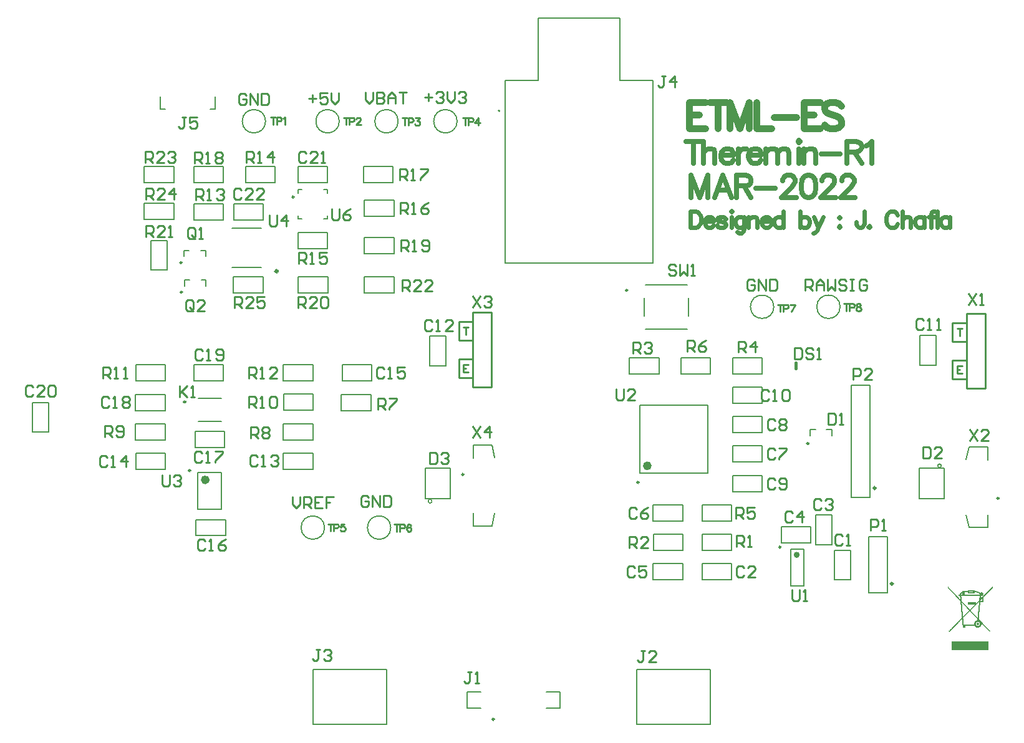
<source format=gbr>
%TF.GenerationSoftware,Altium Limited,Altium Designer,21.6.1 (37)*%
G04 Layer_Color=65535*
%FSLAX43Y43*%
%MOMM*%
%TF.SameCoordinates,A8206A2C-5CB0-4F6E-B559-DFDA062B5CA2*%
%TF.FilePolarity,Positive*%
%TF.FileFunction,Legend,Top*%
%TF.Part,Single*%
G01*
G75*
%TA.AperFunction,NonConductor*%
%ADD58C,0.300*%
%ADD59C,0.400*%
%ADD60C,0.250*%
%ADD61C,0.200*%
%ADD62C,0.381*%
%ADD63C,0.600*%
%ADD64C,0.127*%
%ADD65C,0.152*%
%ADD66C,0.254*%
%ADD67C,0.700*%
%ADD68C,0.900*%
G36*
X147397Y17572D02*
X150767Y17572D01*
X150768Y17570D01*
X150769Y17567D01*
X150768Y16337D01*
X145696Y16337D01*
X145697Y17570D01*
X145698Y17572D01*
X145700Y17572D01*
X147396D01*
X147397D01*
D02*
G37*
G36*
X151330Y25039D02*
X151330Y24840D01*
X151327Y24840D01*
X151325Y24837D01*
X151324Y24836D01*
X151322Y24834D01*
X151321Y24834D01*
X151320Y24833D01*
X151320Y24832D01*
X151317Y24829D01*
X151316Y24828D01*
X151314Y24827D01*
X151309Y24821D01*
X151309Y24820D01*
X151307Y24819D01*
X151304Y24816D01*
X151304Y24815D01*
X151303Y24814D01*
X151301Y24814D01*
X151300Y24812D01*
X151299Y24811D01*
X151297Y24809D01*
X151296Y24808D01*
X151295Y24807D01*
X151294Y24806D01*
X151292Y24803D01*
X151291Y24803D01*
X151289Y24802D01*
X151289Y24801D01*
X151286Y24798D01*
X151285Y24797D01*
X151285Y24796D01*
X151274Y24785D01*
X151273Y24784D01*
X151272Y24783D01*
X151271Y24783D01*
X151269Y24781D01*
X151269Y24780D01*
X151267Y24778D01*
X151266Y24777D01*
X151264Y24776D01*
X151264Y24775D01*
X151261Y24772D01*
X151260Y24772D01*
X151259Y24770D01*
X151256Y24767D01*
X151255Y24767D01*
X151254Y24766D01*
X151254Y24765D01*
X151243Y24754D01*
X151243Y24753D01*
X151241Y24752D01*
X151238Y24749D01*
X151238Y24748D01*
X151236Y24746D01*
X151235Y24746D01*
X151234Y24745D01*
X151217Y24728D01*
X151217Y24727D01*
X151196Y24706D01*
X151195Y24705D01*
X151176Y24685D01*
X151175Y24684D01*
X151174Y24683D01*
X151173Y24682D01*
X151171Y24680D01*
X151170Y24679D01*
X151168Y24677D01*
X151167Y24676D01*
X151166Y24674D01*
X151155Y24664D01*
X151154Y24663D01*
X151153Y24661D01*
X151150Y24659D01*
X151150Y24658D01*
X151149Y24657D01*
X151148Y24657D01*
X151145Y24654D01*
X151145Y24653D01*
X151143Y24652D01*
X151142Y24651D01*
X151141Y24650D01*
X151141Y24649D01*
X151120Y24628D01*
X151119Y24627D01*
X151118Y24626D01*
X151117Y24625D01*
X151115Y24623D01*
X151114Y24622D01*
X151113Y24620D01*
X151112Y24620D01*
X151110Y24619D01*
X151110Y24618D01*
X151107Y24615D01*
X151106Y24615D01*
X151105Y24614D01*
X151105Y24613D01*
X151089Y24597D01*
X151088Y24596D01*
X151087Y24594D01*
X151085Y24593D01*
X151084Y24591D01*
X151082Y24590D01*
X151081Y24589D01*
X151080Y24588D01*
X151079Y24587D01*
X151077Y24584D01*
X151076Y24584D01*
X151075Y24582D01*
X151074Y24581D01*
X151072Y24579D01*
X151071Y24578D01*
X151069Y24577D01*
X151058Y24565D01*
X151058Y24565D01*
X151057Y24564D01*
X151054Y24561D01*
X151053Y24560D01*
X151053Y24559D01*
X151051Y24559D01*
X151049Y24556D01*
X151049Y24555D01*
X151047Y24553D01*
X151046Y24553D01*
X151044Y24552D01*
X151044Y24550D01*
X151042Y24549D01*
X151041Y24548D01*
X151039Y24546D01*
X151038Y24545D01*
X151036Y24543D01*
X151035Y24542D01*
X151034Y24540D01*
X151023Y24530D01*
X151023Y24529D01*
X151022Y24528D01*
X151018Y24525D01*
X151018Y24524D01*
X151017Y24523D01*
X151016Y24523D01*
X151014Y24521D01*
X151013Y24520D01*
X151012Y24518D01*
X151010Y24517D01*
X151009Y24515D01*
X151008Y24514D01*
X151006Y24512D01*
X151005Y24512D01*
X151004Y24511D01*
X151003Y24510D01*
X150988Y24494D01*
X150987Y24493D01*
X150985Y24492D01*
X150983Y24489D01*
X150983Y24488D01*
X150981Y24486D01*
X150980Y24486D01*
X150979Y24485D01*
X150978Y24484D01*
X150975Y24481D01*
X150974Y24480D01*
X150973Y24479D01*
X150958Y24464D01*
X150958Y24463D01*
X150955Y24460D01*
X150954Y24460D01*
X150953Y24458D01*
X150950Y24455D01*
X150949Y24454D01*
X150947Y24453D01*
X150932Y24437D01*
X150931Y24436D01*
X150910Y24414D01*
X150909Y24413D01*
X150908Y24412D01*
X150907Y24412D01*
X150906Y24411D01*
X150889Y24394D01*
X150889Y24392D01*
X150888Y24392D01*
X150887Y24391D01*
X150885Y24389D01*
X150885Y24388D01*
X150882Y24386D01*
X150881Y24385D01*
X150880Y24385D01*
X150880Y24383D01*
X150870Y24373D01*
X150869Y24372D01*
X150868Y24371D01*
X150867Y24370D01*
X150864Y24368D01*
X150864Y24367D01*
X150863Y24366D01*
X150862Y24365D01*
X150860Y24363D01*
X150859Y24362D01*
X150857Y24360D01*
X150856Y24360D01*
X150855Y24358D01*
X150854Y24357D01*
X150838Y24341D01*
X150838Y24340D01*
X150836Y24339D01*
X150834Y24337D01*
X150834Y24336D01*
X150832Y24334D01*
X150831Y24334D01*
X150829Y24332D01*
X150829Y24331D01*
X150827Y24329D01*
X150826Y24329D01*
X150824Y24327D01*
X150823Y24326D01*
X150822Y24324D01*
X150821Y24324D01*
X150819Y24322D01*
X150819Y24321D01*
X150813Y24315D01*
X150813Y24315D01*
X150812Y24314D01*
X150808Y24311D01*
X150808Y24310D01*
X150807Y24309D01*
X150803Y24306D01*
X150803Y24305D01*
X150802Y24304D01*
X150801Y24303D01*
X150799Y24302D01*
X150798Y24300D01*
X150797Y24299D01*
X150796Y24298D01*
X150794Y24296D01*
X150793Y24295D01*
X150791Y24293D01*
X150790Y24293D01*
X150789Y24291D01*
X150788Y24290D01*
X150786Y24288D01*
X150785Y24287D01*
X150784Y24286D01*
X150783Y24285D01*
X150778Y24280D01*
X150777Y24279D01*
X150776Y24278D01*
X150772Y24274D01*
X150772Y24274D01*
X150771Y24273D01*
X150768Y24270D01*
X150767Y24269D01*
X150765Y24267D01*
X150763Y24265D01*
X150762Y24264D01*
X150762Y24263D01*
X150760Y24262D01*
X150758Y24260D01*
X150758Y24259D01*
X150756Y24257D01*
X150755Y24257D01*
X150753Y24255D01*
X150753Y24254D01*
X150750Y24252D01*
X150749Y24251D01*
X150748Y24250D01*
X150748Y24249D01*
X150732Y24233D01*
X150731Y24232D01*
X150730Y24231D01*
X150727Y24229D01*
X150727Y24228D01*
X150726Y24227D01*
X150725Y24226D01*
X150723Y24224D01*
X150722Y24223D01*
X150720Y24221D01*
X150719Y24220D01*
X150718Y24220D01*
X150718Y24219D01*
X150714Y24215D01*
X150713Y24215D01*
X150713Y24214D01*
X150702Y24203D01*
X150701Y24202D01*
X150698Y24199D01*
X150697Y24198D01*
X150696Y24197D01*
X150695Y24195D01*
X150694Y24195D01*
X150693Y24194D01*
X150692Y24192D01*
X150689Y24190D01*
X150688Y24189D01*
X150688Y24188D01*
X150672Y24172D01*
X150671Y24171D01*
X150669Y24169D01*
X150668Y24169D01*
X150668Y24168D01*
X150667Y24167D01*
X150651Y24150D01*
X150650Y24149D01*
X150629Y24128D01*
X150628Y24127D01*
X150627Y24126D01*
X150626Y24125D01*
X150625Y24123D01*
X150609Y24108D01*
X150609Y24107D01*
X150607Y24105D01*
X150606Y24105D01*
X150604Y24103D01*
X150603Y24102D01*
X150602Y24100D01*
X150601Y24100D01*
X150600Y24098D01*
X150599Y24097D01*
X150596Y24094D01*
X150595Y24094D01*
X150592Y24091D01*
X150583Y24081D01*
X150583Y24080D01*
X150581Y24079D01*
X150578Y24076D01*
X150578Y24075D01*
X150577Y24075D01*
X150576Y24074D01*
X150574Y24072D01*
X150573Y24071D01*
X150571Y24069D01*
X150570Y24068D01*
X150569Y24067D01*
X150568Y24066D01*
X150566Y24063D01*
X150565Y24063D01*
X150564Y24062D01*
X150563Y24061D01*
X150560Y24058D01*
X150559Y24058D01*
X150558Y24056D01*
X150553Y24050D01*
X150552Y24049D01*
X150550Y24048D01*
X150548Y24046D01*
X150547Y24045D01*
X150547Y24044D01*
X150546Y24043D01*
X150543Y24041D01*
X150543Y24040D01*
X150541Y24038D01*
X150540Y24038D01*
X150538Y24036D01*
X150538Y24035D01*
X150535Y24033D01*
X150534Y24032D01*
X150534Y24031D01*
X150533Y24030D01*
X150530Y24027D01*
X150529Y24027D01*
X150528Y24025D01*
X150525Y24022D01*
X150524Y24022D01*
X150523Y24021D01*
X150517Y24014D01*
X150517Y24013D01*
X150515Y24012D01*
X150513Y24010D01*
X150512Y24009D01*
X150511Y24008D01*
X150510Y24007D01*
X150508Y24005D01*
X150507Y24004D01*
X150506Y24002D01*
X150505Y24002D01*
X150503Y24000D01*
X150502Y23999D01*
X150500Y23997D01*
X150499Y23996D01*
X150498Y23995D01*
X150497Y23994D01*
X150495Y23992D01*
X150494Y23991D01*
X150493Y23990D01*
X150493Y23989D01*
X150489Y23986D01*
X150488Y23986D01*
X150488Y23984D01*
X150481Y23978D01*
X150481Y23977D01*
X150480Y23976D01*
X150477Y23974D01*
X150477Y23973D01*
X150476Y23972D01*
X150475Y23971D01*
X150472Y23969D01*
X150472Y23968D01*
X150470Y23966D01*
X150469Y23966D01*
X150467Y23964D01*
X150467Y23963D01*
X150465Y23961D01*
X150464Y23960D01*
X150463Y23959D01*
X150462Y23958D01*
X150459Y23955D01*
X150458Y23955D01*
X150457Y23953D01*
X150447Y23943D01*
X150446Y23942D01*
X150445Y23941D01*
X150444Y23940D01*
X150442Y23938D01*
X150442Y23937D01*
X150440Y23935D01*
X150439Y23935D01*
X150437Y23933D01*
X150436Y23932D01*
X150421Y23916D01*
X150420Y23915D01*
X150419Y23915D01*
X150418Y23914D01*
X150417Y23913D01*
X150417Y23912D01*
X150414Y23909D01*
X150413Y23908D01*
X150411Y23906D01*
X150408Y23903D01*
X150407Y23903D01*
X150406Y23901D01*
X150396Y23891D01*
X150396Y23890D01*
X150393Y23887D01*
X150392Y23887D01*
X150392Y23886D01*
X150378Y23873D01*
X150378Y23872D01*
X150377Y23871D01*
X150376Y23870D01*
X150375Y23870D01*
X150374Y23868D01*
X150373Y23867D01*
X150370Y23865D01*
X150370Y23864D01*
X150369Y23863D01*
X150353Y23847D01*
X150353Y23846D01*
X150351Y23845D01*
X150348Y23842D01*
X150347Y23841D01*
X150346Y23840D01*
X150345Y23839D01*
X150342Y23836D01*
X150328Y23821D01*
X150327Y23820D01*
X150325Y23819D01*
X150323Y23817D01*
X150323Y23816D01*
X150320Y23813D01*
X150319Y23813D01*
X150319Y23812D01*
X150318Y23811D01*
X150316Y23809D01*
X150315Y23808D01*
X150314Y23807D01*
X150313Y23806D01*
X150307Y23800D01*
X150307Y23799D01*
X150305Y23798D01*
X150303Y23796D01*
X150302Y23795D01*
X150301Y23794D01*
X150300Y23793D01*
X150297Y23790D01*
X150297Y23789D01*
X150296Y23788D01*
X150295Y23788D01*
X150293Y23786D01*
X150292Y23784D01*
X150291Y23783D01*
X150290Y23783D01*
X150288Y23781D01*
X150288Y23780D01*
X150285Y23778D01*
X150284Y23777D01*
X150283Y23776D01*
X150282Y23775D01*
X150280Y23772D01*
X150279Y23772D01*
X150278Y23771D01*
X150278Y23770D01*
X150274Y23767D01*
X150273Y23766D01*
X150273Y23765D01*
X150267Y23759D01*
X150266Y23758D01*
X150266Y23758D01*
X150265Y23757D01*
X150262Y23755D01*
X150262Y23754D01*
X150261Y23753D01*
X150260Y23752D01*
X150257Y23749D01*
X150256Y23748D01*
X150255Y23747D01*
X150254Y23746D01*
X150253Y23745D01*
X150252Y23744D01*
X150250Y23742D01*
X150249Y23741D01*
X150247Y23740D01*
X150247Y23739D01*
X150244Y23736D01*
X150243Y23736D01*
X150243Y23735D01*
X150242Y23734D01*
X150239Y23731D01*
X150238Y23730D01*
X150237Y23729D01*
X150231Y23723D01*
X150231Y23722D01*
X150229Y23721D01*
X150227Y23718D01*
X150226Y23717D01*
X150225Y23716D01*
X150224Y23716D01*
X150222Y23714D01*
X150221Y23713D01*
X150219Y23711D01*
X150218Y23710D01*
X150217Y23709D01*
X150216Y23708D01*
X150214Y23705D01*
X150213Y23705D01*
X150212Y23704D01*
X150212Y23703D01*
X150209Y23700D01*
X150208Y23700D01*
X150206Y23698D01*
X150203Y23695D01*
X150202Y23694D01*
X150201Y23692D01*
X150196Y23688D01*
X150196Y23687D01*
X150195Y23686D01*
X150194Y23685D01*
X150191Y23682D01*
X150190Y23681D01*
X150190Y23680D01*
X150189Y23680D01*
X150186Y23678D01*
X150186Y23676D01*
X150184Y23675D01*
X150183Y23674D01*
X150182Y23673D01*
X150181Y23672D01*
X150178Y23669D01*
X150177Y23668D01*
X150177Y23667D01*
X150165Y23656D01*
X150165Y23655D01*
X150164Y23654D01*
X150163Y23654D01*
X150161Y23652D01*
X150161Y23651D01*
X150159Y23649D01*
X150158Y23649D01*
X150156Y23647D01*
X150156Y23646D01*
X150153Y23643D01*
X150152Y23643D01*
X150151Y23641D01*
X150140Y23630D01*
X150140Y23629D01*
X150139Y23629D01*
X150135Y23625D01*
X150135Y23624D01*
X150134Y23624D01*
X150133Y23623D01*
X150131Y23621D01*
X150130Y23620D01*
X150110Y23600D01*
X150110Y23599D01*
X150092Y23581D01*
X150092Y23580D01*
X150091Y23580D01*
X150089Y23578D01*
X150088Y23577D01*
X150073Y23562D01*
X150072Y23560D01*
X150070Y23559D01*
X150069Y23558D01*
X150068Y23557D01*
X150068Y23556D01*
X150065Y23553D01*
X150064Y23553D01*
X150063Y23552D01*
X150063Y23551D01*
X150060Y23548D01*
X150059Y23547D01*
X150057Y23546D01*
X150052Y23540D01*
X150051Y23539D01*
X150050Y23538D01*
X150047Y23535D01*
X150046Y23534D01*
X150043Y23531D01*
X150042Y23530D01*
X150041Y23529D01*
X150041Y23528D01*
X150040Y23528D01*
X150037Y23525D01*
X150037Y23524D01*
X150035Y23523D01*
X150034Y23522D01*
X150033Y23521D01*
X150032Y23520D01*
X150029Y23517D01*
X150028Y23517D01*
X150026Y23513D01*
X150017Y23505D01*
X150016Y23504D01*
X150015Y23502D01*
X150014Y23502D01*
X150012Y23499D01*
X150011Y23498D01*
X150010Y23497D01*
X150009Y23496D01*
X150007Y23495D01*
X150006Y23493D01*
X150003Y23491D01*
X150002Y23490D01*
X150002Y23488D01*
X150002Y23486D01*
X150003Y23485D01*
X150023Y23485D01*
X150025Y23482D01*
X150026Y23479D01*
X150025Y22876D01*
X150024Y22875D01*
X150020Y22874D01*
X149628Y22873D01*
X149626Y22872D01*
X149625Y22868D01*
X149625Y22857D01*
X149624Y22848D01*
X149624Y22839D01*
X149623Y22833D01*
X149623Y22828D01*
X149621Y22814D01*
X149620Y22810D01*
X149620Y22801D01*
X149619Y22794D01*
X149618Y22781D01*
X149618Y22776D01*
X149615Y22757D01*
X149615Y22752D01*
X149614Y22745D01*
X149613Y22731D01*
X149613Y22724D01*
X149612Y22720D01*
X149611Y22705D01*
X149610Y22702D01*
X149609Y22691D01*
X149609Y22681D01*
X149608Y22673D01*
X149608Y22668D01*
X149607Y22659D01*
X149605Y22648D01*
X149605Y22646D01*
X149604Y22633D01*
X149603Y22623D01*
X149603Y22616D01*
X149602Y22611D01*
X149602Y22603D01*
X149601Y22601D01*
X149600Y22595D01*
X149600Y22590D01*
X149599Y22583D01*
X149599Y22573D01*
X149598Y22565D01*
X149598Y22559D01*
X149597Y22554D01*
X149596Y22551D01*
X149595Y22540D01*
X149595Y22536D01*
X149594Y22527D01*
X149594Y22520D01*
X149593Y22507D01*
X149592Y22502D01*
X149590Y22483D01*
X149589Y22478D01*
X149589Y22471D01*
X149588Y22457D01*
X149587Y22451D01*
X149587Y22445D01*
X149586Y22441D01*
X149586Y22438D01*
X149585Y22431D01*
X149585Y22428D01*
X149584Y22418D01*
X149583Y22407D01*
X149583Y22399D01*
X149582Y22394D01*
X149582Y22389D01*
X149581Y22382D01*
X149580Y22378D01*
X149579Y22373D01*
X149579Y22367D01*
X149578Y22358D01*
X149578Y22348D01*
X149577Y22342D01*
X149577Y22337D01*
X149576Y22332D01*
X149575Y22326D01*
X149575Y22321D01*
X149574Y22316D01*
X149574Y22310D01*
X149573Y22299D01*
X149573Y22291D01*
X149572Y22285D01*
X149571Y22273D01*
X149570Y22271D01*
X149570Y22266D01*
X149569Y22262D01*
X149569Y22253D01*
X149568Y22247D01*
X149567Y22233D01*
X149567Y22228D01*
X149566Y22220D01*
X149565Y22213D01*
X149564Y22207D01*
X149563Y22202D01*
X149563Y22192D01*
X149562Y22183D01*
X149562Y22177D01*
X149561Y22171D01*
X149559Y22157D01*
X149559Y22153D01*
X149558Y22139D01*
X149557Y22125D01*
X149557Y22120D01*
X149556Y22115D01*
X149554Y22100D01*
X149554Y22096D01*
X149553Y22086D01*
X149553Y22083D01*
X149552Y22068D01*
X149552Y22067D01*
X149551Y22058D01*
X149549Y22048D01*
X149549Y22045D01*
X149548Y22036D01*
X149548Y22025D01*
X149547Y22017D01*
X149546Y22011D01*
X149545Y22002D01*
X149545Y21999D01*
X149544Y21992D01*
X149544Y21988D01*
X149543Y21979D01*
X149542Y21973D01*
X149542Y21959D01*
X149541Y21949D01*
X149540Y21942D01*
X149539Y21938D01*
X149538Y21933D01*
X149538Y21928D01*
X149537Y21918D01*
X149537Y21909D01*
X149536Y21903D01*
X149536Y21897D01*
X149534Y21883D01*
X149533Y21879D01*
X149533Y21872D01*
X149532Y21851D01*
X149531Y21846D01*
X149531Y21841D01*
X149529Y21826D01*
X149528Y21823D01*
X149528Y21812D01*
X149527Y21807D01*
X149527Y21794D01*
X149526Y21793D01*
X149525Y21784D01*
X149524Y21774D01*
X149523Y21771D01*
X149521Y21737D01*
X149521Y21735D01*
X149520Y21729D01*
X149520Y21727D01*
X149518Y21716D01*
X149518Y21711D01*
X149517Y21695D01*
X149516Y21688D01*
X149516Y21680D01*
X149513Y21661D01*
X149513Y21657D01*
X149512Y21645D01*
X149512Y21640D01*
X149511Y21629D01*
X149510Y21623D01*
X149510Y21619D01*
X149509Y21616D01*
X149508Y21609D01*
X149508Y21605D01*
X149507Y21596D01*
X149507Y21593D01*
X149506Y21577D01*
X149506Y21571D01*
X149504Y21563D01*
X149504Y21559D01*
X149503Y21551D01*
X149502Y21545D01*
X149502Y21537D01*
X149501Y21526D01*
X149501Y21520D01*
X149500Y21515D01*
X149500Y21511D01*
X149499Y21504D01*
X149498Y21494D01*
X149497Y21487D01*
X149496Y21478D01*
X149496Y21469D01*
X149495Y21463D01*
X149495Y21458D01*
X149493Y21447D01*
X149493Y21442D01*
X149492Y21437D01*
X149492Y21429D01*
X149491Y21419D01*
X149490Y21406D01*
X149490Y21401D01*
X149488Y21387D01*
X149487Y21383D01*
X149487Y21371D01*
X149486Y21368D01*
X149485Y21354D01*
X149485Y21349D01*
X149483Y21338D01*
X149483Y21336D01*
X149482Y21329D01*
X149482Y21321D01*
X149481Y21311D01*
X149480Y21297D01*
X149478Y21282D01*
X149478Y21280D01*
X149477Y21266D01*
X149476Y21257D01*
X149475Y21246D01*
X149475Y21240D01*
X149473Y21226D01*
X149472Y21224D01*
X149471Y21198D01*
X149470Y21189D01*
X149469Y21184D01*
X149467Y21169D01*
X149467Y21167D01*
X149466Y21155D01*
X149466Y21153D01*
X149465Y21137D01*
X149465Y21136D01*
X149464Y21127D01*
X149462Y21113D01*
X149462Y21109D01*
X149461Y21097D01*
X149461Y21094D01*
X149460Y21081D01*
X149459Y21079D01*
X149459Y21071D01*
X149458Y21068D01*
X149457Y21061D01*
X149457Y21057D01*
X149456Y21050D01*
X149455Y21029D01*
X149454Y21024D01*
X149454Y21019D01*
X149453Y21008D01*
X149452Y21006D01*
X149451Y20992D01*
X149450Y20983D01*
X149450Y20972D01*
X149449Y20966D01*
X149447Y20952D01*
X149447Y20950D01*
X149445Y20915D01*
X149444Y20912D01*
X149442Y20895D01*
X149441Y20893D01*
X149441Y20881D01*
X149440Y20871D01*
X149440Y20863D01*
X149439Y20858D01*
X149437Y20839D01*
X149436Y20835D01*
X149436Y20823D01*
X149435Y20818D01*
X149434Y20806D01*
X149434Y20801D01*
X149433Y20794D01*
X149432Y20785D01*
X149431Y20780D01*
X149430Y20773D01*
X149430Y20763D01*
X149429Y20755D01*
X149429Y20749D01*
X149428Y20741D01*
X149427Y20738D01*
X149426Y20729D01*
X149426Y20723D01*
X149425Y20715D01*
X149425Y20705D01*
X149424Y20698D01*
X149424Y20692D01*
X149423Y20688D01*
X149422Y20681D01*
X149421Y20677D01*
X149421Y20672D01*
X149420Y20665D01*
X149420Y20655D01*
X149419Y20647D01*
X149419Y20641D01*
X149418Y20636D01*
X149416Y20621D01*
X149416Y20619D01*
X149415Y20607D01*
X149415Y20605D01*
X149415Y20589D01*
X149415Y20587D01*
X149417Y20585D01*
X149418Y20585D01*
X149420Y20584D01*
X149420Y20582D01*
X149425Y20578D01*
X149425Y20577D01*
X149427Y20575D01*
X149428Y20574D01*
X149429Y20573D01*
X149430Y20572D01*
X149435Y20567D01*
X149436Y20566D01*
X149437Y20564D01*
X149438Y20564D01*
X149440Y20562D01*
X149446Y20556D01*
X149446Y20555D01*
X149452Y20549D01*
X149452Y20548D01*
X149461Y20539D01*
X149462Y20538D01*
X149467Y20533D01*
X149467Y20532D01*
X149469Y20531D01*
X149470Y20530D01*
X149471Y20529D01*
X149472Y20528D01*
X149478Y20522D01*
X149478Y20521D01*
X149480Y20519D01*
X149481Y20518D01*
X149482Y20517D01*
X149487Y20512D01*
X149488Y20511D01*
X149488Y20510D01*
X149490Y20509D01*
X149491Y20507D01*
X149492Y20506D01*
X149494Y20504D01*
X149495Y20503D01*
X149496Y20503D01*
X149497Y20502D01*
X149502Y20496D01*
X149503Y20495D01*
X149504Y20494D01*
X149505Y20493D01*
X149506Y20492D01*
X149507Y20491D01*
X149512Y20486D01*
X149513Y20485D01*
X149513Y20484D01*
X149515Y20483D01*
X149516Y20481D01*
X149517Y20480D01*
X149520Y20477D01*
X149521Y20477D01*
X149522Y20475D01*
X149527Y20470D01*
X149528Y20469D01*
X149530Y20467D01*
X149531Y20466D01*
X149531Y20465D01*
X149537Y20460D01*
X149537Y20459D01*
X149547Y20449D01*
X149547Y20448D01*
X149553Y20443D01*
X149553Y20442D01*
X149559Y20436D01*
X149559Y20435D01*
X149569Y20426D01*
X149569Y20425D01*
X149571Y20423D01*
X149573Y20422D01*
X149574Y20420D01*
X149579Y20415D01*
X149579Y20414D01*
X149582Y20412D01*
X149583Y20411D01*
X149584Y20410D01*
X149589Y20405D01*
X149589Y20404D01*
X149591Y20402D01*
X149592Y20401D01*
X149594Y20400D01*
X149594Y20399D01*
X149599Y20394D01*
X149600Y20393D01*
X149601Y20392D01*
X149602Y20391D01*
X149604Y20389D01*
X149604Y20388D01*
X149607Y20386D01*
X149608Y20385D01*
X149608Y20385D01*
X149609Y20384D01*
X149614Y20379D01*
X149614Y20378D01*
X149616Y20376D01*
X149617Y20375D01*
X149618Y20374D01*
X149619Y20373D01*
X149624Y20368D01*
X149624Y20367D01*
X149626Y20366D01*
X149627Y20365D01*
X149629Y20363D01*
X149629Y20362D01*
X149634Y20357D01*
X149635Y20356D01*
X149641Y20350D01*
X149641Y20349D01*
X149642Y20349D01*
X149644Y20347D01*
X149650Y20340D01*
X149651Y20339D01*
X149660Y20330D01*
X149661Y20329D01*
X149666Y20323D01*
X149666Y20322D01*
X149668Y20321D01*
X149669Y20320D01*
X149670Y20319D01*
X149671Y20318D01*
X149676Y20313D01*
X149677Y20312D01*
X149677Y20311D01*
X149678Y20310D01*
X149681Y20308D01*
X149681Y20307D01*
X149684Y20305D01*
X149685Y20304D01*
X149686Y20302D01*
X149691Y20297D01*
X149691Y20296D01*
X149693Y20294D01*
X149694Y20294D01*
X149695Y20293D01*
X149696Y20292D01*
X149702Y20286D01*
X149702Y20285D01*
X149703Y20284D01*
X149704Y20284D01*
X149705Y20282D01*
X149706Y20281D01*
X149709Y20278D01*
X149710Y20278D01*
X149711Y20277D01*
X149716Y20271D01*
X149716Y20270D01*
X149726Y20261D01*
X149727Y20260D01*
X149729Y20257D01*
X149730Y20257D01*
X149730Y20256D01*
X149732Y20254D01*
X149733Y20253D01*
X149734Y20252D01*
X149735Y20252D01*
X149735Y20251D01*
X149741Y20244D01*
X149742Y20243D01*
X149748Y20237D01*
X149748Y20236D01*
X149758Y20227D01*
X149758Y20226D01*
X149760Y20224D01*
X149761Y20223D01*
X149763Y20221D01*
X149768Y20216D01*
X149768Y20215D01*
X149770Y20213D01*
X149771Y20212D01*
X149774Y20209D01*
X149778Y20205D01*
X149779Y20204D01*
X149779Y20203D01*
X149781Y20203D01*
X149782Y20201D01*
X149783Y20200D01*
X149788Y20195D01*
X149789Y20194D01*
X149790Y20193D01*
X149791Y20192D01*
X149793Y20190D01*
X149793Y20189D01*
X149795Y20187D01*
X149796Y20186D01*
X149797Y20186D01*
X149798Y20185D01*
X149799Y20183D01*
X149799Y20183D01*
X149800Y20182D01*
X149803Y20179D01*
X149804Y20178D01*
X149805Y20177D01*
X149806Y20176D01*
X149807Y20175D01*
X149808Y20174D01*
X149813Y20169D01*
X149814Y20168D01*
X149815Y20166D01*
X149816Y20166D01*
X149817Y20165D01*
X149818Y20164D01*
X149823Y20158D01*
X149824Y20157D01*
X149833Y20147D01*
X149834Y20146D01*
X149839Y20141D01*
X149840Y20140D01*
X149849Y20130D01*
X149850Y20129D01*
X149859Y20120D01*
X149860Y20119D01*
X149865Y20113D01*
X149866Y20112D01*
X149868Y20111D01*
X149870Y20109D01*
X149870Y20108D01*
X149873Y20106D01*
X149874Y20105D01*
X149876Y20101D01*
X149877Y20101D01*
X149880Y20098D01*
X149880Y20097D01*
X149882Y20095D01*
X149883Y20095D01*
X149885Y20094D01*
X149885Y20093D01*
X149890Y20087D01*
X149891Y20086D01*
X149892Y20085D01*
X149893Y20085D01*
X149895Y20083D01*
X149895Y20082D01*
X149900Y20077D01*
X149901Y20076D01*
X149903Y20074D01*
X149905Y20072D01*
X149905Y20071D01*
X149907Y20069D01*
X149908Y20069D01*
X149910Y20068D01*
X149910Y20066D01*
X149915Y20062D01*
X149915Y20061D01*
X149924Y20052D01*
X149925Y20051D01*
X149931Y20045D01*
X149931Y20044D01*
X149938Y20037D01*
X149938Y20036D01*
X149939Y20035D01*
X149940Y20035D01*
X149941Y20033D01*
X149947Y20028D01*
X149947Y20027D01*
X149949Y20025D01*
X149950Y20024D01*
X149952Y20022D01*
X149957Y20017D01*
X149957Y20016D01*
X149959Y20014D01*
X149960Y20014D01*
X149961Y20013D01*
X149962Y20012D01*
X149967Y20006D01*
X149968Y20005D01*
X149969Y20004D01*
X149970Y20003D01*
X149971Y20002D01*
X149972Y20001D01*
X149977Y19996D01*
X149978Y19995D01*
X149978Y19994D01*
X149980Y19993D01*
X149982Y19991D01*
X149982Y19990D01*
X149984Y19988D01*
X149985Y19987D01*
X149986Y19987D01*
X149987Y19986D01*
X149988Y19985D01*
X149988Y19984D01*
X149989Y19983D01*
X149992Y19980D01*
X149993Y19979D01*
X149994Y19977D01*
X149995Y19977D01*
X149996Y19976D01*
X149997Y19975D01*
X150002Y19970D01*
X150003Y19969D01*
X150004Y19967D01*
X150005Y19967D01*
X150006Y19965D01*
X150007Y19964D01*
X150013Y19958D01*
X150013Y19957D01*
X150015Y19956D01*
X150016Y19956D01*
X150017Y19954D01*
X150022Y19949D01*
X150022Y19948D01*
X150028Y19942D01*
X150029Y19941D01*
X150038Y19931D01*
X150039Y19930D01*
X150048Y19921D01*
X150049Y19920D01*
X150054Y19914D01*
X150055Y19913D01*
X150056Y19912D01*
X150057Y19912D01*
X150059Y19910D01*
X150060Y19908D01*
X150061Y19907D01*
X150062Y19907D01*
X150063Y19905D01*
X150064Y19904D01*
X150069Y19899D01*
X150070Y19898D01*
X150071Y19896D01*
X150072Y19896D01*
X150073Y19895D01*
X150074Y19894D01*
X150079Y19888D01*
X150080Y19887D01*
X150081Y19886D01*
X150082Y19885D01*
X150083Y19884D01*
X150084Y19883D01*
X150090Y19877D01*
X150090Y19876D01*
X150091Y19876D01*
X150094Y19873D01*
X150095Y19872D01*
X150097Y19870D01*
X150098Y19869D01*
X150099Y19867D01*
X150104Y19863D01*
X150104Y19862D01*
X150106Y19860D01*
X150107Y19859D01*
X150109Y19858D01*
X150109Y19857D01*
X150114Y19852D01*
X150114Y19851D01*
X150120Y19845D01*
X150121Y19844D01*
X150130Y19835D01*
X150130Y19834D01*
X150140Y19824D01*
X150141Y19823D01*
X150146Y19818D01*
X150146Y19817D01*
X150148Y19815D01*
X150149Y19815D01*
X150150Y19814D01*
X150151Y19813D01*
X150156Y19807D01*
X150156Y19806D01*
X150158Y19805D01*
X150159Y19804D01*
X150161Y19803D01*
X150161Y19802D01*
X150164Y19799D01*
X150165Y19799D01*
X150167Y19795D01*
X150168Y19794D01*
X150171Y19792D01*
X150171Y19791D01*
X150174Y19788D01*
X150175Y19788D01*
X150176Y19786D01*
X150181Y19781D01*
X150181Y19780D01*
X150183Y19779D01*
X150184Y19778D01*
X150186Y19777D01*
X150186Y19775D01*
X150191Y19770D01*
X150192Y19769D01*
X150193Y19768D01*
X150194Y19768D01*
X150195Y19766D01*
X150196Y19765D01*
X150202Y19760D01*
X150202Y19758D01*
X150203Y19758D01*
X150204Y19757D01*
X150205Y19756D01*
X150206Y19755D01*
X150212Y19749D01*
X150212Y19748D01*
X150220Y19740D01*
X150221Y19739D01*
X150228Y19732D01*
X150228Y19731D01*
X150234Y19725D01*
X150234Y19724D01*
X150236Y19723D01*
X150237Y19722D01*
X150238Y19721D01*
X150247Y19711D01*
X150248Y19710D01*
X150254Y19704D01*
X150254Y19703D01*
X150255Y19703D01*
X150258Y19700D01*
X150259Y19699D01*
X150260Y19697D01*
X150261Y19696D01*
X150262Y19696D01*
X150263Y19695D01*
X150268Y19689D01*
X150269Y19688D01*
X150270Y19687D01*
X150271Y19686D01*
X150272Y19685D01*
X150273Y19684D01*
X150276Y19681D01*
X150277Y19681D01*
X150277Y19680D01*
X150279Y19678D01*
X150279Y19677D01*
X150281Y19676D01*
X150283Y19674D01*
X150284Y19673D01*
X150285Y19671D01*
X150286Y19671D01*
X150288Y19669D01*
X150288Y19668D01*
X150293Y19663D01*
X150294Y19662D01*
X150295Y19660D01*
X150297Y19660D01*
X150298Y19658D01*
X150303Y19653D01*
X150303Y19652D01*
X150313Y19642D01*
X150314Y19641D01*
X150319Y19636D01*
X150319Y19635D01*
X150329Y19625D01*
X150330Y19624D01*
X150335Y19619D01*
X150335Y19618D01*
X150337Y19616D01*
X150338Y19616D01*
X150339Y19615D01*
X150339Y19614D01*
X150345Y19608D01*
X150346Y19607D01*
X150347Y19606D01*
X150348Y19605D01*
X150349Y19604D01*
X150350Y19603D01*
X150355Y19597D01*
X150356Y19596D01*
X150358Y19595D01*
X150360Y19593D01*
X150360Y19592D01*
X150362Y19590D01*
X150363Y19590D01*
X150364Y19588D01*
X150365Y19587D01*
X150370Y19582D01*
X150371Y19581D01*
X150372Y19580D01*
X150373Y19579D01*
X150374Y19578D01*
X150375Y19576D01*
X150380Y19571D01*
X150381Y19570D01*
X150382Y19569D01*
X150383Y19569D01*
X150385Y19567D01*
X150385Y19566D01*
X150388Y19563D01*
X150389Y19563D01*
X150389Y19562D01*
X150390Y19561D01*
X150394Y19557D01*
X150395Y19556D01*
X150401Y19549D01*
X150402Y19548D01*
X150403Y19547D01*
X150404Y19547D01*
X150404Y19546D01*
X150410Y19540D01*
X150411Y19539D01*
X150420Y19529D01*
X150421Y19528D01*
X150427Y19522D01*
X150427Y19521D01*
X150437Y19512D01*
X150437Y19511D01*
X150440Y19508D01*
X150441Y19508D01*
X150442Y19506D01*
X150447Y19501D01*
X150447Y19500D01*
X150449Y19498D01*
X150450Y19497D01*
X150451Y19497D01*
X150452Y19496D01*
X150457Y19490D01*
X150458Y19489D01*
X150459Y19488D01*
X150460Y19487D01*
X150462Y19486D01*
X150462Y19484D01*
X150465Y19482D01*
X150466Y19481D01*
X150467Y19480D01*
X150472Y19475D01*
X150472Y19474D01*
X150474Y19472D01*
X150475Y19471D01*
X150476Y19471D01*
X150477Y19470D01*
X150482Y19464D01*
X150482Y19463D01*
X150484Y19461D01*
X150485Y19461D01*
X150486Y19460D01*
X150487Y19459D01*
X150492Y19454D01*
X150493Y19453D01*
X150502Y19443D01*
X150503Y19442D01*
X150508Y19437D01*
X150509Y19436D01*
X150514Y19430D01*
X150515Y19429D01*
X150517Y19427D01*
X150518Y19426D01*
X150518Y19425D01*
X150524Y19420D01*
X150525Y19419D01*
X150526Y19417D01*
X150527Y19417D01*
X150528Y19416D01*
X150528Y19415D01*
X150534Y19409D01*
X150535Y19408D01*
X150536Y19407D01*
X150537Y19406D01*
X150538Y19405D01*
X150539Y19404D01*
X150542Y19401D01*
X150543Y19400D01*
X150544Y19398D01*
X150549Y19393D01*
X150550Y19392D01*
X150551Y19391D01*
X150552Y19390D01*
X150553Y19389D01*
X150554Y19388D01*
X150559Y19383D01*
X150560Y19382D01*
X150561Y19380D01*
X150562Y19380D01*
X150563Y19379D01*
X150564Y19378D01*
X150567Y19375D01*
X150568Y19374D01*
X150569Y19372D01*
X150574Y19367D01*
X150575Y19366D01*
X150576Y19365D01*
X150577Y19364D01*
X150578Y19363D01*
X150579Y19362D01*
X150584Y19357D01*
X150585Y19356D01*
X150594Y19346D01*
X150595Y19345D01*
X150600Y19340D01*
X150601Y19339D01*
X150610Y19330D01*
X150610Y19329D01*
X150615Y19323D01*
X150616Y19322D01*
X150618Y19320D01*
X150619Y19319D01*
X150620Y19318D01*
X150621Y19317D01*
X150626Y19312D01*
X150627Y19311D01*
X150629Y19309D01*
X150630Y19309D01*
X150630Y19308D01*
X150631Y19307D01*
X150636Y19302D01*
X150636Y19301D01*
X150638Y19299D01*
X150639Y19299D01*
X150640Y19297D01*
X150641Y19296D01*
X150651Y19287D01*
X150651Y19286D01*
X150654Y19283D01*
X150655Y19283D01*
X150655Y19282D01*
X150656Y19281D01*
X150661Y19275D01*
X150662Y19274D01*
X150663Y19273D01*
X150664Y19272D01*
X150665Y19271D01*
X150666Y19270D01*
X150672Y19264D01*
X150672Y19263D01*
X150674Y19262D01*
X150676Y19261D01*
X150676Y19259D01*
X150681Y19254D01*
X150682Y19253D01*
X150683Y19252D01*
X150684Y19251D01*
X150685Y19250D01*
X150686Y19249D01*
X150692Y19243D01*
X150692Y19242D01*
X150693Y19241D01*
X150694Y19241D01*
X150695Y19240D01*
X150696Y19239D01*
X150698Y19237D01*
X150698Y19236D01*
X150708Y19226D01*
X150708Y19225D01*
X150713Y19220D01*
X150714Y19219D01*
X150717Y19216D01*
X150718Y19215D01*
X150728Y19205D01*
X150728Y19204D01*
X150731Y19202D01*
X150732Y19201D01*
X150734Y19197D01*
X150735Y19197D01*
X150738Y19195D01*
X150738Y19193D01*
X150740Y19192D01*
X150741Y19191D01*
X150742Y19190D01*
X150743Y19189D01*
X150748Y19183D01*
X150749Y19182D01*
X150750Y19182D01*
X150751Y19181D01*
X150753Y19179D01*
X150753Y19178D01*
X150756Y19176D01*
X150757Y19175D01*
X150759Y19171D01*
X150760Y19171D01*
X150763Y19168D01*
X150763Y19167D01*
X150766Y19165D01*
X150767Y19164D01*
X150768Y19163D01*
X150773Y19157D01*
X150774Y19156D01*
X150775Y19155D01*
X150776Y19154D01*
X150777Y19154D01*
X150778Y19153D01*
X150783Y19147D01*
X150784Y19146D01*
X150789Y19141D01*
X150789Y19140D01*
X150800Y19130D01*
X150800Y19129D01*
X150805Y19123D01*
X150806Y19122D01*
X150808Y19121D01*
X150809Y19120D01*
X150810Y19118D01*
X150815Y19113D01*
X150816Y19112D01*
X150817Y19110D01*
X150818Y19110D01*
X150820Y19108D01*
X150826Y19102D01*
X150826Y19101D01*
X150828Y19100D01*
X150829Y19098D01*
X150830Y19097D01*
X150836Y19091D01*
X150836Y19090D01*
X150838Y19089D01*
X150840Y19087D01*
X150840Y19086D01*
X150842Y19084D01*
X150843Y19084D01*
X150844Y19083D01*
X150845Y19082D01*
X150846Y19081D01*
X150846Y19080D01*
X150847Y19079D01*
X150850Y19076D01*
X150851Y19075D01*
X150852Y19074D01*
X150853Y19074D01*
X150854Y19072D01*
X150855Y19071D01*
X150861Y19065D01*
X150861Y19064D01*
X150862Y19063D01*
X150863Y19063D01*
X150864Y19062D01*
X150865Y19060D01*
X150871Y19055D01*
X150871Y19054D01*
X150873Y19052D01*
X150875Y19050D01*
X150876Y19049D01*
X150881Y19043D01*
X150882Y19042D01*
X150884Y19041D01*
X150884Y19040D01*
X150888Y19037D01*
X150888Y19036D01*
X150889Y19035D01*
X150891Y19033D01*
X150896Y19028D01*
X150897Y19026D01*
X150907Y19016D01*
X150908Y19015D01*
X150913Y19010D01*
X150913Y19009D01*
X150914Y19009D01*
X150917Y19006D01*
X150917Y19005D01*
X150920Y19002D01*
X150921Y19002D01*
X150921Y19001D01*
X150922Y19000D01*
X150923Y18999D01*
X150925Y18997D01*
X150927Y18995D01*
X150928Y18994D01*
X150929Y18993D01*
X150930Y18992D01*
X150931Y18991D01*
X150932Y18990D01*
X150937Y18984D01*
X150938Y18983D01*
X150939Y18983D01*
X150940Y18982D01*
X150942Y18980D01*
X150942Y18979D01*
X150947Y18974D01*
X150948Y18973D01*
X150950Y18971D01*
X150952Y18969D01*
X150953Y18968D01*
X150954Y18967D01*
X150955Y18966D01*
X150956Y18965D01*
X150957Y18964D01*
X150962Y18958D01*
X150963Y18957D01*
X150965Y18955D01*
X150966Y18955D01*
X150967Y18953D01*
X150972Y18948D01*
X150972Y18947D01*
X150974Y18945D01*
X150975Y18945D01*
X150976Y18944D01*
X150977Y18943D01*
X150982Y18938D01*
X150983Y18937D01*
X150987Y18932D01*
X150987Y18930D01*
X150987Y18927D01*
X150985Y18926D01*
X150984Y18926D01*
X150980Y18921D01*
X150979Y18920D01*
X150977Y18919D01*
X150977Y18918D01*
X150975Y18917D01*
X150974Y18916D01*
X150969Y18911D01*
X150968Y18910D01*
X150967Y18909D01*
X150966Y18908D01*
X150965Y18906D01*
X150964Y18906D01*
X150958Y18901D01*
X150957Y18900D01*
X150956Y18899D01*
X150956Y18898D01*
X150954Y18896D01*
X150953Y18896D01*
X150948Y18891D01*
X150947Y18890D01*
X150938Y18881D01*
X150937Y18880D01*
X150931Y18875D01*
X150930Y18874D01*
X150925Y18869D01*
X150924Y18869D01*
X150922Y18867D01*
X150921Y18866D01*
X150920Y18864D01*
X150919Y18864D01*
X150914Y18859D01*
X150913Y18858D01*
X150910Y18855D01*
X150907Y18852D01*
X150904Y18849D01*
X150902Y18848D01*
X150902Y18848D01*
X150901Y18847D01*
X150899Y18844D01*
X150898Y18844D01*
X150896Y18842D01*
X150895Y18841D01*
X150894Y18839D01*
X150893Y18839D01*
X150888Y18834D01*
X150885Y18833D01*
X150883Y18833D01*
X150880Y18835D01*
X150879Y18836D01*
X150879Y18837D01*
X150874Y18842D01*
X150873Y18843D01*
X150870Y18846D01*
X150870Y18847D01*
X150864Y18852D01*
X150864Y18853D01*
X150863Y18854D01*
X150862Y18854D01*
X150860Y18857D01*
X150859Y18858D01*
X150857Y18860D01*
X150856Y18860D01*
X150855Y18861D01*
X150855Y18862D01*
X150850Y18867D01*
X150849Y18868D01*
X150848Y18870D01*
X150847Y18870D01*
X150845Y18872D01*
X150845Y18873D01*
X150839Y18878D01*
X150839Y18879D01*
X150838Y18880D01*
X150837Y18881D01*
X150835Y18882D01*
X150835Y18883D01*
X150832Y18886D01*
X150831Y18887D01*
X150829Y18889D01*
X150825Y18893D01*
X150824Y18895D01*
X150822Y18896D01*
X150821Y18897D01*
X150820Y18899D01*
X150815Y18904D01*
X150814Y18905D01*
X150805Y18914D01*
X150804Y18915D01*
X150798Y18921D01*
X150798Y18922D01*
X150792Y18929D01*
X150791Y18929D01*
X150790Y18930D01*
X150789Y18931D01*
X150788Y18932D01*
X150783Y18938D01*
X150783Y18939D01*
X150778Y18943D01*
X150777Y18945D01*
X150776Y18946D01*
X150775Y18946D01*
X150773Y18948D01*
X150772Y18949D01*
X150770Y18952D01*
X150769Y18952D01*
X150766Y18955D01*
X150763Y18959D01*
X150762Y18960D01*
X150760Y18962D01*
X150759Y18962D01*
X150759Y18963D01*
X150758Y18964D01*
X150753Y18970D01*
X150752Y18971D01*
X150750Y18972D01*
X150749Y18973D01*
X150748Y18974D01*
X150748Y18975D01*
X150744Y18978D01*
X150744Y18979D01*
X150743Y18980D01*
X150742Y18981D01*
X150742Y18982D01*
X150738Y18984D01*
X150736Y18987D01*
X150735Y18988D01*
X150734Y18989D01*
X150734Y18990D01*
X150728Y18996D01*
X150727Y18997D01*
X150722Y19002D01*
X150721Y19003D01*
X150721Y19004D01*
X150719Y19004D01*
X150718Y19006D01*
X150718Y19007D01*
X150711Y19014D01*
X150710Y19015D01*
X150709Y19015D01*
X150709Y19016D01*
X150702Y19023D01*
X150702Y19024D01*
X150696Y19029D01*
X150696Y19030D01*
X150690Y19035D01*
X150690Y19037D01*
X150689Y19037D01*
X150688Y19038D01*
X150686Y19040D01*
X150685Y19041D01*
X150683Y19044D01*
X150682Y19044D01*
X150681Y19045D01*
X150676Y19050D01*
X150676Y19051D01*
X150673Y19054D01*
X150672Y19054D01*
X150669Y19058D01*
X150668Y19059D01*
X150666Y19061D01*
X150665Y19062D01*
X150663Y19064D01*
X150662Y19065D01*
X150661Y19067D01*
X150655Y19072D01*
X150655Y19073D01*
X150654Y19074D01*
X150653Y19075D01*
X150651Y19076D01*
X150651Y19078D01*
X150648Y19080D01*
X150647Y19080D01*
X150646Y19082D01*
X150645Y19083D01*
X150644Y19084D01*
X150643Y19085D01*
X150641Y19087D01*
X150640Y19088D01*
X150635Y19094D01*
X150634Y19095D01*
X150632Y19096D01*
X150631Y19097D01*
X150631Y19098D01*
X150628Y19101D01*
X150627Y19101D01*
X150627Y19103D01*
X150621Y19108D01*
X150621Y19109D01*
X150615Y19115D01*
X150614Y19116D01*
X150609Y19122D01*
X150608Y19123D01*
X150603Y19128D01*
X150602Y19129D01*
X150601Y19129D01*
X150600Y19131D01*
X150599Y19132D01*
X150593Y19138D01*
X150593Y19139D01*
X150592Y19139D01*
X150589Y19142D01*
X150589Y19143D01*
X150584Y19148D01*
X150583Y19149D01*
X150582Y19150D01*
X150581Y19151D01*
X150579Y19153D01*
X150579Y19154D01*
X150576Y19157D01*
X150575Y19157D01*
X150575Y19158D01*
X150573Y19159D01*
X150573Y19160D01*
X150571Y19161D01*
X150569Y19164D01*
X150568Y19165D01*
X150567Y19166D01*
X150566Y19167D01*
X150564Y19168D01*
X150564Y19169D01*
X150559Y19174D01*
X150558Y19175D01*
X150557Y19176D01*
X150556Y19177D01*
X150554Y19179D01*
X150554Y19180D01*
X150548Y19185D01*
X150548Y19186D01*
X150547Y19187D01*
X150546Y19187D01*
X150544Y19189D01*
X150544Y19190D01*
X150541Y19193D01*
X150540Y19193D01*
X150539Y19194D01*
X150539Y19195D01*
X150534Y19200D01*
X150534Y19201D01*
X150528Y19207D01*
X150527Y19208D01*
X150518Y19217D01*
X150518Y19218D01*
X150512Y19223D01*
X150512Y19224D01*
X150502Y19234D01*
X150502Y19235D01*
X150496Y19240D01*
X150496Y19241D01*
X150494Y19243D01*
X150493Y19244D01*
X150492Y19245D01*
X150487Y19250D01*
X150486Y19251D01*
X150485Y19252D01*
X150484Y19253D01*
X150482Y19255D01*
X150482Y19256D01*
X150480Y19258D01*
X150478Y19259D01*
X150478Y19259D01*
X150477Y19261D01*
X150472Y19266D01*
X150471Y19267D01*
X150470Y19268D01*
X150469Y19269D01*
X150467Y19271D01*
X150467Y19272D01*
X150462Y19276D01*
X150461Y19278D01*
X150460Y19279D01*
X150459Y19279D01*
X150457Y19281D01*
X150457Y19282D01*
X150454Y19285D01*
X150453Y19285D01*
X150452Y19287D01*
X150447Y19292D01*
X150446Y19293D01*
X150437Y19302D01*
X150437Y19303D01*
X150430Y19310D01*
X150429Y19311D01*
X150428Y19312D01*
X150428Y19313D01*
X150425Y19315D01*
X150424Y19316D01*
X150415Y19326D01*
X150414Y19327D01*
X150410Y19332D01*
X150409Y19333D01*
X150408Y19334D01*
X150407Y19334D01*
X150405Y19336D01*
X150405Y19337D01*
X150400Y19342D01*
X150399Y19344D01*
X150398Y19344D01*
X150397Y19345D01*
X150395Y19347D01*
X150395Y19348D01*
X150392Y19351D01*
X150391Y19351D01*
X150390Y19352D01*
X150385Y19357D01*
X150385Y19358D01*
X150383Y19360D01*
X150382Y19361D01*
X150380Y19362D01*
X150380Y19363D01*
X150374Y19368D01*
X150374Y19370D01*
X150373Y19371D01*
X150372Y19371D01*
X150370Y19373D01*
X150370Y19374D01*
X150364Y19379D01*
X150364Y19380D01*
X150362Y19382D01*
X150360Y19383D01*
X150360Y19384D01*
X150357Y19387D01*
X150356Y19388D01*
X150355Y19389D01*
X150350Y19394D01*
X150349Y19395D01*
X150344Y19400D01*
X150344Y19401D01*
X150334Y19412D01*
X150333Y19413D01*
X150328Y19418D01*
X150327Y19419D01*
X150326Y19420D01*
X150326Y19420D01*
X150325Y19421D01*
X150324Y19421D01*
X150324Y19422D01*
X150318Y19428D01*
X150318Y19429D01*
X150312Y19434D01*
X150312Y19435D01*
X150311Y19436D01*
X150308Y19439D01*
X150307Y19440D01*
X150306Y19442D01*
X150305Y19442D01*
X150304Y19443D01*
X150303Y19444D01*
X150302Y19445D01*
X150302Y19446D01*
X150301Y19446D01*
X150298Y19449D01*
X150297Y19450D01*
X150295Y19452D01*
X150294Y19453D01*
X150294Y19454D01*
X150293Y19455D01*
X150288Y19460D01*
X150287Y19461D01*
X150286Y19462D01*
X150285Y19462D01*
X150284Y19464D01*
X150283Y19465D01*
X150280Y19468D01*
X150279Y19469D01*
X150279Y19470D01*
X150277Y19471D01*
X150277Y19472D01*
X150275Y19474D01*
X150273Y19475D01*
X150272Y19476D01*
X150270Y19478D01*
X150269Y19479D01*
X150269Y19480D01*
X150268Y19481D01*
X150263Y19486D01*
X150262Y19487D01*
X150253Y19497D01*
X150252Y19498D01*
X150247Y19503D01*
X150246Y19504D01*
X150237Y19513D01*
X150237Y19514D01*
X150231Y19520D01*
X150231Y19521D01*
X150222Y19530D01*
X150221Y19531D01*
X150215Y19537D01*
X150215Y19538D01*
X150213Y19539D01*
X150211Y19541D01*
X150211Y19542D01*
X150209Y19544D01*
X150208Y19544D01*
X150207Y19545D01*
X150206Y19546D01*
X150201Y19552D01*
X150201Y19553D01*
X150199Y19554D01*
X150198Y19555D01*
X150196Y19556D01*
X150196Y19557D01*
X150191Y19562D01*
X150190Y19563D01*
X150189Y19565D01*
X150188Y19565D01*
X150186Y19567D01*
X150186Y19568D01*
X150183Y19570D01*
X150182Y19571D01*
X150180Y19575D01*
X150178Y19575D01*
X150176Y19578D01*
X150176Y19579D01*
X150170Y19584D01*
X150170Y19585D01*
X150168Y19586D01*
X150166Y19588D01*
X150166Y19589D01*
X150156Y19598D01*
X150156Y19599D01*
X150150Y19605D01*
X150149Y19606D01*
X150143Y19613D01*
X150143Y19614D01*
X150142Y19615D01*
X150141Y19615D01*
X150140Y19616D01*
X150138Y19618D01*
X150138Y19619D01*
X150136Y19620D01*
X150135Y19622D01*
X150134Y19623D01*
X150124Y19632D01*
X150124Y19633D01*
X150121Y19636D01*
X150120Y19637D01*
X150120Y19638D01*
X150119Y19639D01*
X150118Y19640D01*
X150116Y19641D01*
X150114Y19643D01*
X150114Y19644D01*
X150111Y19646D01*
X150110Y19647D01*
X150109Y19649D01*
X150104Y19654D01*
X150103Y19655D01*
X150102Y19657D01*
X150101Y19657D01*
X150099Y19658D01*
X150099Y19659D01*
X150094Y19665D01*
X150093Y19666D01*
X150092Y19667D01*
X150091Y19667D01*
X150089Y19669D01*
X150089Y19670D01*
X150086Y19673D01*
X150085Y19673D01*
X150084Y19675D01*
X150079Y19680D01*
X150079Y19681D01*
X150076Y19683D01*
X150075Y19684D01*
X150074Y19686D01*
X150069Y19690D01*
X150069Y19691D01*
X150063Y19697D01*
X150062Y19698D01*
X150053Y19707D01*
X150053Y19708D01*
X150047Y19714D01*
X150047Y19715D01*
X150038Y19724D01*
X150037Y19725D01*
X150031Y19731D01*
X150031Y19732D01*
X150030Y19732D01*
X150028Y19735D01*
X150027Y19736D01*
X150024Y19738D01*
X150023Y19739D01*
X150022Y19741D01*
X150017Y19746D01*
X150016Y19747D01*
X150015Y19748D01*
X150014Y19749D01*
X150013Y19750D01*
X150012Y19751D01*
X150007Y19756D01*
X150006Y19757D01*
X150005Y19759D01*
X150004Y19759D01*
X150003Y19761D01*
X150002Y19762D01*
X149999Y19765D01*
X149998Y19765D01*
X149998Y19766D01*
X149996Y19767D01*
X149996Y19769D01*
X149994Y19770D01*
X149993Y19771D01*
X149992Y19772D01*
X149987Y19778D01*
X149986Y19779D01*
X149984Y19780D01*
X149982Y19782D01*
X149981Y19783D01*
X149979Y19786D01*
X149978Y19786D01*
X149978Y19787D01*
X149972Y19792D01*
X149972Y19794D01*
X149966Y19799D01*
X149966Y19800D01*
X149959Y19807D01*
X149959Y19808D01*
X149958Y19808D01*
X149957Y19809D01*
X149956Y19810D01*
X149951Y19816D01*
X149950Y19817D01*
X149945Y19822D01*
X149944Y19823D01*
X149942Y19825D01*
X149941Y19826D01*
X149940Y19827D01*
X149935Y19833D01*
X149934Y19834D01*
X149932Y19835D01*
X149930Y19837D01*
X149930Y19838D01*
X149925Y19843D01*
X149924Y19844D01*
X149924Y19845D01*
X149923Y19845D01*
X149920Y19848D01*
X149920Y19849D01*
X149918Y19850D01*
X149917Y19851D01*
X149915Y19853D01*
X149915Y19854D01*
X149910Y19858D01*
X149910Y19860D01*
X149908Y19861D01*
X149907Y19861D01*
X149905Y19863D01*
X149905Y19864D01*
X149900Y19869D01*
X149899Y19870D01*
X149899Y19871D01*
X149898Y19871D01*
X149895Y19874D01*
X149895Y19875D01*
X149892Y19877D01*
X149891Y19878D01*
X149891Y19879D01*
X149885Y19885D01*
X149885Y19886D01*
X149879Y19891D01*
X149879Y19892D01*
X149870Y19901D01*
X149869Y19902D01*
X149863Y19908D01*
X149863Y19909D01*
X149854Y19918D01*
X149853Y19919D01*
X149848Y19924D01*
X149848Y19925D01*
X149846Y19926D01*
X149845Y19927D01*
X149844Y19929D01*
X149843Y19930D01*
X149833Y19939D01*
X149833Y19940D01*
X149831Y19942D01*
X149830Y19943D01*
X149829Y19944D01*
X149829Y19945D01*
X149823Y19950D01*
X149822Y19952D01*
X149822Y19952D01*
X149820Y19953D01*
X149819Y19955D01*
X149818Y19956D01*
X149813Y19961D01*
X149812Y19962D01*
X149810Y19964D01*
X149808Y19965D01*
X149808Y19966D01*
X149806Y19969D01*
X149804Y19969D01*
X149803Y19971D01*
X149798Y19976D01*
X149798Y19977D01*
X149795Y19980D01*
X149794Y19980D01*
X149794Y19981D01*
X149789Y19986D01*
X149789Y19987D01*
X149782Y19993D01*
X149780Y19994D01*
X149779Y19993D01*
X149778Y19991D01*
X149779Y19988D01*
X149780Y19983D01*
X149781Y19977D01*
X149782Y19972D01*
X149782Y19965D01*
X149783Y19952D01*
X149783Y19949D01*
X149784Y19934D01*
X149785Y19911D01*
X149784Y19897D01*
X149784Y19885D01*
X149783Y19878D01*
X149783Y19868D01*
X149782Y19859D01*
X149782Y19853D01*
X149781Y19846D01*
X149779Y19838D01*
X149778Y19835D01*
X149778Y19828D01*
X149777Y19823D01*
X149777Y19821D01*
X149776Y19816D01*
X149774Y19812D01*
X149773Y19808D01*
X149773Y19806D01*
X149772Y19800D01*
X149772Y19798D01*
X149771Y19794D01*
X149769Y19788D01*
X149768Y19786D01*
X149768Y19783D01*
X149767Y19778D01*
X149766Y19776D01*
X149765Y19772D01*
X149763Y19769D01*
X149762Y19764D01*
X149761Y19760D01*
X149760Y19756D01*
X149758Y19752D01*
X149757Y19748D01*
X149756Y19744D01*
X149755Y19742D01*
X149754Y19741D01*
X149753Y19737D01*
X149752Y19735D01*
X149751Y19732D01*
X149750Y19729D01*
X149748Y19725D01*
X149747Y19723D01*
X149746Y19720D01*
X149746Y19718D01*
X149744Y19715D01*
X149743Y19714D01*
X149742Y19711D01*
X149741Y19708D01*
X149739Y19703D01*
X149737Y19700D01*
X149736Y19698D01*
X149735Y19695D01*
X149732Y19691D01*
X149731Y19687D01*
X149729Y19683D01*
X149728Y19682D01*
X149727Y19679D01*
X149725Y19675D01*
X149722Y19671D01*
X149721Y19669D01*
X149719Y19665D01*
X149716Y19661D01*
X149716Y19658D01*
X149714Y19656D01*
X149713Y19655D01*
X149713Y19654D01*
X149709Y19647D01*
X149707Y19645D01*
X149704Y19639D01*
X149702Y19638D01*
X149699Y19632D01*
X149697Y19630D01*
X149694Y19625D01*
X149691Y19622D01*
X149689Y19617D01*
X149687Y19615D01*
X149686Y19614D01*
X149683Y19611D01*
X149681Y19608D01*
X149681Y19607D01*
X149677Y19603D01*
X149676Y19602D01*
X149674Y19598D01*
X149671Y19595D01*
X149670Y19594D01*
X149668Y19591D01*
X149665Y19588D01*
X149665Y19587D01*
X149664Y19586D01*
X149663Y19585D01*
X149662Y19585D01*
X149661Y19583D01*
X149660Y19582D01*
X149659Y19581D01*
X149658Y19580D01*
X149657Y19578D01*
X149656Y19578D01*
X149655Y19576D01*
X149654Y19575D01*
X149654Y19574D01*
X149653Y19574D01*
X149652Y19573D01*
X149651Y19572D01*
X149650Y19571D01*
X149645Y19566D01*
X149645Y19565D01*
X149629Y19549D01*
X149628Y19549D01*
X149623Y19543D01*
X149621Y19543D01*
X149620Y19541D01*
X149619Y19540D01*
X149616Y19538D01*
X149612Y19534D01*
X149611Y19533D01*
X149607Y19529D01*
X149606Y19528D01*
X149601Y19524D01*
X149599Y19523D01*
X149596Y19520D01*
X149595Y19520D01*
X149594Y19519D01*
X149593Y19518D01*
X149590Y19516D01*
X149589Y19515D01*
X149588Y19514D01*
X149584Y19511D01*
X149582Y19509D01*
X149581Y19509D01*
X149577Y19506D01*
X149576Y19504D01*
X149570Y19501D01*
X149567Y19499D01*
X149563Y19496D01*
X149561Y19494D01*
X149556Y19491D01*
X149554Y19490D01*
X149553Y19489D01*
X149547Y19486D01*
X149545Y19484D01*
X149544Y19484D01*
X149538Y19480D01*
X149537Y19479D01*
X149536Y19479D01*
X149529Y19475D01*
X149528Y19474D01*
X149525Y19472D01*
X149522Y19471D01*
X149519Y19469D01*
X149516Y19468D01*
X149512Y19466D01*
X149507Y19463D01*
X149502Y19461D01*
X149498Y19458D01*
X149494Y19457D01*
X149489Y19454D01*
X149484Y19452D01*
X149481Y19451D01*
X149477Y19449D01*
X149474Y19448D01*
X149471Y19447D01*
X149469Y19446D01*
X149462Y19443D01*
X149458Y19442D01*
X149455Y19441D01*
X149449Y19438D01*
X149444Y19437D01*
X149441Y19436D01*
X149438Y19435D01*
X149433Y19433D01*
X149430Y19432D01*
X149427Y19432D01*
X149425Y19431D01*
X149421Y19430D01*
X149418Y19428D01*
X149415Y19427D01*
X149411Y19427D01*
X149409Y19426D01*
X149405Y19425D01*
X149403Y19425D01*
X149399Y19423D01*
X149396Y19423D01*
X149392Y19422D01*
X149390Y19421D01*
X149384Y19421D01*
X149382Y19420D01*
X149380Y19420D01*
X149377Y19419D01*
X149370Y19417D01*
X149354Y19415D01*
X149348Y19414D01*
X149342Y19413D01*
X149339Y19413D01*
X149332Y19412D01*
X149322Y19411D01*
X149306Y19411D01*
X149288Y19410D01*
X149277Y19410D01*
X149276Y19410D01*
X149244Y19411D01*
X149234Y19412D01*
X149228Y19412D01*
X149223Y19413D01*
X149216Y19414D01*
X149204Y19416D01*
X149194Y19417D01*
X149191Y19417D01*
X149188Y19418D01*
X149186Y19419D01*
X149183Y19419D01*
X149181Y19420D01*
X149175Y19421D01*
X149172Y19421D01*
X149167Y19422D01*
X149165Y19423D01*
X149161Y19424D01*
X149156Y19426D01*
X149154Y19426D01*
X149145Y19428D01*
X149141Y19429D01*
X149138Y19430D01*
X149132Y19432D01*
X149128Y19433D01*
X149121Y19436D01*
X149117Y19437D01*
X149113Y19438D01*
X149110Y19439D01*
X149105Y19441D01*
X149102Y19442D01*
X149098Y19444D01*
X149096Y19445D01*
X149093Y19446D01*
X149091Y19447D01*
X149088Y19448D01*
X149085Y19449D01*
X149084Y19450D01*
X149080Y19451D01*
X149077Y19452D01*
X149073Y19454D01*
X149072Y19455D01*
X149071Y19455D01*
X149067Y19457D01*
X149064Y19458D01*
X149061Y19461D01*
X149058Y19462D01*
X149053Y19464D01*
X149051Y19465D01*
X149050Y19466D01*
X149047Y19467D01*
X149044Y19468D01*
X149041Y19471D01*
X149033Y19474D01*
X149032Y19476D01*
X149026Y19478D01*
X149024Y19480D01*
X149022Y19482D01*
X149019Y19483D01*
X149016Y19485D01*
X149014Y19486D01*
X149013Y19487D01*
X149007Y19490D01*
X149007Y19491D01*
X149005Y19492D01*
X149001Y19494D01*
X148999Y19496D01*
X148997Y19497D01*
X148993Y19500D01*
X148991Y19502D01*
X148989Y19502D01*
X148986Y19505D01*
X148984Y19507D01*
X148983Y19508D01*
X148979Y19510D01*
X148976Y19512D01*
X148975Y19513D01*
X148971Y19516D01*
X148969Y19518D01*
X148968Y19518D01*
X148963Y19522D01*
X148962Y19524D01*
X148961Y19524D01*
X148958Y19527D01*
X148955Y19529D01*
X148954Y19530D01*
X148950Y19534D01*
X148949Y19534D01*
X148946Y19537D01*
X148944Y19539D01*
X148943Y19540D01*
X148941Y19541D01*
X148940Y19542D01*
X148938Y19544D01*
X148937Y19544D01*
X148935Y19546D01*
X148935Y19547D01*
X148927Y19555D01*
X148926Y19555D01*
X148924Y19557D01*
X148917Y19565D01*
X148916Y19566D01*
X148914Y19567D01*
X148909Y19572D01*
X148909Y19573D01*
X148905Y19578D01*
X148904Y19579D01*
X148903Y19580D01*
X148903Y19581D01*
X148901Y19582D01*
X148899Y19584D01*
X148897Y19587D01*
X148895Y19589D01*
X148894Y19590D01*
X148893Y19591D01*
X148892Y19592D01*
X148889Y19596D01*
X148887Y19600D01*
X148886Y19600D01*
X148885Y19601D01*
X148884Y19602D01*
X148882Y19606D01*
X148880Y19608D01*
X148879Y19609D01*
X148876Y19613D01*
X148874Y19615D01*
X148872Y19619D01*
X148871Y19620D01*
X148870Y19620D01*
X148867Y19626D01*
X148865Y19628D01*
X148864Y19629D01*
X148861Y19635D01*
X148859Y19637D01*
X148856Y19642D01*
X148854Y19644D01*
X148850Y19651D01*
X148849Y19653D01*
X148847Y19656D01*
X148845Y19660D01*
X148844Y19661D01*
X148843Y19664D01*
X148840Y19669D01*
X148839Y19670D01*
X148837Y19675D01*
X148835Y19677D01*
X148831Y19678D01*
X147603Y19677D01*
X147602Y19677D01*
X147601Y19673D01*
X147602Y19664D01*
X147602Y19425D01*
X147602Y19419D01*
X147600Y19416D01*
X147598Y19415D01*
X147280Y19416D01*
X147277Y19418D01*
X147276Y19422D01*
X147277Y19425D01*
X147276Y19676D01*
X147274Y19680D01*
X147270Y19681D01*
X147265Y19682D01*
X147262Y19682D01*
X147259Y19683D01*
X147257Y19685D01*
X147253Y19687D01*
X147250Y19688D01*
X147244Y19692D01*
X147239Y19694D01*
X147237Y19696D01*
X147236Y19697D01*
X147233Y19699D01*
X147231Y19702D01*
X147230Y19702D01*
X147228Y19704D01*
X147227Y19704D01*
X147225Y19707D01*
X147224Y19708D01*
X147220Y19712D01*
X147219Y19713D01*
X147217Y19716D01*
X147215Y19719D01*
X147211Y19724D01*
X147210Y19726D01*
X147208Y19730D01*
X147207Y19732D01*
X147205Y19736D01*
X147204Y19738D01*
X147203Y19744D01*
X147201Y19748D01*
X147200Y19752D01*
X147199Y19756D01*
X147199Y19765D01*
X147198Y19778D01*
X147198Y19780D01*
X147197Y19791D01*
X147196Y19798D01*
X147195Y19800D01*
X147195Y19808D01*
X147194Y19813D01*
X147194Y19822D01*
X147193Y19833D01*
X147192Y19841D01*
X147192Y19847D01*
X147191Y19852D01*
X147191Y19856D01*
X147190Y19863D01*
X147190Y19865D01*
X147189Y19876D01*
X147188Y19896D01*
X147187Y19903D01*
X147187Y19908D01*
X147185Y19920D01*
X147185Y19922D01*
X147184Y19931D01*
X147183Y19939D01*
X147183Y19950D01*
X147182Y19958D01*
X147182Y19965D01*
X147181Y19969D01*
X147181Y19974D01*
X147180Y19981D01*
X147179Y19983D01*
X147179Y19993D01*
X147178Y20002D01*
X147178Y20014D01*
X147177Y20020D01*
X147177Y20026D01*
X147175Y20035D01*
X147175Y20042D01*
X147174Y20046D01*
X147174Y20054D01*
X147173Y20058D01*
X147172Y20076D01*
X147172Y20082D01*
X147171Y20087D01*
X147170Y20095D01*
X147170Y20097D01*
X147169Y20104D01*
X147169Y20110D01*
X147168Y20119D01*
X147167Y20130D01*
X147166Y20144D01*
X147166Y20149D01*
X147165Y20153D01*
X147165Y20160D01*
X147164Y20162D01*
X147163Y20173D01*
X147162Y20193D01*
X147162Y20200D01*
X147161Y20205D01*
X147159Y20218D01*
X147159Y20223D01*
X147158Y20228D01*
X147158Y20235D01*
X147157Y20247D01*
X147157Y20255D01*
X147156Y20261D01*
X147156Y20266D01*
X147155Y20270D01*
X147154Y20278D01*
X147154Y20281D01*
X147153Y20288D01*
X147153Y20294D01*
X147152Y20310D01*
X147152Y20317D01*
X147151Y20323D01*
X147150Y20332D01*
X147149Y20339D01*
X147149Y20343D01*
X147148Y20351D01*
X147148Y20356D01*
X147147Y20373D01*
X147146Y20380D01*
X147146Y20385D01*
X147144Y20396D01*
X147144Y20398D01*
X147143Y20407D01*
X147142Y20416D01*
X147142Y20427D01*
X147141Y20441D01*
X147140Y20453D01*
X147139Y20455D01*
X147138Y20463D01*
X147138Y20469D01*
X147137Y20480D01*
X147137Y20489D01*
X147136Y20497D01*
X147136Y20502D01*
X147135Y20507D01*
X147134Y20514D01*
X147134Y20516D01*
X147133Y20525D01*
X147132Y20540D01*
X147131Y20550D01*
X147131Y20559D01*
X147129Y20560D01*
X147127Y20560D01*
X147124Y20557D01*
X147116Y20549D01*
X147115Y20548D01*
X147114Y20547D01*
X147113Y20546D01*
X147111Y20544D01*
X147110Y20543D01*
X147090Y20522D01*
X147089Y20521D01*
X147087Y20520D01*
X147085Y20518D01*
X147084Y20517D01*
X147082Y20515D01*
X147082Y20514D01*
X147081Y20513D01*
X147065Y20497D01*
X147065Y20496D01*
X147063Y20494D01*
X147062Y20494D01*
X147060Y20492D01*
X147059Y20491D01*
X147057Y20489D01*
X147056Y20489D01*
X147055Y20487D01*
X147054Y20486D01*
X147052Y20484D01*
X147051Y20483D01*
X147050Y20482D01*
X147050Y20481D01*
X147044Y20476D01*
X147044Y20475D01*
X147042Y20474D01*
X147039Y20471D01*
X147038Y20470D01*
X147035Y20467D01*
X147034Y20466D01*
X147034Y20465D01*
X147033Y20464D01*
X147032Y20464D01*
X147029Y20461D01*
X147029Y20460D01*
X147028Y20459D01*
X147026Y20458D01*
X147025Y20456D01*
X147024Y20455D01*
X147022Y20453D01*
X147021Y20452D01*
X147020Y20452D01*
X147019Y20451D01*
X147016Y20448D01*
X147015Y20447D01*
X147014Y20445D01*
X147009Y20440D01*
X147008Y20439D01*
X147006Y20438D01*
X147004Y20435D01*
X147003Y20434D01*
X147003Y20433D01*
X147001Y20433D01*
X146999Y20430D01*
X146999Y20429D01*
X146997Y20428D01*
X146996Y20427D01*
X146994Y20425D01*
X146993Y20424D01*
X146992Y20423D01*
X146991Y20422D01*
X146990Y20421D01*
X146989Y20420D01*
X146987Y20417D01*
X146986Y20417D01*
X146984Y20415D01*
X146984Y20414D01*
X146981Y20412D01*
X146980Y20411D01*
X146979Y20411D01*
X146979Y20410D01*
X146973Y20404D01*
X146972Y20403D01*
X146971Y20401D01*
X146968Y20399D01*
X146968Y20398D01*
X146967Y20397D01*
X146966Y20397D01*
X146963Y20394D01*
X146962Y20393D01*
X146962Y20392D01*
X146961Y20391D01*
X146958Y20389D01*
X146958Y20388D01*
X146956Y20386D01*
X146955Y20386D01*
X146954Y20385D01*
X146953Y20384D01*
X146951Y20381D01*
X146950Y20381D01*
X146949Y20379D01*
X146948Y20378D01*
X146946Y20376D01*
X146945Y20375D01*
X146944Y20374D01*
X146943Y20373D01*
X146940Y20370D01*
X146939Y20370D01*
X146938Y20368D01*
X146933Y20363D01*
X146933Y20362D01*
X146931Y20361D01*
X146930Y20360D01*
X146928Y20358D01*
X146927Y20357D01*
X146926Y20356D01*
X146925Y20356D01*
X146923Y20353D01*
X146922Y20352D01*
X146921Y20350D01*
X146920Y20350D01*
X146918Y20348D01*
X146918Y20347D01*
X146909Y20339D01*
X146909Y20339D01*
X146908Y20338D01*
X146903Y20332D01*
X146902Y20331D01*
X146900Y20330D01*
X146899Y20329D01*
X146898Y20328D01*
X146897Y20327D01*
X146896Y20325D01*
X146895Y20324D01*
X146893Y20322D01*
X146892Y20321D01*
X146890Y20319D01*
X146889Y20318D01*
X146888Y20318D01*
X146887Y20316D01*
X146872Y20301D01*
X146871Y20300D01*
X146870Y20299D01*
X146869Y20298D01*
X146868Y20297D01*
X146867Y20296D01*
X146847Y20276D01*
X146846Y20274D01*
X146829Y20257D01*
X146829Y20256D01*
X146828Y20256D01*
X146825Y20253D01*
X146824Y20252D01*
X146809Y20237D01*
X146809Y20236D01*
X146807Y20234D01*
X146806Y20234D01*
X146804Y20231D01*
X146803Y20230D01*
X146803Y20229D01*
X146801Y20229D01*
X146800Y20227D01*
X146799Y20226D01*
X146796Y20223D01*
X146795Y20223D01*
X146795Y20222D01*
X146784Y20211D01*
X146783Y20210D01*
X146782Y20209D01*
X146781Y20208D01*
X146778Y20205D01*
X146778Y20204D01*
X146775Y20202D01*
X146772Y20199D01*
X146769Y20196D01*
X146769Y20195D01*
X146766Y20193D01*
X146765Y20192D01*
X146764Y20191D01*
X146764Y20190D01*
X146760Y20187D01*
X146760Y20187D01*
X146759Y20186D01*
X146748Y20174D01*
X146747Y20173D01*
X146746Y20172D01*
X146743Y20170D01*
X146743Y20169D01*
X146741Y20167D01*
X146740Y20167D01*
X146738Y20165D01*
X146738Y20164D01*
X146737Y20162D01*
X146736Y20162D01*
X146734Y20160D01*
X146733Y20159D01*
X146731Y20157D01*
X146730Y20156D01*
X146729Y20155D01*
X146728Y20154D01*
X146725Y20151D01*
X146724Y20151D01*
X146724Y20149D01*
X146717Y20143D01*
X146717Y20142D01*
X146716Y20142D01*
X146713Y20139D01*
X146712Y20138D01*
X146712Y20137D01*
X146710Y20136D01*
X146708Y20134D01*
X146708Y20133D01*
X146706Y20131D01*
X146705Y20131D01*
X146703Y20129D01*
X146703Y20128D01*
X146700Y20126D01*
X146699Y20125D01*
X146699Y20124D01*
X146698Y20123D01*
X146695Y20120D01*
X146694Y20120D01*
X146693Y20119D01*
X146693Y20118D01*
X146690Y20115D01*
X146689Y20115D01*
X146686Y20111D01*
X146683Y20108D01*
X146682Y20107D01*
X146681Y20106D01*
X146680Y20105D01*
X146677Y20103D01*
X146677Y20102D01*
X146676Y20101D01*
X146675Y20100D01*
X146672Y20098D01*
X146672Y20097D01*
X146671Y20095D01*
X146670Y20095D01*
X146668Y20093D01*
X146667Y20092D01*
X146665Y20090D01*
X146664Y20089D01*
X146662Y20087D01*
X146660Y20085D01*
X146659Y20084D01*
X146658Y20083D01*
X146658Y20082D01*
X146654Y20079D01*
X146653Y20079D01*
X146653Y20078D01*
X146646Y20071D01*
X146646Y20070D01*
X146644Y20069D01*
X146642Y20067D01*
X146642Y20066D01*
X146640Y20065D01*
X146639Y20064D01*
X146637Y20062D01*
X146637Y20061D01*
X146635Y20059D01*
X146634Y20059D01*
X146633Y20057D01*
X146632Y20056D01*
X146629Y20053D01*
X146628Y20053D01*
X146627Y20051D01*
X146616Y20040D01*
X146616Y20039D01*
X146612Y20037D01*
X146610Y20034D01*
X146607Y20031D01*
X146606Y20030D01*
X146591Y20014D01*
X146590Y20014D01*
X146589Y20013D01*
X146587Y20011D01*
X146586Y20010D01*
X146565Y19988D01*
X146564Y19987D01*
X146549Y19971D01*
X146548Y19970D01*
X146547Y19969D01*
X146546Y19968D01*
X146544Y19966D01*
X146543Y19965D01*
X146541Y19964D01*
X146540Y19963D01*
X146539Y19962D01*
X146539Y19961D01*
X146523Y19945D01*
X146522Y19944D01*
X146521Y19943D01*
X146518Y19940D01*
X146518Y19939D01*
X146516Y19938D01*
X146515Y19937D01*
X146514Y19936D01*
X146513Y19935D01*
X146510Y19932D01*
X146509Y19932D01*
X146508Y19930D01*
X146503Y19924D01*
X146502Y19923D01*
X146501Y19923D01*
X146500Y19922D01*
X146498Y19920D01*
X146497Y19919D01*
X146497Y19918D01*
X146496Y19917D01*
X146493Y19914D01*
X146492Y19913D01*
X146491Y19912D01*
X146490Y19912D01*
X146488Y19910D01*
X146487Y19908D01*
X146486Y19907D01*
X146485Y19907D01*
X146484Y19905D01*
X146483Y19904D01*
X146480Y19901D01*
X146479Y19901D01*
X146478Y19899D01*
X146462Y19883D01*
X146462Y19882D01*
X146461Y19882D01*
X146460Y19881D01*
X146458Y19879D01*
X146457Y19878D01*
X146456Y19876D01*
X146455Y19876D01*
X146453Y19874D01*
X146452Y19873D01*
X146450Y19870D01*
X146449Y19870D01*
X146448Y19869D01*
X146447Y19868D01*
X146445Y19866D01*
X146444Y19865D01*
X146443Y19864D01*
X146443Y19863D01*
X146439Y19860D01*
X146438Y19860D01*
X146438Y19858D01*
X146427Y19847D01*
X146426Y19846D01*
X146425Y19845D01*
X146424Y19845D01*
X146422Y19842D01*
X146421Y19841D01*
X146420Y19840D01*
X146419Y19840D01*
X146417Y19838D01*
X146417Y19837D01*
X146415Y19835D01*
X146414Y19834D01*
X146412Y19833D01*
X146412Y19832D01*
X146409Y19829D01*
X146408Y19829D01*
X146407Y19827D01*
X146404Y19824D01*
X146403Y19824D01*
X146402Y19822D01*
X146391Y19811D01*
X146391Y19810D01*
X146387Y19807D01*
X146385Y19804D01*
X146382Y19802D01*
X146381Y19801D01*
X146379Y19798D01*
X146378Y19798D01*
X146377Y19797D01*
X146374Y19793D01*
X146373Y19793D01*
X146371Y19791D01*
X146361Y19781D01*
X146361Y19780D01*
X146359Y19778D01*
X146358Y19777D01*
X146357Y19777D01*
X146356Y19775D01*
X146354Y19773D01*
X146353Y19773D01*
X146351Y19771D01*
X146351Y19770D01*
X146348Y19767D01*
X146347Y19767D01*
X146346Y19765D01*
X146330Y19749D01*
X146330Y19748D01*
X146329Y19747D01*
X146327Y19746D01*
X146326Y19745D01*
X146326Y19744D01*
X146306Y19724D01*
X146305Y19723D01*
X146285Y19703D01*
X146284Y19702D01*
X146267Y19684D01*
X146267Y19684D01*
X146266Y19683D01*
X146263Y19680D01*
X146262Y19679D01*
X146261Y19678D01*
X146260Y19677D01*
X146259Y19676D01*
X146258Y19675D01*
X146242Y19659D01*
X146242Y19658D01*
X146240Y19657D01*
X146237Y19654D01*
X146237Y19653D01*
X146236Y19652D01*
X146235Y19652D01*
X146233Y19649D01*
X146232Y19648D01*
X146230Y19646D01*
X146229Y19646D01*
X146228Y19645D01*
X146228Y19644D01*
X146212Y19629D01*
X146212Y19628D01*
X146210Y19626D01*
X146209Y19626D01*
X146208Y19624D01*
X146207Y19623D01*
X146205Y19621D01*
X146204Y19620D01*
X146202Y19619D01*
X146202Y19617D01*
X146200Y19616D01*
X146199Y19615D01*
X146197Y19614D01*
X146197Y19613D01*
X146194Y19610D01*
X146193Y19610D01*
X146193Y19609D01*
X146192Y19608D01*
X146176Y19592D01*
X146176Y19591D01*
X146174Y19590D01*
X146172Y19588D01*
X146171Y19587D01*
X146169Y19585D01*
X146168Y19584D01*
X146167Y19583D01*
X146167Y19582D01*
X146165Y19580D01*
X146164Y19579D01*
X146162Y19578D01*
X146161Y19576D01*
X146159Y19574D01*
X146158Y19574D01*
X146155Y19570D01*
X146154Y19569D01*
X146152Y19568D01*
X146150Y19565D01*
X146146Y19561D01*
X146145Y19560D01*
X146142Y19557D01*
X146141Y19556D01*
X146140Y19555D01*
X146140Y19554D01*
X146139Y19554D01*
X146136Y19552D01*
X146136Y19550D01*
X146134Y19549D01*
X146133Y19549D01*
X146131Y19547D01*
X146131Y19546D01*
X146129Y19544D01*
X146128Y19543D01*
X146127Y19542D01*
X146126Y19541D01*
X146123Y19538D01*
X146122Y19537D01*
X146121Y19536D01*
X146105Y19520D01*
X146105Y19519D01*
X146104Y19518D01*
X146102Y19517D01*
X146101Y19516D01*
X146101Y19515D01*
X146099Y19513D01*
X146098Y19512D01*
X146096Y19511D01*
X146095Y19509D01*
X146093Y19507D01*
X146092Y19507D01*
X146090Y19505D01*
X146080Y19494D01*
X146080Y19493D01*
X146079Y19493D01*
X146076Y19490D01*
X146075Y19489D01*
X146074Y19487D01*
X146073Y19487D01*
X146070Y19484D01*
X146070Y19483D01*
X146068Y19482D01*
X146067Y19481D01*
X146066Y19480D01*
X146065Y19479D01*
X146050Y19463D01*
X146049Y19462D01*
X146048Y19461D01*
X146047Y19461D01*
X146045Y19459D01*
X146045Y19458D01*
X146027Y19440D01*
X146026Y19439D01*
X146025Y19438D01*
X146024Y19437D01*
X146006Y19419D01*
X146006Y19418D01*
X146005Y19418D01*
X146003Y19415D01*
X146002Y19414D01*
X145992Y19404D01*
X145991Y19403D01*
X145988Y19400D01*
X145987Y19399D01*
X145986Y19398D01*
X145983Y19395D01*
X145982Y19394D01*
X145981Y19393D01*
X145980Y19392D01*
X145979Y19391D01*
X145978Y19390D01*
X145978Y19389D01*
X145957Y19368D01*
X145956Y19367D01*
X145955Y19366D01*
X145954Y19366D01*
X145952Y19364D01*
X145952Y19363D01*
X145950Y19361D01*
X145949Y19360D01*
X145947Y19358D01*
X145946Y19357D01*
X145944Y19355D01*
X145943Y19355D01*
X145942Y19354D01*
X145942Y19353D01*
X145926Y19337D01*
X145926Y19336D01*
X145925Y19335D01*
X145924Y19335D01*
X145921Y19332D01*
X145921Y19331D01*
X145919Y19330D01*
X145918Y19329D01*
X145917Y19328D01*
X145916Y19326D01*
X145914Y19325D01*
X145913Y19324D01*
X145912Y19323D01*
X145911Y19322D01*
X145909Y19319D01*
X145908Y19319D01*
X145906Y19317D01*
X145906Y19316D01*
X145903Y19313D01*
X145902Y19313D01*
X145902Y19312D01*
X145895Y19306D01*
X145895Y19305D01*
X145894Y19304D01*
X145890Y19301D01*
X145890Y19300D01*
X145889Y19299D01*
X145888Y19299D01*
X145886Y19297D01*
X145886Y19296D01*
X145884Y19294D01*
X145883Y19293D01*
X145881Y19291D01*
X145880Y19290D01*
X145878Y19288D01*
X145877Y19288D01*
X145876Y19287D01*
X145876Y19286D01*
X145873Y19283D01*
X145872Y19283D01*
X145871Y19282D01*
X145871Y19281D01*
X145855Y19265D01*
X145854Y19264D01*
X145853Y19263D01*
X145852Y19262D01*
X145851Y19261D01*
X145850Y19259D01*
X145848Y19258D01*
X145847Y19257D01*
X145846Y19256D01*
X145845Y19255D01*
X145843Y19252D01*
X145842Y19252D01*
X145840Y19250D01*
X145840Y19249D01*
X145838Y19247D01*
X145836Y19246D01*
X145836Y19246D01*
X145835Y19245D01*
X145829Y19239D01*
X145829Y19238D01*
X145828Y19237D01*
X145824Y19234D01*
X145824Y19233D01*
X145821Y19230D01*
X145820Y19229D01*
X145819Y19228D01*
X145817Y19226D01*
X145816Y19226D01*
X145814Y19222D01*
X145811Y19220D01*
X145811Y19220D01*
X145810Y19219D01*
X145799Y19208D01*
X145798Y19207D01*
X145797Y19205D01*
X145795Y19204D01*
X145794Y19203D01*
X145792Y19201D01*
X145791Y19200D01*
X145790Y19199D01*
X145790Y19198D01*
X145786Y19195D01*
X145786Y19195D01*
X145785Y19193D01*
X145773Y19182D01*
X145773Y19181D01*
X145772Y19180D01*
X145770Y19178D01*
X145769Y19177D01*
X145767Y19175D01*
X145766Y19174D01*
X145765Y19173D01*
X145751Y19159D01*
X145751Y19158D01*
X145747Y19155D01*
X145745Y19152D01*
X145726Y19133D01*
X145726Y19132D01*
X145725Y19132D01*
X145724Y19131D01*
X145722Y19130D01*
X145722Y19129D01*
X145702Y19108D01*
X145701Y19107D01*
X145699Y19105D01*
X145698Y19105D01*
X145697Y19104D01*
X145696Y19103D01*
X145694Y19100D01*
X145693Y19100D01*
X145691Y19098D01*
X145691Y19097D01*
X145689Y19095D01*
X145688Y19094D01*
X145686Y19092D01*
X145680Y19087D01*
X145680Y19086D01*
X145679Y19085D01*
X145676Y19082D01*
X145675Y19081D01*
X145672Y19078D01*
X145671Y19077D01*
X145670Y19076D01*
X145669Y19075D01*
X145668Y19074D01*
X145666Y19072D01*
X145665Y19071D01*
X145664Y19069D01*
X145663Y19069D01*
X145661Y19067D01*
X145661Y19066D01*
X145658Y19064D01*
X145657Y19063D01*
X145656Y19063D01*
X145656Y19062D01*
X145650Y19056D01*
X145650Y19055D01*
X145649Y19054D01*
X145645Y19051D01*
X145645Y19050D01*
X145643Y19049D01*
X145640Y19046D01*
X145640Y19045D01*
X145639Y19044D01*
X145638Y19044D01*
X145635Y19041D01*
X145635Y19040D01*
X145633Y19038D01*
X145632Y19038D01*
X145631Y19037D01*
X145630Y19035D01*
X145628Y19033D01*
X145627Y19033D01*
X145626Y19031D01*
X145625Y19030D01*
X145623Y19028D01*
X145622Y19027D01*
X145621Y19026D01*
X145620Y19025D01*
X145614Y19020D01*
X145614Y19019D01*
X145613Y19018D01*
X145610Y19015D01*
X145609Y19014D01*
X145607Y19012D01*
X145604Y19009D01*
X145604Y19008D01*
X145602Y19007D01*
X145599Y19005D01*
X145599Y19004D01*
X145598Y19003D01*
X145597Y19002D01*
X145595Y19000D01*
X145595Y18999D01*
X145593Y18997D01*
X145592Y18997D01*
X145590Y18996D01*
X145590Y18995D01*
X145587Y18992D01*
X145586Y18992D01*
X145585Y18990D01*
X145585Y18989D01*
X145582Y18987D01*
X145581Y18986D01*
X145580Y18985D01*
X145580Y18984D01*
X145574Y18979D01*
X145574Y18978D01*
X145573Y18977D01*
X145569Y18974D01*
X145569Y18973D01*
X145568Y18972D01*
X145567Y18971D01*
X145564Y18969D01*
X145564Y18968D01*
X145562Y18966D01*
X145561Y18966D01*
X145560Y18965D01*
X145560Y18964D01*
X145557Y18961D01*
X145556Y18960D01*
X145554Y18958D01*
X145551Y18955D01*
X145551Y18955D01*
X145550Y18954D01*
X145539Y18943D01*
X145538Y18942D01*
X145537Y18941D01*
X145536Y18940D01*
X145534Y18938D01*
X145533Y18937D01*
X145532Y18936D01*
X145531Y18935D01*
X145529Y18933D01*
X145529Y18932D01*
X145526Y18930D01*
X145525Y18929D01*
X145524Y18927D01*
X145508Y18912D01*
X145508Y18911D01*
X145488Y18891D01*
X145487Y18890D01*
X145467Y18870D01*
X145466Y18868D01*
X145451Y18852D01*
X145450Y18851D01*
X145449Y18851D01*
X145448Y18850D01*
X145446Y18848D01*
X145445Y18847D01*
X145444Y18845D01*
X145443Y18845D01*
X145441Y18843D01*
X145440Y18842D01*
X145439Y18840D01*
X145437Y18839D01*
X145436Y18838D01*
X145436Y18837D01*
X145433Y18835D01*
X145432Y18834D01*
X145431Y18833D01*
X145431Y18832D01*
X145420Y18821D01*
X145419Y18820D01*
X145416Y18817D01*
X145415Y18816D01*
X145414Y18814D01*
X145411Y18814D01*
X145408Y18815D01*
X145406Y18817D01*
X145406Y18818D01*
X145404Y18819D01*
X145403Y18820D01*
X145401Y18822D01*
X145400Y18823D01*
X145399Y18825D01*
X145393Y18830D01*
X145392Y18830D01*
X145391Y18831D01*
X145391Y18832D01*
X145388Y18835D01*
X145387Y18836D01*
X145386Y18838D01*
X145383Y18840D01*
X145382Y18841D01*
X145381Y18841D01*
X145381Y18842D01*
X145378Y18845D01*
X145377Y18845D01*
X145376Y18847D01*
X145375Y18848D01*
X145374Y18850D01*
X145373Y18850D01*
X145370Y18852D01*
X145370Y18854D01*
X145369Y18854D01*
X145368Y18855D01*
X145365Y18858D01*
X145364Y18859D01*
X145362Y18860D01*
X145360Y18863D01*
X145359Y18864D01*
X145358Y18864D01*
X145357Y18866D01*
X145356Y18866D01*
X145355Y18867D01*
X145355Y18868D01*
X145352Y18871D01*
X145351Y18871D01*
X145349Y18873D01*
X145347Y18876D01*
X145346Y18876D01*
X145345Y18877D01*
X145345Y18878D01*
X145342Y18880D01*
X145341Y18881D01*
X145339Y18883D01*
X145339Y18884D01*
X145337Y18885D01*
X145336Y18886D01*
X145334Y18888D01*
X145333Y18889D01*
X145333Y18890D01*
X145332Y18891D01*
X145329Y18893D01*
X145328Y18895D01*
X145326Y18896D01*
X145323Y18899D01*
X145323Y18900D01*
X145322Y18900D01*
X145320Y18902D01*
X145320Y18902D01*
X145319Y18903D01*
X145316Y18906D01*
X145315Y18907D01*
X145312Y18910D01*
X145311Y18911D01*
X145310Y18912D01*
X145310Y18915D01*
X145317Y18922D01*
X145318Y18922D01*
X145319Y18924D01*
X145324Y18930D01*
X145325Y18931D01*
X145327Y18932D01*
X145329Y18934D01*
X145330Y18935D01*
X145331Y18937D01*
X145332Y18937D01*
X145334Y18939D01*
X145335Y18940D01*
X145336Y18942D01*
X145337Y18942D01*
X145339Y18945D01*
X145340Y18946D01*
X145342Y18947D01*
X145343Y18948D01*
X145344Y18949D01*
X145344Y18950D01*
X145347Y18953D01*
X145348Y18953D01*
X145349Y18955D01*
X145365Y18971D01*
X145365Y18972D01*
X145366Y18972D01*
X145367Y18973D01*
X145370Y18975D01*
X145370Y18976D01*
X145372Y18978D01*
X145373Y18979D01*
X145374Y18980D01*
X145374Y18981D01*
X145377Y18984D01*
X145378Y18984D01*
X145379Y18985D01*
X145380Y18986D01*
X145395Y19001D01*
X145396Y19003D01*
X145416Y19023D01*
X145417Y19024D01*
X145442Y19049D01*
X145443Y19050D01*
X145463Y19071D01*
X145463Y19072D01*
X145465Y19074D01*
X145466Y19074D01*
X145468Y19075D01*
X145468Y19076D01*
X145470Y19079D01*
X145472Y19079D01*
X145472Y19080D01*
X145473Y19081D01*
X145484Y19092D01*
X145484Y19093D01*
X145485Y19094D01*
X145489Y19097D01*
X145489Y19098D01*
X145493Y19101D01*
X145494Y19102D01*
X145494Y19103D01*
X145495Y19104D01*
X145497Y19105D01*
X145498Y19106D01*
X145498Y19107D01*
X145501Y19110D01*
X145502Y19111D01*
X145504Y19113D01*
X145507Y19116D01*
X145507Y19116D01*
X145508Y19117D01*
X145519Y19128D01*
X145519Y19129D01*
X145520Y19130D01*
X145522Y19130D01*
X145524Y19133D01*
X145524Y19134D01*
X145526Y19135D01*
X145527Y19136D01*
X145529Y19138D01*
X145529Y19139D01*
X145531Y19140D01*
X145532Y19141D01*
X145534Y19143D01*
X145535Y19144D01*
X145536Y19146D01*
X145537Y19146D01*
X145538Y19147D01*
X145539Y19148D01*
X145542Y19151D01*
X145543Y19152D01*
X145545Y19155D01*
X145554Y19164D01*
X145555Y19165D01*
X145556Y19166D01*
X145557Y19167D01*
X145560Y19169D01*
X145560Y19170D01*
X145561Y19171D01*
X145562Y19171D01*
X145564Y19174D01*
X145565Y19175D01*
X145566Y19176D01*
X145567Y19177D01*
X145569Y19179D01*
X145570Y19180D01*
X145572Y19182D01*
X145573Y19182D01*
X145574Y19183D01*
X145574Y19184D01*
X145577Y19187D01*
X145578Y19188D01*
X145580Y19190D01*
X145583Y19193D01*
X145583Y19193D01*
X145584Y19194D01*
X145595Y19205D01*
X145595Y19206D01*
X145597Y19207D01*
X145598Y19208D01*
X145600Y19210D01*
X145601Y19211D01*
X145602Y19212D01*
X145603Y19213D01*
X145605Y19215D01*
X145605Y19216D01*
X145607Y19218D01*
X145608Y19218D01*
X145610Y19220D01*
X145610Y19221D01*
X145613Y19224D01*
X145614Y19224D01*
X145615Y19226D01*
X145626Y19237D01*
X145626Y19237D01*
X145627Y19238D01*
X145630Y19241D01*
X145631Y19242D01*
X145632Y19243D01*
X145633Y19244D01*
X145635Y19246D01*
X145636Y19247D01*
X145637Y19249D01*
X145639Y19249D01*
X145640Y19250D01*
X145640Y19251D01*
X145643Y19254D01*
X145644Y19254D01*
X145645Y19256D01*
X145646Y19257D01*
X145666Y19277D01*
X145666Y19278D01*
X145668Y19280D01*
X145669Y19280D01*
X145671Y19282D01*
X145691Y19303D01*
X145692Y19304D01*
X145694Y19306D01*
X145695Y19307D01*
X145696Y19308D01*
X145709Y19321D01*
X145709Y19321D01*
X145710Y19322D01*
X145713Y19325D01*
X145713Y19326D01*
X145716Y19328D01*
X145717Y19329D01*
X145717Y19330D01*
X145729Y19342D01*
X145730Y19343D01*
X145733Y19346D01*
X145734Y19347D01*
X145735Y19348D01*
X145735Y19349D01*
X145736Y19349D01*
X145739Y19351D01*
X145739Y19353D01*
X145741Y19354D01*
X145742Y19354D01*
X145744Y19356D01*
X145744Y19357D01*
X145760Y19373D01*
X145760Y19374D01*
X145762Y19375D01*
X145764Y19378D01*
X145765Y19379D01*
X145766Y19379D01*
X145767Y19380D01*
X145769Y19382D01*
X145769Y19383D01*
X145772Y19386D01*
X145773Y19386D01*
X145774Y19388D01*
X145785Y19398D01*
X145785Y19399D01*
X145786Y19400D01*
X145787Y19401D01*
X145789Y19403D01*
X145790Y19404D01*
X145791Y19405D01*
X145792Y19406D01*
X145794Y19408D01*
X145795Y19409D01*
X145797Y19411D01*
X145798Y19412D01*
X145799Y19413D01*
X145799Y19414D01*
X145802Y19417D01*
X145803Y19417D01*
X145806Y19420D01*
X145815Y19429D01*
X145815Y19430D01*
X145816Y19431D01*
X145817Y19432D01*
X145820Y19434D01*
X145821Y19436D01*
X145822Y19436D01*
X145823Y19437D01*
X145825Y19439D01*
X145826Y19440D01*
X145827Y19442D01*
X145828Y19442D01*
X145830Y19444D01*
X145830Y19445D01*
X145832Y19447D01*
X145833Y19448D01*
X145835Y19449D01*
X145835Y19450D01*
X145838Y19453D01*
X145839Y19453D01*
X145840Y19455D01*
X145843Y19458D01*
X145844Y19458D01*
X145845Y19459D01*
X145851Y19466D01*
X145851Y19467D01*
X145852Y19467D01*
X145855Y19470D01*
X145856Y19471D01*
X145857Y19472D01*
X145858Y19473D01*
X145861Y19475D01*
X145861Y19476D01*
X145863Y19478D01*
X145864Y19478D01*
X145865Y19480D01*
X145866Y19481D01*
X145868Y19483D01*
X145869Y19484D01*
X145870Y19485D01*
X145871Y19486D01*
X145873Y19488D01*
X145874Y19488D01*
X145876Y19490D01*
X145876Y19491D01*
X145878Y19494D01*
X145880Y19494D01*
X145882Y19497D01*
X145892Y19507D01*
X145892Y19508D01*
X145893Y19509D01*
X145896Y19511D01*
X145896Y19512D01*
X145898Y19513D01*
X145899Y19514D01*
X145901Y19516D01*
X145902Y19517D01*
X145903Y19519D01*
X145905Y19520D01*
X145906Y19521D01*
X145906Y19522D01*
X145909Y19525D01*
X145910Y19525D01*
X145911Y19527D01*
X145914Y19529D01*
X145915Y19530D01*
X145916Y19531D01*
X145917Y19532D01*
X145927Y19542D01*
X145927Y19544D01*
X145928Y19544D01*
X145929Y19545D01*
X145931Y19547D01*
X145932Y19548D01*
X145934Y19550D01*
X145935Y19551D01*
X145936Y19552D01*
X145937Y19553D01*
X145939Y19555D01*
X145940Y19556D01*
X145942Y19558D01*
X145944Y19561D01*
X145946Y19561D01*
X145947Y19563D01*
X145962Y19579D01*
X145963Y19580D01*
X145964Y19580D01*
X145965Y19581D01*
X145967Y19583D01*
X145968Y19584D01*
X145969Y19586D01*
X145971Y19587D01*
X145971Y19588D01*
X145972Y19589D01*
X145993Y19609D01*
X145993Y19611D01*
X146013Y19631D01*
X146014Y19632D01*
X146030Y19648D01*
X146030Y19649D01*
X146032Y19650D01*
X146033Y19651D01*
X146035Y19653D01*
X146035Y19654D01*
X146038Y19657D01*
X146039Y19657D01*
X146039Y19658D01*
X146055Y19674D01*
X146056Y19675D01*
X146057Y19676D01*
X146058Y19676D01*
X146060Y19679D01*
X146061Y19680D01*
X146063Y19682D01*
X146064Y19682D01*
X146065Y19683D01*
X146065Y19684D01*
X146068Y19687D01*
X146069Y19687D01*
X146070Y19688D01*
X146070Y19689D01*
X146086Y19705D01*
X146086Y19706D01*
X146088Y19707D01*
X146089Y19708D01*
X146090Y19709D01*
X146091Y19711D01*
X146092Y19712D01*
X146093Y19712D01*
X146096Y19715D01*
X146096Y19716D01*
X146098Y19718D01*
X146099Y19718D01*
X146100Y19719D01*
X146101Y19720D01*
X146103Y19723D01*
X146104Y19723D01*
X146105Y19724D01*
X146106Y19725D01*
X146109Y19728D01*
X146110Y19729D01*
X146111Y19731D01*
X146117Y19737D01*
X146117Y19737D01*
X146118Y19738D01*
X146121Y19741D01*
X146122Y19742D01*
X146123Y19743D01*
X146124Y19743D01*
X146126Y19746D01*
X146127Y19747D01*
X146128Y19748D01*
X146129Y19749D01*
X146131Y19750D01*
X146131Y19752D01*
X146133Y19753D01*
X146134Y19754D01*
X146136Y19755D01*
X146136Y19756D01*
X146139Y19759D01*
X146140Y19759D01*
X146141Y19761D01*
X146142Y19762D01*
X146144Y19765D01*
X146145Y19765D01*
X146146Y19766D01*
X146158Y19778D01*
X146158Y19778D01*
X146159Y19779D01*
X146162Y19782D01*
X146162Y19783D01*
X146164Y19784D01*
X146165Y19785D01*
X146167Y19787D01*
X146167Y19788D01*
X146169Y19790D01*
X146170Y19790D01*
X146171Y19791D01*
X146172Y19792D01*
X146174Y19795D01*
X146175Y19795D01*
X146177Y19797D01*
X146177Y19798D01*
X146179Y19800D01*
X146180Y19800D01*
X146181Y19802D01*
X146182Y19803D01*
X146193Y19813D01*
X146193Y19814D01*
X146195Y19816D01*
X146197Y19818D01*
X146198Y19819D01*
X146199Y19820D01*
X146200Y19820D01*
X146203Y19823D01*
X146203Y19824D01*
X146205Y19826D01*
X146206Y19826D01*
X146207Y19828D01*
X146208Y19829D01*
X146210Y19831D01*
X146211Y19832D01*
X146212Y19832D01*
X146212Y19833D01*
X146221Y19842D01*
X146222Y19842D01*
X146223Y19844D01*
X146228Y19849D01*
X146228Y19850D01*
X146229Y19851D01*
X146230Y19851D01*
X146233Y19854D01*
X146233Y19855D01*
X146234Y19856D01*
X146235Y19857D01*
X146238Y19859D01*
X146238Y19860D01*
X146258Y19880D01*
X146259Y19881D01*
X146261Y19883D01*
X146262Y19883D01*
X146262Y19885D01*
X146280Y19903D01*
X146281Y19904D01*
X146283Y19906D01*
X146284Y19906D01*
X146285Y19907D01*
X146305Y19928D01*
X146306Y19929D01*
X146308Y19932D01*
X146309Y19932D01*
X146311Y19934D01*
X146326Y19949D01*
X146327Y19950D01*
X146328Y19952D01*
X146329Y19952D01*
X146331Y19954D01*
X146331Y19955D01*
X146333Y19957D01*
X146334Y19958D01*
X146336Y19959D01*
X146336Y19960D01*
X146352Y19975D01*
X146352Y19977D01*
X146355Y19979D01*
X146356Y19980D01*
X146357Y19981D01*
X146358Y19983D01*
X146359Y19983D01*
X146361Y19985D01*
X146362Y19986D01*
X146364Y19988D01*
X146365Y19989D01*
X146366Y19990D01*
X146367Y19991D01*
X146369Y19993D01*
X146370Y19994D01*
X146371Y19995D01*
X146371Y19996D01*
X146374Y19999D01*
X146375Y19999D01*
X146376Y20000D01*
X146377Y20001D01*
X146383Y20007D01*
X146383Y20008D01*
X146385Y20009D01*
X146387Y20011D01*
X146387Y20012D01*
X146389Y20014D01*
X146390Y20014D01*
X146392Y20016D01*
X146392Y20017D01*
X146394Y20019D01*
X146395Y20019D01*
X146397Y20021D01*
X146397Y20022D01*
X146399Y20024D01*
X146400Y20025D01*
X146402Y20026D01*
X146402Y20027D01*
X146405Y20029D01*
X146406Y20030D01*
X146406Y20031D01*
X146407Y20032D01*
X146410Y20035D01*
X146411Y20035D01*
X146414Y20039D01*
X146422Y20047D01*
X146423Y20048D01*
X146424Y20049D01*
X146425Y20050D01*
X146427Y20052D01*
X146428Y20053D01*
X146429Y20054D01*
X146430Y20055D01*
X146433Y20057D01*
X146433Y20058D01*
X146434Y20060D01*
X146435Y20060D01*
X146437Y20062D01*
X146438Y20063D01*
X146440Y20065D01*
X146441Y20066D01*
X146442Y20067D01*
X146443Y20068D01*
X146445Y20070D01*
X146446Y20071D01*
X146447Y20072D01*
X146447Y20073D01*
X146459Y20084D01*
X146459Y20085D01*
X146460Y20085D01*
X146463Y20089D01*
X146464Y20090D01*
X146466Y20091D01*
X146468Y20094D01*
X146469Y20095D01*
X146470Y20096D01*
X146471Y20097D01*
X146473Y20098D01*
X146473Y20099D01*
X146475Y20101D01*
X146476Y20102D01*
X146478Y20103D01*
X146478Y20104D01*
X146481Y20107D01*
X146482Y20107D01*
X146483Y20108D01*
X146483Y20109D01*
X146486Y20112D01*
X146487Y20112D01*
X146488Y20114D01*
X146499Y20125D01*
X146500Y20126D01*
X146501Y20127D01*
X146504Y20130D01*
X146504Y20131D01*
X146505Y20132D01*
X146506Y20132D01*
X146509Y20135D01*
X146509Y20136D01*
X146511Y20137D01*
X146512Y20138D01*
X146515Y20141D01*
X146529Y20155D01*
X146529Y20156D01*
X146531Y20158D01*
X146532Y20159D01*
X146533Y20160D01*
X146534Y20161D01*
X146564Y20191D01*
X146564Y20192D01*
X146582Y20210D01*
X146583Y20211D01*
X146583Y20211D01*
X146584Y20212D01*
X146585Y20213D01*
X146586Y20214D01*
X146602Y20230D01*
X146602Y20231D01*
X146604Y20233D01*
X146605Y20233D01*
X146606Y20235D01*
X146607Y20236D01*
X146623Y20252D01*
X146624Y20253D01*
X146627Y20255D01*
X146629Y20258D01*
X146630Y20259D01*
X146632Y20261D01*
X146633Y20262D01*
X146634Y20264D01*
X146635Y20264D01*
X146637Y20265D01*
X146637Y20266D01*
X146640Y20269D01*
X146641Y20270D01*
X146642Y20271D01*
X146643Y20272D01*
X146653Y20282D01*
X146653Y20283D01*
X146654Y20284D01*
X146655Y20284D01*
X146658Y20287D01*
X146659Y20288D01*
X146660Y20290D01*
X146663Y20292D01*
X146663Y20293D01*
X146664Y20294D01*
X146665Y20294D01*
X146667Y20296D01*
X146668Y20297D01*
X146670Y20300D01*
X146671Y20300D01*
X146672Y20302D01*
X146673Y20303D01*
X146675Y20305D01*
X146676Y20306D01*
X146677Y20306D01*
X146678Y20307D01*
X146683Y20313D01*
X146684Y20314D01*
X146684Y20315D01*
X146685Y20315D01*
X146688Y20318D01*
X146689Y20319D01*
X146692Y20322D01*
X146693Y20323D01*
X146694Y20324D01*
X146695Y20325D01*
X146696Y20326D01*
X146699Y20328D01*
X146699Y20329D01*
X146700Y20331D01*
X146701Y20331D01*
X146703Y20332D01*
X146703Y20334D01*
X146706Y20336D01*
X146707Y20336D01*
X146708Y20337D01*
X146708Y20338D01*
X146711Y20341D01*
X146712Y20342D01*
X146713Y20343D01*
X146713Y20344D01*
X146724Y20354D01*
X146724Y20355D01*
X146725Y20356D01*
X146729Y20359D01*
X146729Y20360D01*
X146730Y20361D01*
X146731Y20361D01*
X146734Y20364D01*
X146734Y20365D01*
X146736Y20366D01*
X146737Y20367D01*
X146738Y20369D01*
X146739Y20370D01*
X146741Y20372D01*
X146742Y20372D01*
X146744Y20374D01*
X146744Y20375D01*
X146747Y20377D01*
X146748Y20378D01*
X146750Y20381D01*
X146751Y20382D01*
X146753Y20383D01*
X146753Y20384D01*
X146754Y20385D01*
X146760Y20390D01*
X146760Y20391D01*
X146762Y20393D01*
X146764Y20395D01*
X146765Y20396D01*
X146768Y20399D01*
X146769Y20400D01*
X146770Y20401D01*
X146771Y20402D01*
X146772Y20402D01*
X146775Y20405D01*
X146775Y20406D01*
X146776Y20408D01*
X146778Y20408D01*
X146778Y20409D01*
X146779Y20410D01*
X146782Y20414D01*
X146783Y20414D01*
X146784Y20415D01*
X146788Y20419D01*
X146788Y20419D01*
X146789Y20420D01*
X146800Y20431D01*
X146800Y20432D01*
X146801Y20433D01*
X146802Y20433D01*
X146804Y20436D01*
X146805Y20437D01*
X146807Y20439D01*
X146808Y20439D01*
X146810Y20441D01*
X146810Y20442D01*
X146812Y20444D01*
X146813Y20444D01*
X146814Y20446D01*
X146815Y20447D01*
X146830Y20462D01*
X146831Y20463D01*
X146852Y20485D01*
X146853Y20486D01*
X146877Y20510D01*
X146878Y20511D01*
X146881Y20514D01*
X146882Y20515D01*
X146884Y20518D01*
X146898Y20531D01*
X146899Y20532D01*
X146900Y20534D01*
X146901Y20534D01*
X146903Y20536D01*
X146903Y20537D01*
X146905Y20539D01*
X146906Y20540D01*
X146908Y20541D01*
X146908Y20542D01*
X146911Y20545D01*
X146912Y20545D01*
X146912Y20546D01*
X146924Y20558D01*
X146925Y20559D01*
X146926Y20560D01*
X146928Y20562D01*
X146929Y20563D01*
X146930Y20565D01*
X146931Y20565D01*
X146933Y20567D01*
X146934Y20568D01*
X146936Y20570D01*
X146937Y20571D01*
X146938Y20572D01*
X146938Y20573D01*
X146941Y20575D01*
X146942Y20576D01*
X146943Y20577D01*
X146944Y20578D01*
X146946Y20581D01*
X146947Y20581D01*
X146948Y20582D01*
X146949Y20583D01*
X146954Y20588D01*
X146954Y20589D01*
X146955Y20590D01*
X146956Y20591D01*
X146959Y20594D01*
X146960Y20595D01*
X146961Y20596D01*
X146962Y20596D01*
X146964Y20598D01*
X146965Y20600D01*
X146966Y20601D01*
X146967Y20601D01*
X146969Y20603D01*
X146969Y20604D01*
X146971Y20606D01*
X146972Y20607D01*
X146974Y20608D01*
X146974Y20609D01*
X146976Y20611D01*
X146978Y20612D01*
X146978Y20613D01*
X146979Y20614D01*
X146982Y20617D01*
X146983Y20617D01*
X146986Y20621D01*
X146990Y20625D01*
X146990Y20626D01*
X146991Y20626D01*
X146992Y20627D01*
X146994Y20629D01*
X146995Y20630D01*
X146996Y20632D01*
X146997Y20632D01*
X147000Y20635D01*
X147000Y20636D01*
X147001Y20637D01*
X147003Y20638D01*
X147004Y20639D01*
X147005Y20640D01*
X147007Y20642D01*
X147008Y20643D01*
X147009Y20644D01*
X147010Y20645D01*
X147012Y20648D01*
X147013Y20648D01*
X147014Y20649D01*
X147015Y20650D01*
X147017Y20653D01*
X147019Y20653D01*
X147020Y20655D01*
X147023Y20658D01*
X147024Y20659D01*
X147025Y20661D01*
X147030Y20665D01*
X147030Y20667D01*
X147031Y20667D01*
X147032Y20668D01*
X147035Y20671D01*
X147036Y20672D01*
X147037Y20673D01*
X147038Y20673D01*
X147040Y20676D01*
X147041Y20677D01*
X147042Y20678D01*
X147043Y20678D01*
X147045Y20680D01*
X147045Y20681D01*
X147047Y20683D01*
X147048Y20684D01*
X147050Y20685D01*
X147050Y20686D01*
X147053Y20689D01*
X147054Y20689D01*
X147054Y20690D01*
X147055Y20691D01*
X147058Y20694D01*
X147059Y20695D01*
X147060Y20696D01*
X147066Y20702D01*
X147066Y20703D01*
X147067Y20704D01*
X147068Y20704D01*
X147070Y20706D01*
X147071Y20707D01*
X147072Y20709D01*
X147073Y20709D01*
X147076Y20712D01*
X147076Y20713D01*
X147078Y20714D01*
X147079Y20715D01*
X147080Y20717D01*
X147081Y20718D01*
X147101Y20738D01*
X147102Y20739D01*
X147103Y20740D01*
X147104Y20740D01*
X147105Y20742D01*
X147106Y20743D01*
X147109Y20746D01*
X147110Y20747D01*
X147111Y20748D01*
X147113Y20753D01*
X147113Y20759D01*
X147112Y20761D01*
X147112Y20776D01*
X147111Y20786D01*
X147111Y20793D01*
X147110Y20799D01*
X147109Y20804D01*
X147109Y20807D01*
X147108Y20811D01*
X147108Y20816D01*
X147107Y20822D01*
X147107Y20829D01*
X147106Y20840D01*
X147106Y20849D01*
X147105Y20855D01*
X147105Y20860D01*
X147104Y20864D01*
X147103Y20871D01*
X147103Y20873D01*
X147102Y20883D01*
X147102Y20892D01*
X147101Y20904D01*
X147100Y20911D01*
X147100Y20917D01*
X147099Y20925D01*
X147098Y20933D01*
X147098Y20936D01*
X147097Y20945D01*
X147096Y20950D01*
X147096Y20966D01*
X147095Y20973D01*
X147095Y20978D01*
X147094Y20982D01*
X147093Y20989D01*
X147093Y20992D01*
X147092Y21001D01*
X147091Y21009D01*
X147091Y21021D01*
X147090Y21029D01*
X147090Y21034D01*
X147089Y21039D01*
X147089Y21043D01*
X147088Y21051D01*
X147087Y21053D01*
X147087Y21063D01*
X147086Y21074D01*
X147086Y21083D01*
X147085Y21090D01*
X147084Y21096D01*
X147084Y21100D01*
X147083Y21111D01*
X147082Y21115D01*
X147082Y21125D01*
X147081Y21127D01*
X147080Y21146D01*
X147080Y21147D01*
X147079Y21157D01*
X147079Y21161D01*
X147078Y21168D01*
X147077Y21170D01*
X147077Y21181D01*
X147076Y21190D01*
X147075Y21200D01*
X147075Y21208D01*
X147074Y21214D01*
X147073Y21222D01*
X147072Y21229D01*
X147072Y21233D01*
X147071Y21242D01*
X147071Y21247D01*
X147070Y21263D01*
X147070Y21270D01*
X147069Y21275D01*
X147069Y21279D01*
X147068Y21286D01*
X147067Y21288D01*
X147066Y21298D01*
X147066Y21306D01*
X147065Y21317D01*
X147065Y21326D01*
X147064Y21331D01*
X147064Y21336D01*
X147063Y21340D01*
X147062Y21347D01*
X147062Y21350D01*
X147061Y21360D01*
X147061Y21371D01*
X147060Y21380D01*
X147059Y21387D01*
X147059Y21393D01*
X147057Y21408D01*
X147057Y21412D01*
X147056Y21422D01*
X147055Y21424D01*
X147055Y21443D01*
X147054Y21444D01*
X147054Y21454D01*
X147052Y21466D01*
X147052Y21468D01*
X147051Y21478D01*
X147050Y21486D01*
X147050Y21497D01*
X147049Y21505D01*
X147049Y21511D01*
X147048Y21519D01*
X147047Y21526D01*
X147046Y21530D01*
X147046Y21538D01*
X147045Y21544D01*
X147045Y21560D01*
X147044Y21566D01*
X147044Y21572D01*
X147042Y21580D01*
X147042Y21587D01*
X147041Y21591D01*
X147041Y21601D01*
X147040Y21607D01*
X147039Y21623D01*
X147039Y21628D01*
X147038Y21633D01*
X147037Y21641D01*
X147036Y21649D01*
X147036Y21654D01*
X147035Y21674D01*
X147034Y21683D01*
X147034Y21686D01*
X147033Y21694D01*
X147032Y21701D01*
X147032Y21703D01*
X147031Y21713D01*
X147030Y21720D01*
X147030Y21731D01*
X147029Y21740D01*
X147029Y21746D01*
X147027Y21762D01*
X147026Y21765D01*
X147025Y21774D01*
X147025Y21783D01*
X147024Y21795D01*
X147024Y21802D01*
X147023Y21807D01*
X147022Y21816D01*
X147021Y21823D01*
X147021Y21827D01*
X147020Y21835D01*
X147020Y21841D01*
X147019Y21857D01*
X147019Y21864D01*
X147018Y21869D01*
X147017Y21873D01*
X147017Y21880D01*
X147016Y21882D01*
X147015Y21891D01*
X147015Y21900D01*
X147014Y21911D01*
X147014Y21920D01*
X147013Y21925D01*
X147013Y21930D01*
X147012Y21938D01*
X147011Y21945D01*
X147010Y21951D01*
X147009Y21971D01*
X147009Y21979D01*
X147008Y21983D01*
X147007Y21991D01*
X147007Y21998D01*
X147006Y22000D01*
X147005Y22010D01*
X147005Y22017D01*
X147004Y22028D01*
X147004Y22037D01*
X147003Y22042D01*
X147001Y22059D01*
X147001Y22061D01*
X147000Y22071D01*
X146999Y22080D01*
X146999Y22091D01*
X146998Y22098D01*
X146998Y22104D01*
X146996Y22121D01*
X146995Y22127D01*
X146995Y22134D01*
X146994Y22144D01*
X146994Y22154D01*
X146993Y22161D01*
X146992Y22165D01*
X146992Y22170D01*
X146991Y22177D01*
X146991Y22179D01*
X146990Y22188D01*
X146989Y22197D01*
X146989Y22208D01*
X146988Y22216D01*
X146988Y22222D01*
X146987Y22227D01*
X146986Y22235D01*
X146985Y22242D01*
X146985Y22249D01*
X146984Y22254D01*
X146983Y22271D01*
X146983Y22278D01*
X146982Y22283D01*
X146982Y22288D01*
X146981Y22295D01*
X146980Y22297D01*
X146980Y22306D01*
X146979Y22314D01*
X146979Y22324D01*
X146978Y22333D01*
X146978Y22340D01*
X146977Y22345D01*
X146976Y22349D01*
X146976Y22356D01*
X146975Y22358D01*
X146974Y22368D01*
X146974Y22377D01*
X146973Y22388D01*
X146973Y22395D01*
X146972Y22401D01*
X146970Y22418D01*
X146970Y22423D01*
X146969Y22431D01*
X146969Y22441D01*
X146968Y22451D01*
X146967Y22457D01*
X146967Y22462D01*
X146966Y22471D01*
X146965Y22478D01*
X146965Y22482D01*
X146964Y22492D01*
X146963Y22499D01*
X146963Y22513D01*
X146962Y22519D01*
X146960Y22536D01*
X146959Y22541D01*
X146959Y22548D01*
X146958Y22558D01*
X146958Y22568D01*
X146957Y22575D01*
X146957Y22580D01*
X146956Y22585D01*
X146955Y22592D01*
X146955Y22594D01*
X146954Y22603D01*
X146954Y22611D01*
X146953Y22622D01*
X146953Y22630D01*
X146952Y22637D01*
X146951Y22641D01*
X146951Y22646D01*
X146950Y22653D01*
X146950Y22657D01*
X146949Y22664D01*
X146949Y22667D01*
X146948Y22685D01*
X146947Y22693D01*
X146947Y22698D01*
X146945Y22710D01*
X146945Y22712D01*
X146944Y22720D01*
X146943Y22728D01*
X146943Y22738D01*
X146942Y22747D01*
X146942Y22754D01*
X146941Y22760D01*
X146941Y22767D01*
X146940Y22769D01*
X146939Y22781D01*
X146938Y22784D01*
X146938Y22802D01*
X146937Y22810D01*
X146937Y22816D01*
X146935Y22828D01*
X146935Y22830D01*
X146934Y22838D01*
X146933Y22845D01*
X146933Y22855D01*
X146932Y22864D01*
X146932Y22872D01*
X146931Y22877D01*
X146931Y22882D01*
X146929Y22893D01*
X146929Y22897D01*
X146928Y22907D01*
X146928Y22909D01*
X146927Y22927D01*
X146927Y22928D01*
X146926Y22938D01*
X146926Y22940D01*
X146924Y22951D01*
X146924Y22956D01*
X146923Y22962D01*
X146923Y22971D01*
X146922Y22982D01*
X146922Y22989D01*
X146921Y22995D01*
X146921Y23000D01*
X146920Y23007D01*
X146919Y23009D01*
X146919Y23013D01*
X146917Y23017D01*
X146908Y23026D01*
X146907Y23027D01*
X146901Y23033D01*
X146900Y23034D01*
X146895Y23039D01*
X146895Y23040D01*
X146893Y23042D01*
X146892Y23043D01*
X146886Y23049D01*
X146886Y23050D01*
X146880Y23055D01*
X146880Y23056D01*
X146877Y23059D01*
X146874Y23062D01*
X146872Y23064D01*
X146871Y23065D01*
X146866Y23070D01*
X146866Y23071D01*
X146864Y23073D01*
X146863Y23073D01*
X146862Y23074D01*
X146861Y23075D01*
X146856Y23081D01*
X146855Y23082D01*
X146854Y23083D01*
X146853Y23084D01*
X146852Y23085D01*
X146851Y23086D01*
X146848Y23089D01*
X146847Y23089D01*
X146846Y23091D01*
X146841Y23096D01*
X146841Y23097D01*
X146839Y23099D01*
X146838Y23100D01*
X146837Y23100D01*
X146836Y23101D01*
X146831Y23107D01*
X146830Y23108D01*
X146829Y23110D01*
X146828Y23110D01*
X146827Y23111D01*
X146826Y23112D01*
X146821Y23117D01*
X146821Y23118D01*
X146811Y23127D01*
X146811Y23129D01*
X146805Y23134D01*
X146804Y23135D01*
X146799Y23141D01*
X146799Y23142D01*
X146793Y23147D01*
X146793Y23148D01*
X146791Y23150D01*
X146789Y23151D01*
X146788Y23152D01*
X146787Y23154D01*
X146786Y23154D01*
X146785Y23155D01*
X146785Y23156D01*
X146779Y23162D01*
X146779Y23163D01*
X146776Y23165D01*
X146775Y23165D01*
X146773Y23169D01*
X146769Y23172D01*
X146769Y23173D01*
X146767Y23175D01*
X146766Y23176D01*
X146765Y23176D01*
X146764Y23177D01*
X146761Y23181D01*
X146760Y23181D01*
X146760Y23182D01*
X146759Y23183D01*
X146758Y23184D01*
X146756Y23186D01*
X146754Y23188D01*
X146754Y23189D01*
X146751Y23191D01*
X146750Y23192D01*
X146749Y23193D01*
X146744Y23198D01*
X146744Y23199D01*
X146741Y23202D01*
X146740Y23202D01*
X146739Y23204D01*
X146734Y23209D01*
X146734Y23210D01*
X146731Y23212D01*
X146730Y23213D01*
X146729Y23215D01*
X146724Y23219D01*
X146724Y23221D01*
X146717Y23227D01*
X146717Y23228D01*
X146712Y23233D01*
X146711Y23234D01*
X146710Y23235D01*
X146709Y23236D01*
X146708Y23238D01*
X146703Y23242D01*
X146702Y23243D01*
X146693Y23253D01*
X146692Y23254D01*
X146690Y23256D01*
X146689Y23257D01*
X146686Y23261D01*
X146685Y23261D01*
X146683Y23264D01*
X146682Y23265D01*
X146680Y23267D01*
X146679Y23268D01*
X146678Y23268D01*
X146677Y23269D01*
X146672Y23275D01*
X146671Y23276D01*
X146671Y23277D01*
X146670Y23277D01*
X146668Y23279D01*
X146667Y23280D01*
X146662Y23285D01*
X146661Y23287D01*
X146660Y23287D01*
X146659Y23288D01*
X146658Y23290D01*
X146657Y23291D01*
X146654Y23294D01*
X146653Y23294D01*
X146653Y23295D01*
X146647Y23300D01*
X146647Y23301D01*
X146645Y23304D01*
X146643Y23304D01*
X146643Y23305D01*
X146642Y23306D01*
X146637Y23311D01*
X146637Y23312D01*
X146631Y23318D01*
X146630Y23319D01*
X146621Y23328D01*
X146621Y23329D01*
X146616Y23334D01*
X146615Y23335D01*
X146605Y23345D01*
X146605Y23346D01*
X146602Y23348D01*
X146602Y23349D01*
X146601Y23350D01*
X146600Y23351D01*
X146599Y23352D01*
X146597Y23354D01*
X146595Y23356D01*
X146595Y23357D01*
X146592Y23359D01*
X146592Y23359D01*
X146591Y23360D01*
X146589Y23362D01*
X146589Y23363D01*
X146587Y23364D01*
X146586Y23366D01*
X146585Y23367D01*
X146583Y23369D01*
X146582Y23370D01*
X146581Y23371D01*
X146580Y23372D01*
X146575Y23377D01*
X146575Y23378D01*
X146573Y23379D01*
X146572Y23380D01*
X146570Y23382D01*
X146570Y23383D01*
X146565Y23388D01*
X146564Y23389D01*
X146564Y23389D01*
X146563Y23390D01*
X146561Y23392D01*
X146560Y23393D01*
X146558Y23395D01*
X146557Y23396D01*
X146556Y23397D01*
X146555Y23398D01*
X146550Y23403D01*
X146550Y23404D01*
X146547Y23406D01*
X146546Y23407D01*
X146546Y23408D01*
X146541Y23413D01*
X146540Y23414D01*
X146534Y23421D01*
X146533Y23421D01*
X146532Y23422D01*
X146530Y23424D01*
X146530Y23425D01*
X146528Y23426D01*
X146528Y23427D01*
X146518Y23437D01*
X146518Y23438D01*
X146516Y23440D01*
X146515Y23440D01*
X146514Y23441D01*
X146509Y23447D01*
X146508Y23448D01*
X146503Y23454D01*
X146502Y23455D01*
X146500Y23456D01*
X146499Y23458D01*
X146498Y23459D01*
X146496Y23461D01*
X146495Y23462D01*
X146494Y23463D01*
X146493Y23464D01*
X146488Y23468D01*
X146488Y23470D01*
X146486Y23471D01*
X146485Y23472D01*
X146484Y23473D01*
X146483Y23474D01*
X146478Y23480D01*
X146477Y23481D01*
X146475Y23482D01*
X146473Y23484D01*
X146473Y23485D01*
X146468Y23490D01*
X146467Y23491D01*
X146466Y23492D01*
X146463Y23495D01*
X146462Y23496D01*
X146460Y23498D01*
X146459Y23499D01*
X146458Y23500D01*
X146453Y23505D01*
X146453Y23506D01*
X146447Y23512D01*
X146446Y23513D01*
X146437Y23523D01*
X146436Y23524D01*
X146431Y23529D01*
X146430Y23530D01*
X146430Y23531D01*
X146429Y23531D01*
X146428Y23532D01*
X146427Y23533D01*
X146422Y23539D01*
X146421Y23540D01*
X146416Y23545D01*
X146416Y23546D01*
X146415Y23547D01*
X146414Y23547D01*
X146412Y23549D01*
X146411Y23550D01*
X146408Y23553D01*
X146408Y23554D01*
X146407Y23555D01*
X146401Y23560D01*
X146401Y23562D01*
X146399Y23563D01*
X146398Y23563D01*
X146397Y23565D01*
X146396Y23566D01*
X146391Y23571D01*
X146391Y23572D01*
X146389Y23574D01*
X146388Y23574D01*
X146387Y23575D01*
X146386Y23576D01*
X146381Y23582D01*
X146380Y23583D01*
X146380Y23584D01*
X146379Y23584D01*
X146376Y23587D01*
X146376Y23588D01*
X146374Y23589D01*
X146373Y23590D01*
X146371Y23592D01*
X146366Y23597D01*
X146366Y23598D01*
X146357Y23607D01*
X146356Y23608D01*
X146350Y23614D01*
X146350Y23615D01*
X146348Y23617D01*
X146347Y23617D01*
X146346Y23619D01*
X146340Y23624D01*
X146340Y23625D01*
X146335Y23631D01*
X146334Y23632D01*
X146329Y23637D01*
X146328Y23638D01*
X146326Y23639D01*
X146325Y23641D01*
X146325Y23642D01*
X146314Y23652D01*
X146314Y23653D01*
X146312Y23655D01*
X146311Y23655D01*
X146310Y23656D01*
X146310Y23657D01*
X146309Y23658D01*
X146308Y23659D01*
X146307Y23660D01*
X146304Y23663D01*
X146304Y23664D01*
X146302Y23665D01*
X146301Y23666D01*
X146300Y23667D01*
X146300Y23668D01*
X146294Y23673D01*
X146294Y23674D01*
X146292Y23676D01*
X146291Y23676D01*
X146289Y23678D01*
X146289Y23679D01*
X146287Y23682D01*
X146285Y23682D01*
X146284Y23684D01*
X146279Y23689D01*
X146279Y23690D01*
X146276Y23692D01*
X146275Y23693D01*
X146273Y23696D01*
X146272Y23697D01*
X146270Y23699D01*
X146269Y23700D01*
X146260Y23709D01*
X146259Y23711D01*
X146253Y23716D01*
X146253Y23717D01*
X146247Y23723D01*
X146247Y23724D01*
X146242Y23729D01*
X146241Y23730D01*
X146240Y23730D01*
X146238Y23733D01*
X146237Y23734D01*
X146228Y23743D01*
X146227Y23745D01*
X146225Y23747D01*
X146224Y23747D01*
X146222Y23749D01*
X146218Y23754D01*
X146217Y23755D01*
X146215Y23757D01*
X146214Y23758D01*
X146213Y23758D01*
X146213Y23759D01*
X146207Y23765D01*
X146206Y23766D01*
X146206Y23767D01*
X146205Y23768D01*
X146203Y23770D01*
X146202Y23771D01*
X146200Y23773D01*
X146199Y23774D01*
X146196Y23777D01*
X146195Y23778D01*
X146193Y23780D01*
X146192Y23781D01*
X146190Y23784D01*
X146189Y23784D01*
X146188Y23785D01*
X146183Y23791D01*
X146182Y23792D01*
X146172Y23801D01*
X146172Y23803D01*
X146165Y23809D01*
X146165Y23810D01*
X146163Y23811D01*
X146163Y23812D01*
X146156Y23818D01*
X146156Y23820D01*
X146151Y23824D01*
X146151Y23825D01*
X146145Y23831D01*
X146145Y23832D01*
X146144Y23833D01*
X146143Y23833D01*
X146140Y23836D01*
X146140Y23837D01*
X146138Y23839D01*
X146137Y23839D01*
X146136Y23840D01*
X146131Y23846D01*
X146130Y23847D01*
X146125Y23852D01*
X146125Y23853D01*
X146123Y23854D01*
X146120Y23857D01*
X146120Y23858D01*
X146118Y23859D01*
X146117Y23860D01*
X146116Y23861D01*
X146115Y23862D01*
X146113Y23865D01*
X146113Y23865D01*
X146110Y23867D01*
X146110Y23868D01*
X146109Y23869D01*
X146108Y23870D01*
X146106Y23872D01*
X146105Y23873D01*
X146103Y23875D01*
X146102Y23876D01*
X146101Y23878D01*
X146099Y23880D01*
X146098Y23880D01*
X146096Y23882D01*
X146095Y23883D01*
X146085Y23893D01*
X146085Y23895D01*
X146076Y23904D01*
X146075Y23905D01*
X146070Y23910D01*
X146069Y23911D01*
X146063Y23917D01*
X146063Y23918D01*
X146054Y23927D01*
X146053Y23928D01*
X146044Y23937D01*
X146044Y23938D01*
X146038Y23944D01*
X146038Y23945D01*
X146037Y23945D01*
X146036Y23946D01*
X146034Y23948D01*
X146033Y23949D01*
X146031Y23951D01*
X146030Y23952D01*
X146029Y23953D01*
X146029Y23954D01*
X146023Y23959D01*
X146023Y23960D01*
X146022Y23961D01*
X146021Y23962D01*
X146019Y23963D01*
X146019Y23964D01*
X146016Y23967D01*
X146015Y23967D01*
X146014Y23969D01*
X146013Y23970D01*
X146012Y23971D01*
X146010Y23972D01*
X146009Y23974D01*
X146009Y23975D01*
X146006Y23978D01*
X146005Y23978D01*
X146003Y23980D01*
X145998Y23985D01*
X145998Y23986D01*
X145996Y23988D01*
X145995Y23988D01*
X145994Y23989D01*
X145994Y23990D01*
X145988Y23996D01*
X145988Y23997D01*
X145982Y24003D01*
X145981Y24004D01*
X145972Y24013D01*
X145972Y24014D01*
X145966Y24020D01*
X145965Y24021D01*
X145965Y24021D01*
X145964Y24022D01*
X145962Y24024D01*
X145957Y24029D01*
X145956Y24030D01*
X145951Y24036D01*
X145951Y24037D01*
X145949Y24038D01*
X145947Y24040D01*
X145946Y24041D01*
X145944Y24043D01*
X145943Y24044D01*
X145941Y24047D01*
X145938Y24049D01*
X145937Y24050D01*
X145936Y24052D01*
X145934Y24053D01*
X145933Y24054D01*
X145932Y24055D01*
X145931Y24056D01*
X145927Y24061D01*
X145926Y24062D01*
X145925Y24063D01*
X145924Y24064D01*
X145922Y24066D01*
X145921Y24067D01*
X145917Y24072D01*
X145916Y24073D01*
X145915Y24074D01*
X145914Y24074D01*
X145912Y24076D01*
X145911Y24078D01*
X145909Y24080D01*
X145908Y24080D01*
X145906Y24082D01*
X145902Y24087D01*
X145901Y24088D01*
X145899Y24091D01*
X145898Y24091D01*
X145895Y24094D01*
X145892Y24097D01*
X145892Y24098D01*
X145885Y24105D01*
X145885Y24106D01*
X145884Y24107D01*
X145883Y24107D01*
X145882Y24108D01*
X145876Y24114D01*
X145876Y24115D01*
X145870Y24121D01*
X145869Y24122D01*
X145860Y24132D01*
X145859Y24133D01*
X145854Y24138D01*
X145854Y24139D01*
X145853Y24140D01*
X145852Y24140D01*
X145850Y24142D01*
X145849Y24143D01*
X145847Y24145D01*
X145846Y24146D01*
X145845Y24148D01*
X145839Y24153D01*
X145839Y24154D01*
X145838Y24156D01*
X145836Y24156D01*
X145835Y24157D01*
X145835Y24158D01*
X145829Y24164D01*
X145829Y24165D01*
X145828Y24166D01*
X145827Y24166D01*
X145825Y24168D01*
X145824Y24169D01*
X145822Y24171D01*
X145821Y24172D01*
X145820Y24173D01*
X145820Y24174D01*
X145814Y24179D01*
X145814Y24180D01*
X145812Y24182D01*
X145811Y24183D01*
X145810Y24184D01*
X145804Y24190D01*
X145804Y24191D01*
X145795Y24199D01*
X145795Y24200D01*
X145788Y24207D01*
X145788Y24208D01*
X145782Y24213D01*
X145782Y24214D01*
X145773Y24223D01*
X145772Y24224D01*
X145763Y24234D01*
X145762Y24235D01*
X145760Y24237D01*
X145759Y24237D01*
X145759Y24238D01*
X145758Y24239D01*
X145753Y24245D01*
X145752Y24246D01*
X145750Y24248D01*
X145749Y24248D01*
X145748Y24249D01*
X145748Y24250D01*
X145743Y24255D01*
X145742Y24256D01*
X145741Y24258D01*
X145740Y24258D01*
X145738Y24260D01*
X145737Y24261D01*
X145735Y24263D01*
X145734Y24264D01*
X145734Y24265D01*
X145732Y24266D01*
X145731Y24267D01*
X145730Y24269D01*
X145728Y24271D01*
X145727Y24272D01*
X145722Y24277D01*
X145722Y24278D01*
X145720Y24278D01*
X145718Y24281D01*
X145718Y24282D01*
X145715Y24284D01*
X145714Y24285D01*
X145713Y24286D01*
X145713Y24287D01*
X145712Y24288D01*
X145711Y24289D01*
X145710Y24290D01*
X145709Y24290D01*
X145709Y24291D01*
X145708Y24292D01*
X145701Y24299D01*
X145701Y24300D01*
X145692Y24308D01*
X145691Y24310D01*
X145686Y24315D01*
X145686Y24316D01*
X145680Y24321D01*
X145680Y24322D01*
X145679Y24323D01*
X145678Y24324D01*
X145676Y24325D01*
X145676Y24327D01*
X145670Y24332D01*
X145670Y24333D01*
X145666Y24336D01*
X145664Y24338D01*
X145663Y24340D01*
X145662Y24340D01*
X145661Y24342D01*
X145660Y24343D01*
X145659Y24344D01*
X145656Y24347D01*
X145655Y24348D01*
X145653Y24350D01*
X145652Y24350D01*
X145651Y24352D01*
X145646Y24357D01*
X145645Y24358D01*
X145644Y24360D01*
X145643Y24360D01*
X145641Y24362D01*
X145640Y24363D01*
X145638Y24366D01*
X145637Y24366D01*
X145634Y24370D01*
X145633Y24370D01*
X145631Y24373D01*
X145630Y24374D01*
X145628Y24376D01*
X145627Y24377D01*
X145626Y24379D01*
X145621Y24383D01*
X145620Y24385D01*
X145611Y24394D01*
X145610Y24395D01*
X145604Y24401D01*
X145604Y24402D01*
X145598Y24408D01*
X145598Y24409D01*
X145597Y24409D01*
X145597Y24410D01*
X145595Y24410D01*
X145594Y24412D01*
X145589Y24417D01*
X145588Y24419D01*
X145586Y24421D01*
X145585Y24421D01*
X145585Y24422D01*
X145579Y24428D01*
X145579Y24429D01*
X145573Y24434D01*
X145573Y24435D01*
X145572Y24436D01*
X145571Y24436D01*
X145569Y24438D01*
X145569Y24439D01*
X145567Y24441D01*
X145566Y24442D01*
X145564Y24443D01*
X145564Y24444D01*
X145559Y24449D01*
X145559Y24450D01*
X145557Y24452D01*
X145556Y24452D01*
X145554Y24454D01*
X145554Y24455D01*
X145548Y24460D01*
X145548Y24461D01*
X145547Y24462D01*
X145546Y24462D01*
X145544Y24464D01*
X145544Y24465D01*
X145538Y24471D01*
X145538Y24472D01*
X145537Y24473D01*
X145536Y24473D01*
X145534Y24475D01*
X145533Y24476D01*
X145531Y24479D01*
X145530Y24479D01*
X145529Y24480D01*
X145524Y24486D01*
X145523Y24487D01*
X145518Y24492D01*
X145518Y24493D01*
X145508Y24502D01*
X145508Y24503D01*
X145503Y24508D01*
X145502Y24510D01*
X145493Y24519D01*
X145492Y24520D01*
X145487Y24525D01*
X145486Y24527D01*
X145485Y24527D01*
X145484Y24528D01*
X145482Y24530D01*
X145482Y24531D01*
X145477Y24536D01*
X145476Y24537D01*
X145475Y24538D01*
X145474Y24539D01*
X145472Y24540D01*
X145472Y24541D01*
X145469Y24544D01*
X145468Y24544D01*
X145468Y24545D01*
X145467Y24546D01*
X145462Y24552D01*
X145461Y24553D01*
X145460Y24554D01*
X145459Y24554D01*
X145457Y24556D01*
X145457Y24557D01*
X145452Y24562D01*
X145451Y24563D01*
X145450Y24565D01*
X145449Y24565D01*
X145447Y24566D01*
X145447Y24568D01*
X145444Y24570D01*
X145443Y24571D01*
X145440Y24574D01*
X145437Y24577D01*
X145437Y24578D01*
X145431Y24584D01*
X145430Y24585D01*
X145428Y24586D01*
X145428Y24587D01*
X145427Y24588D01*
X145421Y24595D01*
X145420Y24596D01*
X145415Y24601D01*
X145415Y24602D01*
X145405Y24611D01*
X145405Y24612D01*
X145399Y24618D01*
X145399Y24619D01*
X145397Y24620D01*
X145395Y24622D01*
X145395Y24623D01*
X145390Y24628D01*
X145389Y24629D01*
X145388Y24630D01*
X145387Y24631D01*
X145386Y24632D01*
X145385Y24633D01*
X145382Y24636D01*
X145381Y24636D01*
X145380Y24638D01*
X145379Y24640D01*
X145378Y24640D01*
X145375Y24643D01*
X145374Y24644D01*
X145373Y24646D01*
X145372Y24647D01*
X145371Y24647D01*
X145370Y24648D01*
X145365Y24654D01*
X145364Y24655D01*
X145363Y24656D01*
X145362Y24657D01*
X145361Y24658D01*
X145360Y24659D01*
X145355Y24664D01*
X145354Y24665D01*
X145353Y24666D01*
X145352Y24667D01*
X145350Y24669D01*
X145349Y24670D01*
X145347Y24673D01*
X145346Y24673D01*
X145346Y24674D01*
X145344Y24676D01*
X145344Y24677D01*
X145342Y24678D01*
X145340Y24679D01*
X145340Y24680D01*
X145335Y24686D01*
X145334Y24687D01*
X145324Y24697D01*
X145323Y24698D01*
X145318Y24703D01*
X145318Y24704D01*
X145308Y24713D01*
X145308Y24714D01*
X145303Y24719D01*
X145303Y24720D01*
X145301Y24722D01*
X145300Y24722D01*
X145299Y24723D01*
X145298Y24724D01*
X145293Y24730D01*
X145292Y24731D01*
X145291Y24732D01*
X145288Y24735D01*
X145288Y24736D01*
X145285Y24738D01*
X145284Y24739D01*
X145282Y24742D01*
X145281Y24743D01*
X145278Y24745D01*
X145278Y24746D01*
X145276Y24748D01*
X145275Y24749D01*
X145274Y24749D01*
X145273Y24751D01*
X145268Y24756D01*
X145268Y24757D01*
X145266Y24758D01*
X145265Y24759D01*
X145263Y24761D01*
X145263Y24762D01*
X145260Y24764D01*
X145260Y24764D01*
X145259Y24765D01*
X145257Y24767D01*
X145257Y24768D01*
X145255Y24769D01*
X145253Y24771D01*
X145253Y24772D01*
X145247Y24778D01*
X145247Y24779D01*
X145245Y24780D01*
X145244Y24781D01*
X145243Y24782D01*
X145238Y24788D01*
X145237Y24789D01*
X145228Y24798D01*
X145227Y24799D01*
X145221Y24805D01*
X145221Y24806D01*
X145216Y24811D01*
X145215Y24812D01*
X145214Y24814D01*
X145213Y24814D01*
X145212Y24815D01*
X145211Y24816D01*
X145206Y24821D01*
X145206Y24822D01*
X145204Y24824D01*
X145202Y24824D01*
X145202Y24824D01*
X145202Y25024D01*
X145204Y25023D01*
X145207Y25021D01*
X145207Y25020D01*
X145212Y25015D01*
X145213Y25014D01*
X145214Y25013D01*
X145215Y25013D01*
X145216Y25011D01*
X145217Y25010D01*
X145222Y25004D01*
X145223Y25003D01*
X145224Y25002D01*
X145225Y25001D01*
X145227Y24999D01*
X145233Y24993D01*
X145233Y24992D01*
X145234Y24991D01*
X145235Y24991D01*
X145236Y24990D01*
X145239Y24987D01*
X145239Y24986D01*
X145248Y24977D01*
X145248Y24976D01*
X145254Y24971D01*
X145254Y24970D01*
X145256Y24968D01*
X145257Y24968D01*
X145258Y24966D01*
X145259Y24965D01*
X145264Y24960D01*
X145265Y24959D01*
X145267Y24957D01*
X145268Y24956D01*
X145269Y24955D01*
X145274Y24949D01*
X145274Y24948D01*
X145275Y24948D01*
X145276Y24947D01*
X145278Y24945D01*
X145279Y24944D01*
X145281Y24942D01*
X145282Y24941D01*
X145283Y24940D01*
X145283Y24939D01*
X145289Y24934D01*
X145289Y24933D01*
X145291Y24932D01*
X145292Y24931D01*
X145293Y24930D01*
X145294Y24929D01*
X145299Y24923D01*
X145299Y24922D01*
X145300Y24922D01*
X145301Y24921D01*
X145303Y24919D01*
X145304Y24918D01*
X145306Y24916D01*
X145307Y24915D01*
X145308Y24914D01*
X145308Y24913D01*
X145314Y24908D01*
X145314Y24907D01*
X145316Y24905D01*
X145317Y24905D01*
X145319Y24903D01*
X145323Y24898D01*
X145324Y24897D01*
X145333Y24887D01*
X145334Y24886D01*
X145340Y24880D01*
X145340Y24879D01*
X145346Y24873D01*
X145347Y24872D01*
X145348Y24872D01*
X145348Y24871D01*
X145349Y24870D01*
X145355Y24864D01*
X145356Y24863D01*
X145358Y24861D01*
X145359Y24860D01*
X145360Y24859D01*
X145361Y24858D01*
X145366Y24853D01*
X145366Y24852D01*
X145367Y24851D01*
X145368Y24850D01*
X145370Y24849D01*
X145370Y24848D01*
X145376Y24843D01*
X145376Y24841D01*
X145377Y24840D01*
X145378Y24840D01*
X145380Y24838D01*
X145381Y24837D01*
X145383Y24834D01*
X145384Y24834D01*
X145385Y24833D01*
X145386Y24832D01*
X145390Y24827D01*
X145391Y24826D01*
X145393Y24824D01*
X145394Y24824D01*
X145395Y24822D01*
X145396Y24821D01*
X145401Y24816D01*
X145402Y24815D01*
X145402Y24814D01*
X145403Y24814D01*
X145405Y24812D01*
X145406Y24811D01*
X145409Y24808D01*
X145410Y24807D01*
X145410Y24806D01*
X145415Y24801D01*
X145416Y24800D01*
X145421Y24795D01*
X145422Y24794D01*
X145424Y24792D01*
X145424Y24791D01*
X145425Y24790D01*
X145431Y24785D01*
X145431Y24784D01*
X145438Y24777D01*
X145439Y24776D01*
X145440Y24775D01*
X145441Y24773D01*
X145442Y24772D01*
X145447Y24767D01*
X145448Y24766D01*
X145453Y24761D01*
X145454Y24760D01*
X145456Y24758D01*
X145457Y24757D01*
X145457Y24756D01*
X145461Y24752D01*
X145462Y24752D01*
X145462Y24751D01*
X145468Y24746D01*
X145468Y24745D01*
X145470Y24743D01*
X145471Y24742D01*
X145472Y24741D01*
X145472Y24740D01*
X145478Y24735D01*
X145478Y24734D01*
X145480Y24733D01*
X145481Y24732D01*
X145482Y24731D01*
X145482Y24730D01*
X145485Y24727D01*
X145486Y24726D01*
X145489Y24723D01*
X145493Y24720D01*
X145493Y24719D01*
X145495Y24717D01*
X145496Y24716D01*
X145497Y24715D01*
X145497Y24714D01*
X145503Y24709D01*
X145503Y24708D01*
X145505Y24706D01*
X145506Y24706D01*
X145507Y24705D01*
X145507Y24704D01*
X145513Y24698D01*
X145514Y24697D01*
X145515Y24695D01*
X145516Y24695D01*
X145518Y24693D01*
X145522Y24688D01*
X145523Y24687D01*
X145529Y24681D01*
X145529Y24680D01*
X145535Y24674D01*
X145536Y24673D01*
X145536Y24673D01*
X145537Y24672D01*
X145539Y24671D01*
X145539Y24670D01*
X145545Y24664D01*
X145546Y24663D01*
X145547Y24662D01*
X145548Y24661D01*
X145549Y24660D01*
X145549Y24659D01*
X145555Y24654D01*
X145555Y24653D01*
X145557Y24651D01*
X145558Y24651D01*
X145559Y24649D01*
X145560Y24648D01*
X145565Y24643D01*
X145566Y24641D01*
X145568Y24640D01*
X145570Y24638D01*
X145570Y24637D01*
X145572Y24635D01*
X145573Y24635D01*
X145574Y24634D01*
X145574Y24633D01*
X145580Y24628D01*
X145580Y24627D01*
X145582Y24625D01*
X145583Y24625D01*
X145584Y24623D01*
X145585Y24622D01*
X145590Y24616D01*
X145591Y24615D01*
X145593Y24614D01*
X145595Y24612D01*
X145595Y24611D01*
X145601Y24606D01*
X145601Y24605D01*
X145603Y24603D01*
X145604Y24602D01*
X145605Y24601D01*
X145611Y24595D01*
X145611Y24594D01*
X145612Y24594D01*
X145614Y24591D01*
X145615Y24590D01*
X145620Y24585D01*
X145621Y24584D01*
X145628Y24577D01*
X145628Y24576D01*
X145629Y24576D01*
X145630Y24575D01*
X145630Y24574D01*
X145636Y24568D01*
X145637Y24567D01*
X145646Y24557D01*
X145647Y24556D01*
X145649Y24554D01*
X145650Y24553D01*
X145652Y24552D01*
X145656Y24547D01*
X145657Y24546D01*
X145659Y24543D01*
X145660Y24543D01*
X145662Y24541D01*
X145667Y24536D01*
X145668Y24535D01*
X145668Y24534D01*
X145669Y24533D01*
X145671Y24531D01*
X145672Y24530D01*
X145675Y24527D01*
X145676Y24527D01*
X145676Y24526D01*
X145677Y24525D01*
X145678Y24524D01*
X145680Y24523D01*
X145681Y24521D01*
X145682Y24520D01*
X145684Y24517D01*
X145685Y24517D01*
X145687Y24515D01*
X145692Y24510D01*
X145693Y24508D01*
X145694Y24507D01*
X145695Y24507D01*
X145696Y24505D01*
X145697Y24504D01*
X145702Y24499D01*
X145703Y24498D01*
X145705Y24496D01*
X145706Y24495D01*
X145707Y24494D01*
X145712Y24489D01*
X145712Y24488D01*
X145718Y24482D01*
X145719Y24481D01*
X145728Y24471D01*
X145729Y24470D01*
X145734Y24465D01*
X145735Y24464D01*
X145735Y24463D01*
X145736Y24462D01*
X145738Y24461D01*
X145738Y24460D01*
X145744Y24454D01*
X145745Y24453D01*
X145747Y24452D01*
X145748Y24450D01*
X145749Y24449D01*
X145754Y24444D01*
X145754Y24443D01*
X145756Y24442D01*
X145757Y24441D01*
X145759Y24439D01*
X145759Y24438D01*
X145761Y24436D01*
X145763Y24435D01*
X145765Y24432D01*
X145768Y24430D01*
X145769Y24429D01*
X145769Y24428D01*
X145771Y24426D01*
X145772Y24425D01*
X145773Y24424D01*
X145773Y24423D01*
X145779Y24418D01*
X145779Y24417D01*
X145781Y24416D01*
X145782Y24415D01*
X145783Y24414D01*
X145784Y24413D01*
X145789Y24407D01*
X145790Y24406D01*
X145792Y24404D01*
X145793Y24403D01*
X145794Y24402D01*
X145799Y24396D01*
X145800Y24395D01*
X145802Y24394D01*
X145803Y24392D01*
X145804Y24391D01*
X145809Y24386D01*
X145810Y24385D01*
X145816Y24379D01*
X145817Y24378D01*
X145817Y24377D01*
X145818Y24376D01*
X145820Y24375D01*
X145820Y24374D01*
X145826Y24368D01*
X145827Y24367D01*
X145828Y24366D01*
X145829Y24365D01*
X145829Y24364D01*
X145831Y24362D01*
X145832Y24361D01*
X145834Y24360D01*
X145835Y24358D01*
X145836Y24357D01*
X145839Y24354D01*
X145839Y24354D01*
X145840Y24353D01*
X145841Y24352D01*
X145842Y24351D01*
X145843Y24350D01*
X145846Y24347D01*
X145846Y24346D01*
X145848Y24345D01*
X145849Y24344D01*
X145850Y24343D01*
X145851Y24342D01*
X145856Y24337D01*
X145856Y24336D01*
X145858Y24334D01*
X145859Y24334D01*
X145860Y24332D01*
X145861Y24331D01*
X145866Y24326D01*
X145867Y24325D01*
X145867Y24324D01*
X145868Y24324D01*
X145871Y24321D01*
X145871Y24320D01*
X145873Y24319D01*
X145874Y24318D01*
X145875Y24317D01*
X145876Y24316D01*
X145881Y24311D01*
X145881Y24310D01*
X145883Y24308D01*
X145884Y24307D01*
X145886Y24305D01*
X145891Y24300D01*
X145892Y24299D01*
X145892Y24298D01*
X145893Y24298D01*
X145895Y24296D01*
X145896Y24295D01*
X145901Y24289D01*
X145902Y24288D01*
X145907Y24282D01*
X145908Y24281D01*
X145917Y24272D01*
X145918Y24271D01*
X145923Y24266D01*
X145923Y24265D01*
X145924Y24264D01*
X145925Y24263D01*
X145927Y24262D01*
X145927Y24261D01*
X145932Y24256D01*
X145933Y24255D01*
X145934Y24253D01*
X145935Y24253D01*
X145937Y24252D01*
X145937Y24250D01*
X145943Y24245D01*
X145943Y24244D01*
X145944Y24243D01*
X145946Y24242D01*
X145947Y24240D01*
X145948Y24239D01*
X145951Y24236D01*
X145952Y24236D01*
X145952Y24235D01*
X145953Y24234D01*
X145953Y24233D01*
X145955Y24233D01*
X145957Y24230D01*
X145958Y24229D01*
X145960Y24227D01*
X145961Y24226D01*
X145962Y24225D01*
X145962Y24224D01*
X145968Y24219D01*
X145969Y24217D01*
X145969Y24217D01*
X145971Y24216D01*
X145972Y24214D01*
X145973Y24213D01*
X145978Y24208D01*
X145979Y24207D01*
X145982Y24204D01*
X145984Y24201D01*
X145988Y24197D01*
X145989Y24196D01*
X145989Y24196D01*
X145990Y24195D01*
X145991Y24195D01*
X145993Y24193D01*
X145993Y24192D01*
X145998Y24187D01*
X145999Y24186D01*
X146000Y24184D01*
X146001Y24184D01*
X146002Y24183D01*
X146008Y24177D01*
X146009Y24175D01*
X146014Y24170D01*
X146015Y24169D01*
X146017Y24166D01*
X146018Y24166D01*
X146019Y24165D01*
X146025Y24158D01*
X146026Y24157D01*
X146026Y24157D01*
X146027Y24156D01*
X146029Y24155D01*
X146029Y24154D01*
X146035Y24148D01*
X146035Y24147D01*
X146037Y24145D01*
X146038Y24145D01*
X146039Y24144D01*
X146039Y24143D01*
X146045Y24138D01*
X146045Y24137D01*
X146047Y24135D01*
X146048Y24135D01*
X146049Y24133D01*
X146050Y24132D01*
X146055Y24127D01*
X146055Y24126D01*
X146056Y24125D01*
X146057Y24125D01*
X146060Y24122D01*
X146060Y24121D01*
X146062Y24119D01*
X146063Y24119D01*
X146064Y24118D01*
X146064Y24117D01*
X146070Y24112D01*
X146070Y24111D01*
X146072Y24109D01*
X146073Y24109D01*
X146075Y24107D01*
X146075Y24106D01*
X146080Y24101D01*
X146080Y24100D01*
X146082Y24099D01*
X146083Y24098D01*
X146084Y24097D01*
X146085Y24096D01*
X146090Y24090D01*
X146090Y24089D01*
X146100Y24080D01*
X146100Y24079D01*
X146107Y24072D01*
X146108Y24071D01*
X146112Y24066D01*
X146113Y24065D01*
X146115Y24064D01*
X146116Y24063D01*
X146117Y24062D01*
X146122Y24056D01*
X146122Y24055D01*
X146123Y24054D01*
X146124Y24054D01*
X146127Y24052D01*
X146127Y24050D01*
X146129Y24049D01*
X146130Y24048D01*
X146133Y24045D01*
X146136Y24041D01*
X146137Y24040D01*
X146143Y24034D01*
X146143Y24034D01*
X146144Y24033D01*
X146147Y24030D01*
X146147Y24029D01*
X146149Y24028D01*
X146150Y24027D01*
X146151Y24026D01*
X146152Y24025D01*
X146157Y24020D01*
X146158Y24019D01*
X146158Y24018D01*
X146159Y24017D01*
X146161Y24015D01*
X146162Y24014D01*
X146165Y24011D01*
X146165Y24011D01*
X146166Y24010D01*
X146168Y24008D01*
X146168Y24008D01*
X146169Y24007D01*
X146171Y24005D01*
X146172Y24004D01*
X146175Y24001D01*
X146176Y24000D01*
X146176Y23999D01*
X146181Y23994D01*
X146182Y23993D01*
X146184Y23991D01*
X146185Y23990D01*
X146186Y23989D01*
X146191Y23984D01*
X146192Y23983D01*
X146197Y23977D01*
X146198Y23976D01*
X146204Y23970D01*
X146205Y23969D01*
X146207Y23967D01*
X146208Y23966D01*
X146208Y23965D01*
X146214Y23959D01*
X146214Y23958D01*
X146216Y23957D01*
X146217Y23957D01*
X146218Y23955D01*
X146223Y23949D01*
X146224Y23948D01*
X146226Y23946D01*
X146227Y23946D01*
X146228Y23945D01*
X146229Y23944D01*
X146234Y23938D01*
X146235Y23937D01*
X146235Y23936D01*
X146236Y23936D01*
X146238Y23934D01*
X146239Y23933D01*
X146244Y23928D01*
X146245Y23926D01*
X146247Y23925D01*
X146248Y23923D01*
X146249Y23922D01*
X146251Y23920D01*
X146252Y23920D01*
X146253Y23919D01*
X146254Y23917D01*
X146259Y23912D01*
X146260Y23911D01*
X146260Y23910D01*
X146262Y23910D01*
X146263Y23908D01*
X146264Y23907D01*
X146269Y23901D01*
X146270Y23900D01*
X146271Y23900D01*
X146272Y23899D01*
X146273Y23897D01*
X146274Y23896D01*
X146277Y23893D01*
X146278Y23893D01*
X146278Y23892D01*
X146284Y23887D01*
X146284Y23886D01*
X146289Y23880D01*
X146290Y23879D01*
X146296Y23873D01*
X146296Y23872D01*
X146306Y23863D01*
X146306Y23862D01*
X146311Y23857D01*
X146312Y23856D01*
X146315Y23853D01*
X146317Y23850D01*
X146321Y23846D01*
X146322Y23845D01*
X146325Y23842D01*
X146326Y23841D01*
X146328Y23839D01*
X146329Y23838D01*
X146330Y23838D01*
X146330Y23837D01*
X146336Y23831D01*
X146336Y23830D01*
X146338Y23829D01*
X146339Y23828D01*
X146340Y23826D01*
X146341Y23825D01*
X146346Y23821D01*
X146346Y23820D01*
X146348Y23818D01*
X146349Y23818D01*
X146351Y23816D01*
X146351Y23815D01*
X146353Y23813D01*
X146354Y23812D01*
X146355Y23812D01*
X146355Y23811D01*
X146361Y23805D01*
X146361Y23804D01*
X146363Y23802D01*
X146364Y23802D01*
X146365Y23801D01*
X146366Y23800D01*
X146371Y23795D01*
X146371Y23793D01*
X146381Y23783D01*
X146382Y23782D01*
X146387Y23778D01*
X146387Y23776D01*
X146397Y23767D01*
X146397Y23766D01*
X146403Y23761D01*
X146403Y23759D01*
X146405Y23758D01*
X146406Y23758D01*
X146406Y23757D01*
X146407Y23756D01*
X146412Y23750D01*
X146413Y23749D01*
X146415Y23747D01*
X146416Y23747D01*
X146417Y23746D01*
X146418Y23745D01*
X146422Y23740D01*
X146423Y23739D01*
X146424Y23737D01*
X146425Y23737D01*
X146427Y23735D01*
X146428Y23734D01*
X146430Y23732D01*
X146431Y23731D01*
X146432Y23730D01*
X146433Y23729D01*
X146438Y23724D01*
X146438Y23723D01*
X146440Y23721D01*
X146441Y23721D01*
X146442Y23720D01*
X146443Y23718D01*
X146448Y23713D01*
X146449Y23712D01*
X146450Y23711D01*
X146451Y23710D01*
X146452Y23709D01*
X146453Y23708D01*
X146456Y23705D01*
X146457Y23704D01*
X146458Y23703D01*
X146463Y23698D01*
X146463Y23697D01*
X146469Y23691D01*
X146469Y23691D01*
X146470Y23690D01*
X146472Y23688D01*
X146472Y23687D01*
X146483Y23677D01*
X146483Y23676D01*
X146488Y23671D01*
X146489Y23670D01*
X146495Y23664D01*
X146495Y23663D01*
X146504Y23654D01*
X146505Y23653D01*
X146507Y23650D01*
X146508Y23650D01*
X146510Y23648D01*
X146514Y23643D01*
X146515Y23642D01*
X146517Y23640D01*
X146518Y23639D01*
X146519Y23639D01*
X146519Y23638D01*
X146525Y23632D01*
X146525Y23631D01*
X146527Y23629D01*
X146528Y23629D01*
X146529Y23628D01*
X146530Y23626D01*
X146533Y23624D01*
X146534Y23623D01*
X146534Y23622D01*
X146539Y23617D01*
X146540Y23616D01*
X146542Y23613D01*
X146543Y23613D01*
X146544Y23612D01*
X146545Y23611D01*
X146550Y23606D01*
X146550Y23605D01*
X146552Y23603D01*
X146553Y23603D01*
X146554Y23602D01*
X146554Y23601D01*
X146561Y23595D01*
X146561Y23593D01*
X146563Y23592D01*
X146564Y23591D01*
X146565Y23590D01*
X146570Y23585D01*
X146570Y23584D01*
X146576Y23578D01*
X146577Y23577D01*
X146587Y23567D01*
X146587Y23566D01*
X146596Y23557D01*
X146596Y23556D01*
X146602Y23551D01*
X146602Y23550D01*
X146604Y23549D01*
X146605Y23548D01*
X146606Y23547D01*
X146606Y23546D01*
X146612Y23540D01*
X146613Y23539D01*
X146615Y23537D01*
X146617Y23535D01*
X146617Y23534D01*
X146620Y23532D01*
X146621Y23531D01*
X146622Y23530D01*
X146623Y23528D01*
X146624Y23528D01*
X146627Y23525D01*
X146627Y23524D01*
X146629Y23522D01*
X146630Y23521D01*
X146631Y23521D01*
X146632Y23520D01*
X146637Y23514D01*
X146638Y23513D01*
X146640Y23511D01*
X146642Y23509D01*
X146642Y23508D01*
X146645Y23506D01*
X146646Y23505D01*
X146647Y23504D01*
X146648Y23502D01*
X146649Y23502D01*
X146652Y23499D01*
X146652Y23498D01*
X146662Y23488D01*
X146662Y23487D01*
X146671Y23479D01*
X146671Y23478D01*
X146677Y23472D01*
X146678Y23471D01*
X146683Y23465D01*
X146684Y23464D01*
X146687Y23461D01*
X146687Y23461D01*
X146688Y23460D01*
X146694Y23454D01*
X146694Y23453D01*
X146696Y23451D01*
X146697Y23451D01*
X146699Y23449D01*
X146703Y23444D01*
X146704Y23443D01*
X146706Y23441D01*
X146707Y23440D01*
X146709Y23438D01*
X146714Y23433D01*
X146714Y23432D01*
X146715Y23431D01*
X146716Y23430D01*
X146718Y23429D01*
X146719Y23427D01*
X146724Y23422D01*
X146725Y23421D01*
X146725Y23420D01*
X146726Y23420D01*
X146728Y23418D01*
X146729Y23417D01*
X146731Y23414D01*
X146732Y23414D01*
X146733Y23413D01*
X146734Y23412D01*
X146739Y23407D01*
X146739Y23406D01*
X146741Y23404D01*
X146742Y23404D01*
X146743Y23402D01*
X146744Y23401D01*
X146749Y23396D01*
X146750Y23395D01*
X146751Y23394D01*
X146752Y23393D01*
X146753Y23392D01*
X146754Y23391D01*
X146759Y23385D01*
X146760Y23384D01*
X146760Y23384D01*
X146762Y23383D01*
X146763Y23381D01*
X146764Y23380D01*
X146769Y23375D01*
X146770Y23374D01*
X146776Y23368D01*
X146776Y23367D01*
X146785Y23358D01*
X146786Y23357D01*
X146795Y23347D01*
X146796Y23346D01*
X146801Y23341D01*
X146802Y23340D01*
X146805Y23337D01*
X146807Y23334D01*
X146809Y23333D01*
X146810Y23332D01*
X146810Y23331D01*
X146812Y23329D01*
X146813Y23328D01*
X146816Y23326D01*
X146816Y23325D01*
X146818Y23323D01*
X146819Y23322D01*
X146820Y23321D01*
X146821Y23320D01*
X146826Y23315D01*
X146827Y23314D01*
X146828Y23313D01*
X146829Y23312D01*
X146830Y23310D01*
X146831Y23309D01*
X146836Y23304D01*
X146837Y23303D01*
X146838Y23303D01*
X146841Y23299D01*
X146842Y23298D01*
X146843Y23297D01*
X146844Y23296D01*
X146845Y23296D01*
X146845Y23294D01*
X146851Y23289D01*
X146851Y23288D01*
X146860Y23279D01*
X146861Y23278D01*
X146867Y23272D01*
X146867Y23271D01*
X146877Y23262D01*
X146877Y23260D01*
X146883Y23255D01*
X146883Y23254D01*
X146885Y23252D01*
X146886Y23252D01*
X146887Y23251D01*
X146887Y23250D01*
X146892Y23246D01*
X146892Y23244D01*
X146895Y23242D01*
X146898Y23242D01*
X146899Y23242D01*
X146899Y23252D01*
X146898Y23254D01*
X146897Y23268D01*
X146897Y23279D01*
X146896Y23286D01*
X146896Y23292D01*
X146895Y23296D01*
X146894Y23307D01*
X146893Y23311D01*
X146893Y23319D01*
X146892Y23325D01*
X146891Y23341D01*
X146891Y23348D01*
X146890Y23353D01*
X146890Y23357D01*
X146889Y23364D01*
X146888Y23366D01*
X146888Y23376D01*
X146887Y23384D01*
X146887Y23395D01*
X146886Y23404D01*
X146886Y23410D01*
X146884Y23418D01*
X146884Y23425D01*
X146883Y23427D01*
X146882Y23438D01*
X146882Y23448D01*
X146881Y23458D01*
X146881Y23466D01*
X146880Y23471D01*
X146880Y23475D01*
X146879Y23482D01*
X146878Y23484D01*
X146878Y23494D01*
X146877Y23501D01*
X146876Y23512D01*
X146876Y23521D01*
X146875Y23527D01*
X146875Y23532D01*
X146874Y23536D01*
X146874Y23543D01*
X146873Y23546D01*
X146872Y23563D01*
X146871Y23568D01*
X146871Y23583D01*
X146870Y23584D01*
X146870Y23593D01*
X146869Y23595D01*
X146868Y23605D01*
X146867Y23611D01*
X146867Y23618D01*
X146866Y23629D01*
X146866Y23638D01*
X146865Y23645D01*
X146865Y23650D01*
X146864Y23657D01*
X146863Y23659D01*
X146862Y23671D01*
X146862Y23675D01*
X146861Y23692D01*
X146861Y23701D01*
X146860Y23707D01*
X146858Y23719D01*
X146858Y23726D01*
X146857Y23732D01*
X146856Y23752D01*
X146855Y23755D01*
X146854Y23757D01*
X146850Y23757D01*
X146647Y23758D01*
X146644Y23759D01*
X146644Y23762D01*
X146645Y23929D01*
X146647Y23931D01*
X146651Y23932D01*
X146661Y23932D01*
X146817Y23932D01*
X146819Y23932D01*
X146821Y23932D01*
X146828Y23932D01*
X146830Y23933D01*
X146831Y23936D01*
X146833Y23941D01*
X146834Y23942D01*
X146835Y23945D01*
X146836Y23951D01*
X146841Y23960D01*
X146841Y23962D01*
X146843Y23966D01*
X146844Y23967D01*
X146844Y23969D01*
X146846Y23972D01*
X146847Y23975D01*
X146849Y23979D01*
X146851Y23982D01*
X146851Y23984D01*
X146853Y23988D01*
X146853Y23989D01*
X146854Y23990D01*
X146855Y23991D01*
X146856Y23994D01*
X146857Y23997D01*
X146860Y24001D01*
X146861Y24004D01*
X146863Y24007D01*
X146864Y24008D01*
X146865Y24009D01*
X146866Y24011D01*
X146867Y24016D01*
X146869Y24017D01*
X146870Y24019D01*
X146871Y24022D01*
X146874Y24025D01*
X146875Y24027D01*
X146876Y24028D01*
X146879Y24034D01*
X146880Y24036D01*
X146884Y24042D01*
X146886Y24045D01*
X146888Y24048D01*
X146891Y24050D01*
X146891Y24052D01*
X146894Y24056D01*
X146896Y24059D01*
X146899Y24063D01*
X146901Y24065D01*
X146903Y24069D01*
X146907Y24072D01*
X146907Y24073D01*
X146910Y24077D01*
X146912Y24079D01*
X146914Y24083D01*
X146915Y24084D01*
X146916Y24084D01*
X146917Y24085D01*
X146917Y24086D01*
X146920Y24089D01*
X146922Y24091D01*
X146922Y24092D01*
X146927Y24097D01*
X146927Y24098D01*
X146928Y24099D01*
X146929Y24100D01*
X146930Y24101D01*
X146931Y24102D01*
X146932Y24103D01*
X146933Y24104D01*
X146934Y24105D01*
X146938Y24109D01*
X146938Y24111D01*
X146945Y24117D01*
X146945Y24118D01*
X146946Y24118D01*
X146950Y24122D01*
X146950Y24123D01*
X146951Y24124D01*
X146954Y24126D01*
X146954Y24127D01*
X146957Y24129D01*
X146958Y24130D01*
X146959Y24131D01*
X146960Y24132D01*
X146961Y24134D01*
X146962Y24134D01*
X146963Y24135D01*
X146964Y24136D01*
X146969Y24141D01*
X146970Y24141D01*
X146975Y24146D01*
X146976Y24147D01*
X146981Y24151D01*
X146982Y24152D01*
X146986Y24156D01*
X146987Y24156D01*
X146991Y24160D01*
X146992Y24161D01*
X146995Y24163D01*
X146995Y24164D01*
X146996Y24165D01*
X146997Y24166D01*
X146998Y24166D01*
X147002Y24170D01*
X147006Y24172D01*
X147008Y24175D01*
X147009Y24175D01*
X147013Y24178D01*
X147016Y24181D01*
X147020Y24183D01*
X147023Y24186D01*
X147026Y24188D01*
X147029Y24190D01*
X147030Y24191D01*
X147033Y24193D01*
X147036Y24195D01*
X147037Y24196D01*
X147042Y24199D01*
X147042Y24200D01*
X147043Y24200D01*
X147048Y24203D01*
X147050Y24206D01*
X147051Y24206D01*
X147055Y24208D01*
X147057Y24210D01*
X147061Y24212D01*
X147064Y24213D01*
X147066Y24216D01*
X147072Y24219D01*
X147074Y24221D01*
X147078Y24223D01*
X147079Y24223D01*
X147080Y24224D01*
X147081Y24225D01*
X147082Y24226D01*
X147086Y24228D01*
X147089Y24229D01*
X147090Y24231D01*
X147093Y24232D01*
X147097Y24234D01*
X147098Y24236D01*
X147102Y24237D01*
X147106Y24240D01*
X147107Y24241D01*
X147110Y24242D01*
X147113Y24243D01*
X147115Y24244D01*
X147116Y24245D01*
X147117Y24246D01*
X147125Y24250D01*
X147126Y24252D01*
X147129Y24252D01*
X147133Y24255D01*
X147137Y24257D01*
X147140Y24258D01*
X147142Y24259D01*
X147144Y24260D01*
X147145Y24261D01*
X147149Y24263D01*
X147154Y24266D01*
X147155Y24267D01*
X147162Y24269D01*
X147164Y24270D01*
X147166Y24272D01*
X147170Y24273D01*
X147174Y24274D01*
X147175Y24276D01*
X147178Y24277D01*
X147183Y24279D01*
X147186Y24281D01*
X147187Y24282D01*
X147191Y24284D01*
X147192Y24285D01*
X147192Y24287D01*
X147192Y24296D01*
X147192Y24397D01*
X147194Y24399D01*
X147196Y24400D01*
X147488Y24399D01*
X147490Y24398D01*
X147490Y24396D01*
X147491Y24384D01*
X147491Y24383D01*
X147494Y24382D01*
X147497Y24383D01*
X147499Y24383D01*
X147503Y24384D01*
X147505Y24385D01*
X147511Y24386D01*
X147515Y24386D01*
X147517Y24387D01*
X147523Y24389D01*
X147527Y24390D01*
X147535Y24391D01*
X147540Y24391D01*
X147543Y24392D01*
X147549Y24394D01*
X147557Y24395D01*
X147562Y24396D01*
X147564Y24396D01*
X147568Y24397D01*
X147570Y24398D01*
X147575Y24399D01*
X147577Y24400D01*
X147586Y24401D01*
X147594Y24402D01*
X147598Y24403D01*
X147601Y24404D01*
X147605Y24405D01*
X147616Y24406D01*
X147621Y24407D01*
X147626Y24408D01*
X147629Y24409D01*
X147633Y24410D01*
X147636Y24410D01*
X147640Y24411D01*
X147646Y24411D01*
X147653Y24412D01*
X147656Y24413D01*
X147662Y24414D01*
X147665Y24415D01*
X147672Y24416D01*
X147677Y24416D01*
X147684Y24417D01*
X147690Y24418D01*
X147698Y24420D01*
X147701Y24420D01*
X147706Y24421D01*
X147713Y24421D01*
X147718Y24422D01*
X147722Y24422D01*
X147733Y24424D01*
X147736Y24425D01*
X147741Y24425D01*
X147747Y24426D01*
X147760Y24427D01*
X147764Y24428D01*
X147767Y24428D01*
X147770Y24429D01*
X147773Y24429D01*
X147776Y24430D01*
X147783Y24431D01*
X147787Y24431D01*
X147802Y24432D01*
X147804Y24432D01*
X147811Y24433D01*
X147818Y24434D01*
X147829Y24435D01*
X147834Y24436D01*
X147851Y24437D01*
X147855Y24437D01*
X147863Y24438D01*
X147867Y24439D01*
X147870Y24439D01*
X147875Y24440D01*
X147880Y24440D01*
X147886Y24441D01*
X147906Y24442D01*
X147915Y24442D01*
X147921Y24443D01*
X147926Y24444D01*
X147931Y24444D01*
X147935Y24445D01*
X147941Y24445D01*
X147948Y24446D01*
X147961Y24446D01*
X147964Y24447D01*
X147965Y24448D01*
X147965Y24452D01*
X147965Y24512D01*
X147967Y24515D01*
X147969Y24516D01*
X147976Y24516D01*
X148818Y24516D01*
X148823Y24515D01*
X148825Y24514D01*
X148825Y24513D01*
X148826Y24509D01*
X148826Y24499D01*
X148826Y24434D01*
X148826Y24430D01*
X148827Y24428D01*
X148828Y24427D01*
X148830Y24426D01*
X148841Y24425D01*
X148848Y24424D01*
X148856Y24423D01*
X148859Y24422D01*
X148863Y24422D01*
X148869Y24421D01*
X148875Y24421D01*
X148880Y24420D01*
X148887Y24419D01*
X148890Y24418D01*
X148892Y24418D01*
X148896Y24417D01*
X148898Y24417D01*
X148912Y24415D01*
X148918Y24414D01*
X148925Y24413D01*
X148928Y24412D01*
X148935Y24411D01*
X148937Y24411D01*
X148946Y24410D01*
X148949Y24410D01*
X148953Y24408D01*
X148956Y24408D01*
X148958Y24407D01*
X148962Y24407D01*
X148964Y24406D01*
X148972Y24405D01*
X148979Y24404D01*
X148981Y24404D01*
X148984Y24403D01*
X148988Y24402D01*
X148995Y24401D01*
X149003Y24400D01*
X149005Y24399D01*
X149008Y24399D01*
X149013Y24397D01*
X149016Y24396D01*
X149019Y24396D01*
X149025Y24395D01*
X149027Y24395D01*
X149031Y24394D01*
X149034Y24393D01*
X149039Y24392D01*
X149046Y24391D01*
X149051Y24390D01*
X149053Y24390D01*
X149057Y24389D01*
X149059Y24388D01*
X149061Y24387D01*
X149065Y24386D01*
X149067Y24386D01*
X149071Y24385D01*
X149076Y24385D01*
X149078Y24384D01*
X149086Y24382D01*
X149090Y24381D01*
X149097Y24380D01*
X149101Y24379D01*
X149109Y24376D01*
X149111Y24376D01*
X149120Y24374D01*
X149122Y24374D01*
X149128Y24372D01*
X149130Y24371D01*
X149133Y24370D01*
X149136Y24370D01*
X149142Y24369D01*
X149147Y24366D01*
X149150Y24366D01*
X149152Y24365D01*
X149157Y24364D01*
X149159Y24364D01*
X149164Y24362D01*
X149166Y24361D01*
X149169Y24361D01*
X149171Y24360D01*
X149178Y24359D01*
X149182Y24357D01*
X149186Y24356D01*
X149188Y24355D01*
X149193Y24354D01*
X149196Y24354D01*
X149199Y24352D01*
X149201Y24351D01*
X149204Y24350D01*
X149207Y24350D01*
X149211Y24349D01*
X149215Y24347D01*
X149218Y24346D01*
X149221Y24345D01*
X149226Y24344D01*
X149228Y24344D01*
X149231Y24342D01*
X149236Y24340D01*
X149238Y24340D01*
X149245Y24338D01*
X149250Y24335D01*
X149254Y24334D01*
X149258Y24333D01*
X149260Y24333D01*
X149263Y24331D01*
X149266Y24330D01*
X149268Y24329D01*
X149272Y24329D01*
X149274Y24328D01*
X149279Y24325D01*
X149283Y24324D01*
X149287Y24323D01*
X149289Y24322D01*
X149293Y24320D01*
X149297Y24319D01*
X149301Y24318D01*
X149305Y24315D01*
X149310Y24314D01*
X149313Y24313D01*
X149316Y24312D01*
X149320Y24310D01*
X149323Y24309D01*
X149325Y24308D01*
X149328Y24307D01*
X149332Y24305D01*
X149334Y24304D01*
X149338Y24303D01*
X149340Y24302D01*
X149342Y24301D01*
X149347Y24299D01*
X149350Y24298D01*
X149356Y24295D01*
X149364Y24292D01*
X149367Y24290D01*
X149370Y24288D01*
X149373Y24288D01*
X149375Y24287D01*
X149377Y24285D01*
X149378Y24285D01*
X149382Y24283D01*
X149384Y24282D01*
X149388Y24280D01*
X149388Y24279D01*
X149391Y24278D01*
X149393Y24278D01*
X149397Y24276D01*
X149398Y24275D01*
X149402Y24273D01*
X149404Y24273D01*
X149407Y24271D01*
X149410Y24268D01*
X149413Y24268D01*
X149417Y24266D01*
X149418Y24265D01*
X149419Y24264D01*
X149422Y24263D01*
X149425Y24262D01*
X149427Y24260D01*
X149429Y24259D01*
X149432Y24257D01*
X149435Y24256D01*
X149437Y24254D01*
X149440Y24253D01*
X149445Y24250D01*
X149446Y24249D01*
X149447Y24249D01*
X149450Y24248D01*
X149454Y24245D01*
X149456Y24243D01*
X149459Y24242D01*
X149461Y24241D01*
X149462Y24240D01*
X149463Y24240D01*
X149465Y24238D01*
X149468Y24237D01*
X149471Y24235D01*
X149473Y24233D01*
X149476Y24232D01*
X149479Y24230D01*
X149482Y24228D01*
X149484Y24227D01*
X149485Y24226D01*
X149488Y24224D01*
X149489Y24223D01*
X149495Y24220D01*
X149497Y24218D01*
X149502Y24215D01*
X149504Y24213D01*
X149505Y24212D01*
X149510Y24210D01*
X149512Y24207D01*
X149516Y24205D01*
X149519Y24202D01*
X149523Y24200D01*
X149525Y24198D01*
X149526Y24198D01*
X149531Y24194D01*
X149533Y24192D01*
X149536Y24190D01*
X149539Y24187D01*
X149540Y24186D01*
X149543Y24184D01*
X149545Y24182D01*
X149546Y24182D01*
X149551Y24178D01*
X149552Y24176D01*
X149553Y24176D01*
X149554Y24175D01*
X149556Y24174D01*
X149559Y24171D01*
X149560Y24170D01*
X149564Y24166D01*
X149565Y24166D01*
X149567Y24164D01*
X149568Y24163D01*
X149570Y24161D01*
X149571Y24160D01*
X149576Y24155D01*
X149577Y24154D01*
X149578Y24154D01*
X149579Y24153D01*
X149581Y24151D01*
X149582Y24150D01*
X149585Y24147D01*
X149585Y24146D01*
X149586Y24145D01*
X149590Y24142D01*
X149590Y24141D01*
X149591Y24141D01*
X149594Y24138D01*
X149595Y24137D01*
X149596Y24135D01*
X149597Y24135D01*
X149599Y24133D01*
X149599Y24132D01*
X149602Y24129D01*
X149603Y24129D01*
X149603Y24128D01*
X149604Y24127D01*
X149605Y24126D01*
X149606Y24125D01*
X149607Y24124D01*
X149608Y24123D01*
X149609Y24122D01*
X149611Y24119D01*
X149612Y24118D01*
X149613Y24117D01*
X149613Y24117D01*
X149615Y24116D01*
X149616Y24116D01*
X149618Y24116D01*
X149619Y24117D01*
X149621Y24120D01*
X149624Y24123D01*
X149624Y24124D01*
X149625Y24125D01*
X149626Y24127D01*
X149630Y24130D01*
X149630Y24131D01*
X149634Y24135D01*
X149635Y24136D01*
X149641Y24141D01*
X149642Y24142D01*
X149646Y24146D01*
X149648Y24147D01*
X149651Y24151D01*
X149652Y24151D01*
X149656Y24154D01*
X149657Y24155D01*
X149660Y24157D01*
X149663Y24160D01*
X149667Y24162D01*
X149668Y24163D01*
X149669Y24163D01*
X149669Y24164D01*
X149670Y24165D01*
X149675Y24168D01*
X149677Y24169D01*
X149681Y24171D01*
X149685Y24174D01*
X149687Y24175D01*
X149692Y24177D01*
X149693Y24178D01*
X149694Y24178D01*
X149695Y24179D01*
X149698Y24181D01*
X149700Y24181D01*
X149703Y24182D01*
X149706Y24184D01*
X149710Y24186D01*
X149713Y24187D01*
X149716Y24188D01*
X149719Y24190D01*
X149723Y24191D01*
X149727Y24192D01*
X149729Y24192D01*
X149736Y24195D01*
X149740Y24196D01*
X149742Y24196D01*
X149747Y24197D01*
X149751Y24198D01*
X149754Y24199D01*
X149756Y24200D01*
X149758Y24200D01*
X149766Y24201D01*
X149773Y24202D01*
X149781Y24202D01*
X149785Y24203D01*
X149800Y24203D01*
X149820Y24202D01*
X149834Y24201D01*
X149836Y24201D01*
X149842Y24200D01*
X149844Y24199D01*
X149847Y24199D01*
X149852Y24197D01*
X149856Y24196D01*
X149864Y24195D01*
X149867Y24193D01*
X149870Y24192D01*
X149872Y24192D01*
X149876Y24191D01*
X149880Y24189D01*
X149883Y24187D01*
X149887Y24186D01*
X149890Y24186D01*
X149893Y24184D01*
X149894Y24183D01*
X149895Y24183D01*
X149899Y24181D01*
X149901Y24181D01*
X149907Y24177D01*
X149909Y24176D01*
X149914Y24174D01*
X149915Y24173D01*
X149916Y24172D01*
X149922Y24169D01*
X149923Y24168D01*
X149924Y24167D01*
X149929Y24164D01*
X149932Y24161D01*
X149936Y24159D01*
X149938Y24157D01*
X149939Y24157D01*
X149944Y24153D01*
X149946Y24151D01*
X149947Y24151D01*
X149950Y24148D01*
X149953Y24145D01*
X149954Y24145D01*
X149959Y24140D01*
X149960Y24140D01*
X149966Y24133D01*
X149967Y24132D01*
X149969Y24129D01*
X149970Y24129D01*
X149971Y24128D01*
X149972Y24127D01*
X149972Y24126D01*
X149973Y24125D01*
X149974Y24125D01*
X149976Y24123D01*
X149977Y24122D01*
X149978Y24121D01*
X149978Y24120D01*
X149980Y24118D01*
X149981Y24117D01*
X149983Y24113D01*
X149986Y24110D01*
X149988Y24106D01*
X149991Y24104D01*
X149991Y24103D01*
X149994Y24099D01*
X149996Y24097D01*
X149997Y24093D01*
X149999Y24090D01*
X150000Y24089D01*
X150001Y24088D01*
X150002Y24087D01*
X150002Y24085D01*
X150004Y24081D01*
X150006Y24080D01*
X150007Y24077D01*
X150008Y24074D01*
X150008Y24072D01*
X150011Y24069D01*
X150012Y24066D01*
X150013Y24063D01*
X150016Y24056D01*
X150018Y24052D01*
X150018Y24049D01*
X150021Y24043D01*
X150022Y24039D01*
X150023Y24036D01*
X150024Y24032D01*
X150025Y24028D01*
X150027Y24022D01*
X150028Y24016D01*
X150028Y24014D01*
X150029Y24008D01*
X150029Y24006D01*
X150031Y24001D01*
X150032Y23995D01*
X150032Y23986D01*
X150032Y23954D01*
X150032Y23953D01*
X150031Y23942D01*
X150031Y23941D01*
X150029Y23934D01*
X150028Y23929D01*
X150028Y23925D01*
X150027Y23920D01*
X150027Y23917D01*
X150025Y23913D01*
X150023Y23907D01*
X150023Y23905D01*
X150022Y23900D01*
X150021Y23897D01*
X150018Y23891D01*
X150017Y23885D01*
X150013Y23878D01*
X150011Y23871D01*
X150010Y23871D01*
X150010Y23870D01*
X150008Y23868D01*
X150006Y23861D01*
X150004Y23859D01*
X150004Y23858D01*
X150000Y23851D01*
X149999Y23850D01*
X149998Y23849D01*
X149995Y23844D01*
X149994Y23842D01*
X149994Y23841D01*
X149993Y23840D01*
X149991Y23837D01*
X149988Y23833D01*
X149986Y23830D01*
X149982Y23826D01*
X149980Y23823D01*
X149977Y23819D01*
X149976Y23818D01*
X149972Y23814D01*
X149971Y23813D01*
X149970Y23812D01*
X149970Y23811D01*
X149969Y23810D01*
X149968Y23809D01*
X149967Y23808D01*
X149966Y23807D01*
X149965Y23806D01*
X149964Y23805D01*
X149962Y23803D01*
X149958Y23799D01*
X149957Y23799D01*
X149953Y23795D01*
X149952Y23794D01*
X149951Y23793D01*
X149950Y23792D01*
X149946Y23788D01*
X149942Y23786D01*
X149939Y23783D01*
X149935Y23781D01*
X149933Y23778D01*
X149928Y23776D01*
X149926Y23774D01*
X149925Y23774D01*
X149919Y23770D01*
X149918Y23769D01*
X149914Y23767D01*
X149910Y23765D01*
X149909Y23764D01*
X149908Y23763D01*
X149903Y23761D01*
X149902Y23761D01*
X149898Y23758D01*
X149896Y23758D01*
X149892Y23757D01*
X149889Y23754D01*
X149884Y23752D01*
X149879Y23752D01*
X149870Y23747D01*
X149867Y23747D01*
X149865Y23746D01*
X149862Y23746D01*
X149859Y23745D01*
X149855Y23743D01*
X149853Y23742D01*
X149845Y23742D01*
X149837Y23740D01*
X149835Y23740D01*
X149832Y23739D01*
X149830Y23739D01*
X149828Y23738D01*
X149820Y23737D01*
X149801Y23737D01*
X149774Y23737D01*
X149773Y23738D01*
X149769Y23738D01*
X149760Y23741D01*
X149754Y23741D01*
X149745Y23743D01*
X149740Y23745D01*
X149735Y23746D01*
X149727Y23748D01*
X149724Y23749D01*
X149720Y23751D01*
X149717Y23752D01*
X149716Y23752D01*
X149714Y23753D01*
X149710Y23752D01*
X149708Y23751D01*
X149707Y23747D01*
X149707Y23737D01*
X149706Y23721D01*
X149705Y23707D01*
X149704Y23705D01*
X149703Y23699D01*
X149703Y23695D01*
X149702Y23691D01*
X149702Y23686D01*
X149701Y23679D01*
X149701Y23670D01*
X149700Y23661D01*
X149700Y23655D01*
X149699Y23650D01*
X149697Y23635D01*
X149697Y23633D01*
X149696Y23622D01*
X149696Y23620D01*
X149695Y23604D01*
X149695Y23602D01*
X149694Y23594D01*
X149692Y23579D01*
X149691Y23575D01*
X149691Y23564D01*
X149690Y23560D01*
X149690Y23547D01*
X149689Y23546D01*
X149689Y23537D01*
X149687Y23526D01*
X149687Y23524D01*
X149686Y23514D01*
X149686Y23512D01*
X149685Y23495D01*
X149685Y23493D01*
X149684Y23489D01*
X149686Y23487D01*
X149686Y23486D01*
X149689Y23485D01*
X149800Y23486D01*
X149803Y23488D01*
X149808Y23493D01*
X149809Y23495D01*
X149811Y23496D01*
X149812Y23497D01*
X149814Y23499D01*
X149814Y23500D01*
X149816Y23502D01*
X149817Y23502D01*
X149819Y23504D01*
X149819Y23505D01*
X149822Y23507D01*
X149823Y23508D01*
X149824Y23509D01*
X149835Y23521D01*
X149835Y23521D01*
X149836Y23522D01*
X149839Y23525D01*
X149840Y23526D01*
X149841Y23527D01*
X149842Y23527D01*
X149844Y23530D01*
X149845Y23531D01*
X149846Y23532D01*
X149847Y23533D01*
X149849Y23534D01*
X149849Y23535D01*
X149851Y23537D01*
X149852Y23538D01*
X149854Y23540D01*
X149855Y23541D01*
X149857Y23543D01*
X149858Y23543D01*
X149859Y23545D01*
X149860Y23546D01*
X149870Y23556D01*
X149871Y23557D01*
X149873Y23559D01*
X149875Y23561D01*
X149876Y23562D01*
X149877Y23563D01*
X149880Y23566D01*
X149880Y23567D01*
X149882Y23568D01*
X149883Y23569D01*
X149885Y23571D01*
X149885Y23572D01*
X149887Y23574D01*
X149888Y23574D01*
X149889Y23575D01*
X149890Y23576D01*
X149892Y23579D01*
X149893Y23579D01*
X149895Y23581D01*
X149895Y23582D01*
X149898Y23584D01*
X149899Y23585D01*
X149901Y23588D01*
X149911Y23597D01*
X149911Y23598D01*
X149913Y23600D01*
X149915Y23602D01*
X149916Y23603D01*
X149917Y23604D01*
X149918Y23604D01*
X149920Y23607D01*
X149921Y23608D01*
X149923Y23610D01*
X149924Y23610D01*
X149925Y23612D01*
X149926Y23613D01*
X149928Y23615D01*
X149929Y23616D01*
X149930Y23616D01*
X149930Y23617D01*
X149933Y23620D01*
X149934Y23621D01*
X149935Y23622D01*
X149936Y23623D01*
X149946Y23633D01*
X149947Y23634D01*
X149948Y23635D01*
X149951Y23638D01*
X149952Y23639D01*
X149952Y23640D01*
X149953Y23641D01*
X149956Y23643D01*
X149956Y23644D01*
X149958Y23646D01*
X149959Y23646D01*
X149960Y23647D01*
X149961Y23648D01*
X149976Y23664D01*
X149977Y23665D01*
X149978Y23666D01*
X149979Y23667D01*
X149981Y23669D01*
X149982Y23670D01*
X149983Y23671D01*
X149984Y23672D01*
X149986Y23674D01*
X149987Y23675D01*
X149989Y23677D01*
X149990Y23678D01*
X149990Y23679D01*
X150011Y23699D01*
X150012Y23700D01*
X150029Y23718D01*
X150030Y23719D01*
X150031Y23720D01*
X150032Y23720D01*
X150033Y23722D01*
X150034Y23723D01*
X150049Y23738D01*
X150049Y23739D01*
X150051Y23741D01*
X150052Y23742D01*
X150054Y23743D01*
X150054Y23744D01*
X150074Y23764D01*
X150075Y23765D01*
X150076Y23767D01*
X150077Y23767D01*
X150079Y23769D01*
X150080Y23770D01*
X150082Y23772D01*
X150083Y23772D01*
X150084Y23774D01*
X150085Y23775D01*
X150087Y23778D01*
X150089Y23778D01*
X150089Y23779D01*
X150090Y23780D01*
X150100Y23790D01*
X150101Y23791D01*
X150101Y23792D01*
X150102Y23793D01*
X150105Y23796D01*
X150106Y23797D01*
X150108Y23798D01*
X150110Y23800D01*
X150111Y23801D01*
X150111Y23802D01*
X150112Y23803D01*
X150114Y23805D01*
X150115Y23806D01*
X150117Y23808D01*
X150118Y23809D01*
X150120Y23810D01*
X150120Y23811D01*
X150123Y23813D01*
X150124Y23814D01*
X150124Y23815D01*
X150125Y23816D01*
X150136Y23826D01*
X150136Y23828D01*
X150139Y23830D01*
X150141Y23832D01*
X150141Y23833D01*
X150145Y23836D01*
X150146Y23837D01*
X150146Y23838D01*
X150147Y23838D01*
X150148Y23839D01*
X150150Y23841D01*
X150151Y23842D01*
X150153Y23844D01*
X150154Y23845D01*
X150155Y23846D01*
X150156Y23847D01*
X150158Y23850D01*
X150159Y23850D01*
X150160Y23851D01*
X150161Y23852D01*
X150171Y23863D01*
X150172Y23863D01*
X150173Y23864D01*
X150176Y23867D01*
X150177Y23868D01*
X150177Y23869D01*
X150178Y23870D01*
X150181Y23873D01*
X150182Y23874D01*
X150183Y23875D01*
X150184Y23875D01*
X150186Y23877D01*
X150186Y23878D01*
X150188Y23880D01*
X150189Y23880D01*
X150190Y23882D01*
X150191Y23883D01*
X150193Y23885D01*
X150194Y23886D01*
X150196Y23887D01*
X150196Y23888D01*
X150199Y23891D01*
X150200Y23891D01*
X150201Y23892D01*
X150201Y23893D01*
X150207Y23899D01*
X150207Y23900D01*
X150208Y23900D01*
X150212Y23904D01*
X150212Y23905D01*
X150213Y23905D01*
X150214Y23906D01*
X150217Y23909D01*
X150218Y23910D01*
X150221Y23913D01*
X150222Y23914D01*
X150222Y23915D01*
X150224Y23916D01*
X150225Y23917D01*
X150226Y23918D01*
X150227Y23919D01*
X150230Y23922D01*
X150231Y23922D01*
X150232Y23924D01*
X150235Y23927D01*
X150236Y23928D01*
X150236Y23929D01*
X150243Y23935D01*
X150243Y23936D01*
X150245Y23937D01*
X150247Y23939D01*
X150247Y23940D01*
X150248Y23941D01*
X150249Y23942D01*
X150252Y23944D01*
X150252Y23945D01*
X150255Y23948D01*
X150256Y23948D01*
X150256Y23949D01*
X150257Y23950D01*
X150273Y23966D01*
X150273Y23967D01*
X150275Y23968D01*
X150277Y23970D01*
X150277Y23971D01*
X150299Y23993D01*
X150300Y23994D01*
X150320Y24014D01*
X150321Y24015D01*
X150322Y24017D01*
X150323Y24017D01*
X150324Y24019D01*
X150325Y24020D01*
X150328Y24023D01*
X150329Y24023D01*
X150330Y24024D01*
X150333Y24027D01*
X150334Y24028D01*
X150334Y24029D01*
X150345Y24040D01*
X150346Y24041D01*
X150347Y24042D01*
X150348Y24043D01*
X150351Y24045D01*
X150351Y24046D01*
X150352Y24048D01*
X150353Y24048D01*
X150355Y24050D01*
X150356Y24051D01*
X150358Y24053D01*
X150359Y24053D01*
X150360Y24055D01*
X150366Y24061D01*
X150367Y24062D01*
X150368Y24063D01*
X150371Y24066D01*
X150371Y24067D01*
X150372Y24068D01*
X150373Y24068D01*
X150376Y24071D01*
X150377Y24072D01*
X150377Y24073D01*
X150378Y24074D01*
X150380Y24075D01*
X150381Y24076D01*
X150383Y24079D01*
X150384Y24079D01*
X150385Y24080D01*
X150386Y24081D01*
X150389Y24084D01*
X150390Y24085D01*
X150391Y24087D01*
X150402Y24097D01*
X150402Y24098D01*
X150404Y24100D01*
X150406Y24102D01*
X150406Y24103D01*
X150408Y24104D01*
X150409Y24104D01*
X150411Y24107D01*
X150412Y24108D01*
X150413Y24109D01*
X150414Y24110D01*
X150416Y24112D01*
X150417Y24113D01*
X150418Y24115D01*
X150419Y24115D01*
X150421Y24116D01*
X150421Y24117D01*
X150424Y24120D01*
X150425Y24121D01*
X150428Y24124D01*
X150437Y24133D01*
X150437Y24134D01*
X150438Y24135D01*
X150439Y24135D01*
X150442Y24138D01*
X150442Y24139D01*
X150443Y24140D01*
X150444Y24141D01*
X150447Y24143D01*
X150447Y24144D01*
X150449Y24145D01*
X150450Y24146D01*
X150452Y24148D01*
X150452Y24149D01*
X150454Y24151D01*
X150455Y24151D01*
X150456Y24153D01*
X150457Y24154D01*
X150459Y24156D01*
X150460Y24157D01*
X150461Y24157D01*
X150462Y24158D01*
X150465Y24161D01*
X150466Y24162D01*
X150468Y24165D01*
X150472Y24169D01*
X150473Y24170D01*
X150474Y24170D01*
X150477Y24174D01*
X150478Y24175D01*
X150478Y24176D01*
X150480Y24176D01*
X150482Y24179D01*
X150482Y24180D01*
X150484Y24181D01*
X150485Y24182D01*
X150487Y24183D01*
X150487Y24184D01*
X150490Y24187D01*
X150491Y24187D01*
X150492Y24189D01*
X150493Y24190D01*
X150495Y24192D01*
X150496Y24193D01*
X150497Y24195D01*
X150513Y24210D01*
X150513Y24211D01*
X150514Y24212D01*
X150515Y24212D01*
X150518Y24215D01*
X150518Y24216D01*
X150519Y24217D01*
X150521Y24218D01*
X150522Y24220D01*
X150523Y24221D01*
X150525Y24223D01*
X150526Y24224D01*
X150527Y24224D01*
X150528Y24225D01*
X150549Y24247D01*
X150550Y24248D01*
X150551Y24249D01*
X150552Y24250D01*
X150553Y24252D01*
X150574Y24272D01*
X150574Y24273D01*
X150575Y24274D01*
X150578Y24277D01*
X150579Y24278D01*
X150582Y24281D01*
X150583Y24281D01*
X150583Y24282D01*
X150596Y24295D01*
X150597Y24296D01*
X150598Y24296D01*
X150601Y24299D01*
X150601Y24300D01*
X150622Y24321D01*
X150622Y24322D01*
X150623Y24323D01*
X150625Y24324D01*
X150626Y24325D01*
X150642Y24341D01*
X150642Y24342D01*
X150643Y24343D01*
X150644Y24344D01*
X150646Y24346D01*
X150647Y24347D01*
X150649Y24349D01*
X150650Y24350D01*
X150651Y24351D01*
X150652Y24352D01*
X150654Y24354D01*
X150655Y24355D01*
X150656Y24356D01*
X150656Y24357D01*
X150667Y24368D01*
X150668Y24369D01*
X150669Y24370D01*
X150672Y24372D01*
X150672Y24373D01*
X150673Y24374D01*
X150674Y24375D01*
X150677Y24377D01*
X150677Y24378D01*
X150679Y24380D01*
X150680Y24381D01*
X150681Y24382D01*
X150682Y24383D01*
X150684Y24385D01*
X150685Y24386D01*
X150686Y24387D01*
X150687Y24388D01*
X150690Y24391D01*
X150691Y24391D01*
X150692Y24393D01*
X150698Y24399D01*
X150698Y24400D01*
X150699Y24400D01*
X150703Y24404D01*
X150703Y24405D01*
X150706Y24407D01*
X150708Y24408D01*
X150708Y24410D01*
X150709Y24410D01*
X150710Y24411D01*
X150712Y24413D01*
X150713Y24414D01*
X150714Y24416D01*
X150715Y24416D01*
X150717Y24418D01*
X150718Y24419D01*
X150719Y24421D01*
X150721Y24421D01*
X150722Y24423D01*
X150722Y24424D01*
X150725Y24426D01*
X150726Y24427D01*
X150727Y24428D01*
X150727Y24429D01*
X150731Y24432D01*
X150732Y24433D01*
X150733Y24435D01*
X150738Y24440D01*
X150739Y24441D01*
X150741Y24442D01*
X150743Y24445D01*
X150744Y24446D01*
X150744Y24446D01*
X150746Y24447D01*
X150748Y24449D01*
X150748Y24450D01*
X150750Y24452D01*
X150751Y24452D01*
X150753Y24454D01*
X150753Y24455D01*
X150755Y24457D01*
X150756Y24457D01*
X150758Y24460D01*
X150759Y24461D01*
X150760Y24462D01*
X150762Y24463D01*
X150762Y24464D01*
X150763Y24465D01*
X150766Y24468D01*
X150767Y24468D01*
X150768Y24469D01*
X150768Y24470D01*
X150771Y24473D01*
X150772Y24474D01*
X150773Y24475D01*
X150776Y24478D01*
X150777Y24479D01*
X150778Y24480D01*
X150784Y24486D01*
X150784Y24487D01*
X150785Y24487D01*
X150786Y24488D01*
X150789Y24491D01*
X150789Y24492D01*
X150790Y24493D01*
X150791Y24493D01*
X150793Y24495D01*
X150794Y24496D01*
X150796Y24499D01*
X150797Y24499D01*
X150798Y24501D01*
X150801Y24504D01*
X150802Y24504D01*
X150804Y24506D01*
X150814Y24516D01*
X150814Y24518D01*
X150816Y24519D01*
X150817Y24519D01*
X150819Y24521D01*
X150819Y24522D01*
X150821Y24524D01*
X150822Y24525D01*
X150823Y24526D01*
X150824Y24527D01*
X150826Y24529D01*
X150827Y24530D01*
X150829Y24531D01*
X150829Y24532D01*
X150832Y24535D01*
X150833Y24535D01*
X150834Y24537D01*
X150850Y24553D01*
X150850Y24554D01*
X150853Y24556D01*
X150854Y24557D01*
X150855Y24558D01*
X150871Y24574D01*
X150871Y24576D01*
X150896Y24601D01*
X150897Y24602D01*
X150917Y24622D01*
X150918Y24623D01*
X150919Y24625D01*
X150921Y24625D01*
X150922Y24627D01*
X150922Y24628D01*
X150925Y24630D01*
X150926Y24631D01*
X150927Y24631D01*
X150927Y24632D01*
X150930Y24635D01*
X150931Y24636D01*
X150933Y24638D01*
X150938Y24644D01*
X150939Y24644D01*
X150940Y24645D01*
X150943Y24648D01*
X150944Y24649D01*
X150947Y24652D01*
X150948Y24653D01*
X150949Y24654D01*
X150949Y24655D01*
X150950Y24656D01*
X150952Y24657D01*
X150953Y24658D01*
X150955Y24661D01*
X150956Y24661D01*
X150957Y24662D01*
X150958Y24663D01*
X150961Y24667D01*
X150962Y24667D01*
X150962Y24668D01*
X150973Y24679D01*
X150973Y24680D01*
X150975Y24681D01*
X150976Y24682D01*
X150978Y24684D01*
X150979Y24685D01*
X150980Y24686D01*
X150981Y24686D01*
X150983Y24689D01*
X150984Y24690D01*
X150985Y24691D01*
X150986Y24692D01*
X150988Y24694D01*
X150988Y24695D01*
X150991Y24697D01*
X150992Y24698D01*
X150993Y24698D01*
X150993Y24699D01*
X150996Y24702D01*
X150997Y24703D01*
X150999Y24705D01*
X151009Y24715D01*
X151009Y24716D01*
X151010Y24717D01*
X151013Y24720D01*
X151014Y24721D01*
X151015Y24722D01*
X151016Y24723D01*
X151019Y24725D01*
X151019Y24726D01*
X151021Y24727D01*
X151022Y24728D01*
X151024Y24730D01*
X151024Y24731D01*
X151026Y24733D01*
X151027Y24733D01*
X151028Y24735D01*
X151029Y24736D01*
X151031Y24738D01*
X151032Y24739D01*
X151033Y24739D01*
X151034Y24740D01*
X151037Y24744D01*
X151038Y24744D01*
X151038Y24745D01*
X151049Y24756D01*
X151050Y24757D01*
X151051Y24758D01*
X151052Y24759D01*
X151054Y24761D01*
X151055Y24762D01*
X151056Y24764D01*
X151057Y24764D01*
X151059Y24766D01*
X151060Y24767D01*
X151061Y24768D01*
X151062Y24769D01*
X151064Y24771D01*
X151064Y24772D01*
X151067Y24774D01*
X151068Y24775D01*
X151071Y24778D01*
X151085Y24793D01*
X151086Y24794D01*
X151088Y24795D01*
X151089Y24797D01*
X151090Y24798D01*
X151092Y24800D01*
X151093Y24800D01*
X151094Y24802D01*
X151095Y24803D01*
X151097Y24805D01*
X151098Y24806D01*
X151100Y24807D01*
X151100Y24808D01*
X151116Y24823D01*
X151116Y24824D01*
X151117Y24825D01*
X151118Y24826D01*
X151119Y24827D01*
X151120Y24828D01*
X151123Y24831D01*
X151124Y24832D01*
X151126Y24835D01*
X151141Y24849D01*
X151142Y24851D01*
X151143Y24852D01*
X151145Y24853D01*
X151145Y24854D01*
X151148Y24857D01*
X151149Y24857D01*
X151150Y24859D01*
X151151Y24860D01*
X151168Y24877D01*
X151168Y24878D01*
X151188Y24898D01*
X151189Y24899D01*
X151190Y24900D01*
X151191Y24900D01*
X151193Y24903D01*
X151194Y24904D01*
X151195Y24905D01*
X151196Y24905D01*
X151197Y24907D01*
X151198Y24908D01*
X151209Y24919D01*
X151209Y24920D01*
X151210Y24920D01*
X151214Y24924D01*
X151214Y24925D01*
X151216Y24926D01*
X151219Y24929D01*
X151219Y24930D01*
X151220Y24931D01*
X151221Y24931D01*
X151223Y24933D01*
X151224Y24934D01*
X151226Y24937D01*
X151228Y24938D01*
X151230Y24941D01*
X151232Y24942D01*
X151233Y24943D01*
X151233Y24944D01*
X151244Y24954D01*
X151244Y24955D01*
X151246Y24957D01*
X151247Y24957D01*
X151249Y24960D01*
X151250Y24961D01*
X151251Y24962D01*
X151252Y24963D01*
X151254Y24964D01*
X151254Y24965D01*
X151256Y24967D01*
X151257Y24968D01*
X151258Y24969D01*
X151259Y24970D01*
X151262Y24973D01*
X151263Y24973D01*
X151263Y24974D01*
X151275Y24986D01*
X151275Y24987D01*
X151276Y24988D01*
X151279Y24990D01*
X151280Y24992D01*
X151281Y24993D01*
X151282Y24993D01*
X151284Y24995D01*
X151285Y24996D01*
X151286Y24998D01*
X151287Y24998D01*
X151289Y25001D01*
X151290Y25002D01*
X151291Y25003D01*
X151292Y25003D01*
X151294Y25005D01*
X151295Y25006D01*
X151297Y25009D01*
X151298Y25009D01*
X151300Y25011D01*
X151310Y25022D01*
X151311Y25023D01*
X151313Y25024D01*
X151315Y25027D01*
X151316Y25028D01*
X151316Y25028D01*
X151317Y25029D01*
X151320Y25031D01*
X151320Y25032D01*
X151322Y25034D01*
X151323Y25034D01*
X151325Y25036D01*
X151325Y25037D01*
X151326Y25039D01*
X151329Y25040D01*
X151330Y25039D01*
D02*
G37*
%LPC*%
G36*
X148645Y24341D02*
X148636Y24340D01*
X148147Y24340D01*
X148142Y24340D01*
X148140Y24338D01*
X148140Y24336D01*
X148139Y24335D01*
X148140Y24264D01*
X148142Y24261D01*
X148146Y24260D01*
X148230D01*
X148640Y24261D01*
X148646Y24260D01*
X148649Y24263D01*
X148650Y24265D01*
X148650Y24338D01*
X148648Y24340D01*
X148645Y24341D01*
D02*
G37*
G36*
X147963Y24267D02*
X147952Y24267D01*
X147950Y24266D01*
X147943Y24266D01*
X147941Y24265D01*
X147928Y24264D01*
X147902Y24262D01*
X147895Y24262D01*
X147891Y24261D01*
X147883Y24260D01*
X147874Y24259D01*
X147869Y24258D01*
X147862Y24258D01*
X147852Y24257D01*
X147845Y24257D01*
X147841Y24256D01*
X147831Y24255D01*
X147820Y24253D01*
X147815Y24253D01*
X147798Y24252D01*
X147793Y24251D01*
X147790Y24250D01*
X147785Y24249D01*
X147782Y24249D01*
X147774Y24248D01*
X147769Y24248D01*
X147762Y24247D01*
X147757Y24246D01*
X147752Y24246D01*
X147750Y24245D01*
X147748Y24245D01*
X147745Y24244D01*
X147734Y24243D01*
X147726Y24242D01*
X147722Y24242D01*
X147717Y24241D01*
X147714Y24240D01*
X147710Y24239D01*
X147707Y24239D01*
X147704Y24238D01*
X147700Y24238D01*
X147688Y24237D01*
X147682Y24236D01*
X147679Y24235D01*
X147677Y24235D01*
X147672Y24233D01*
X147668Y24233D01*
X147664Y24232D01*
X147658Y24232D01*
X147654Y24231D01*
X147649Y24230D01*
X147646Y24229D01*
X147641Y24228D01*
X147638Y24228D01*
X147636Y24227D01*
X147627Y24227D01*
X147620Y24225D01*
X147612Y24223D01*
X147609Y24223D01*
X147606Y24222D01*
X147601Y24222D01*
X147594Y24221D01*
X147592Y24220D01*
X147587Y24219D01*
X147583Y24218D01*
X147579Y24217D01*
X147574Y24217D01*
X147566Y24215D01*
X147563Y24214D01*
X147559Y24213D01*
X147553Y24212D01*
X147545Y24211D01*
X147543Y24211D01*
X147533Y24208D01*
X147527Y24207D01*
X147521Y24206D01*
X147519Y24205D01*
X147512Y24203D01*
X147510Y24202D01*
X147502Y24201D01*
X147498Y24200D01*
X147494Y24199D01*
X147491Y24197D01*
X147490Y24193D01*
X147491Y23934D01*
X147492Y23933D01*
X147494Y23932D01*
X147497Y23932D01*
X147498Y23932D01*
X147499Y23932D01*
X147506Y23932D01*
X147507Y23932D01*
X149514Y23932D01*
X149519Y23932D01*
X149522Y23933D01*
X149523Y23934D01*
X149523Y23937D01*
X149522Y23939D01*
X149521Y23943D01*
X149520Y23944D01*
X149519Y23945D01*
X149518Y23946D01*
X149517Y23949D01*
X149516Y23952D01*
X149514Y23955D01*
X149513Y23956D01*
X149512Y23959D01*
X149510Y23963D01*
X149508Y23964D01*
X149508Y23965D01*
X149505Y23971D01*
X149503Y23973D01*
X149499Y23979D01*
X149497Y23981D01*
X149495Y23986D01*
X149492Y23989D01*
X149490Y23991D01*
X149487Y23995D01*
X149485Y23998D01*
X149482Y24001D01*
X149481Y24003D01*
X149479Y24005D01*
X149477Y24008D01*
X149476Y24009D01*
X149474Y24012D01*
X149473Y24012D01*
X149471Y24014D01*
X149471Y24015D01*
X149465Y24021D01*
X149464Y24022D01*
X149461Y24024D01*
X149460Y24025D01*
X149459Y24027D01*
X149459Y24027D01*
X149458Y24028D01*
X149452Y24033D01*
X149451Y24034D01*
X149450Y24035D01*
X149449Y24036D01*
X149449Y24037D01*
X149448Y24037D01*
X149446Y24038D01*
X149445Y24039D01*
X149441Y24043D01*
X149440Y24044D01*
X149437Y24047D01*
X149436Y24048D01*
X149432Y24050D01*
X149429Y24053D01*
X149428Y24053D01*
X149425Y24056D01*
X149424Y24058D01*
X149423Y24058D01*
X149419Y24061D01*
X149417Y24062D01*
X149416Y24063D01*
X149411Y24066D01*
X149409Y24068D01*
X149405Y24070D01*
X149403Y24073D01*
X149400Y24074D01*
X149399Y24075D01*
X149396Y24077D01*
X149395Y24078D01*
X149390Y24081D01*
X149387Y24083D01*
X149385Y24084D01*
X149382Y24086D01*
X149379Y24088D01*
X149374Y24091D01*
X149372Y24093D01*
X149367Y24095D01*
X149366Y24095D01*
X149363Y24098D01*
X149362Y24099D01*
X149359Y24099D01*
X149356Y24101D01*
X149355Y24102D01*
X149354Y24103D01*
X149346Y24107D01*
X149345Y24108D01*
X149342Y24109D01*
X149340Y24110D01*
X149336Y24112D01*
X149335Y24113D01*
X149334Y24113D01*
X149332Y24115D01*
X149328Y24116D01*
X149326Y24117D01*
X149323Y24119D01*
X149320Y24120D01*
X149315Y24123D01*
X149315Y24124D01*
X149309Y24125D01*
X149307Y24126D01*
X149303Y24129D01*
X149299Y24130D01*
X149295Y24131D01*
X149292Y24133D01*
X149288Y24135D01*
X149286Y24135D01*
X149283Y24137D01*
X149282Y24137D01*
X149281Y24138D01*
X149276Y24140D01*
X149273Y24141D01*
X149270Y24143D01*
X149265Y24145D01*
X149263Y24145D01*
X149258Y24147D01*
X149254Y24149D01*
X149251Y24150D01*
X149249Y24151D01*
X149246Y24152D01*
X149242Y24154D01*
X149239Y24155D01*
X149236Y24156D01*
X149233Y24156D01*
X149231Y24157D01*
X149230Y24158D01*
X149226Y24160D01*
X149224Y24160D01*
X149221Y24161D01*
X149216Y24163D01*
X149216Y24163D01*
X149213Y24165D01*
X149209Y24166D01*
X149205Y24166D01*
X149201Y24168D01*
X149196Y24170D01*
X149192Y24171D01*
X149189Y24172D01*
X149184Y24173D01*
X149184Y24174D01*
X149182Y24175D01*
X149180Y24175D01*
X149178Y24176D01*
X149172Y24177D01*
X149170Y24178D01*
X149164Y24181D01*
X149159Y24181D01*
X149156Y24182D01*
X149152Y24183D01*
X149149Y24185D01*
X149144Y24186D01*
X149141Y24186D01*
X149136Y24187D01*
X149132Y24190D01*
X149128Y24191D01*
X149124Y24191D01*
X149122Y24192D01*
X149118Y24192D01*
X149116Y24194D01*
X149113Y24195D01*
X149109Y24196D01*
X149100Y24197D01*
X149098Y24198D01*
X149096Y24199D01*
X149089Y24201D01*
X149082Y24202D01*
X149080Y24202D01*
X149077Y24203D01*
X149068Y24206D01*
X149059Y24207D01*
X149057Y24208D01*
X149049Y24210D01*
X149047Y24211D01*
X149039Y24212D01*
X149035Y24213D01*
X149033Y24213D01*
X149029Y24215D01*
X149026Y24216D01*
X149024Y24216D01*
X149012Y24217D01*
X149008Y24219D01*
X149002Y24220D01*
X149000Y24221D01*
X148992Y24222D01*
X148986Y24223D01*
X148983Y24223D01*
X148981Y24224D01*
X148978Y24225D01*
X148974Y24226D01*
X148970Y24226D01*
X148968Y24227D01*
X148960Y24228D01*
X148957Y24228D01*
X148953Y24229D01*
X148950Y24230D01*
X148945Y24231D01*
X148942Y24232D01*
X148931Y24233D01*
X148927Y24233D01*
X148925Y24234D01*
X148922Y24235D01*
X148917Y24236D01*
X148915Y24236D01*
X148908Y24237D01*
X148902Y24237D01*
X148894Y24239D01*
X148891Y24239D01*
X148889Y24240D01*
X148886Y24241D01*
X148882Y24241D01*
X148877Y24242D01*
X148871Y24242D01*
X148865Y24243D01*
X148858Y24244D01*
X148850Y24246D01*
X148847Y24246D01*
X148843Y24247D01*
X148837Y24247D01*
X148833Y24248D01*
X148830Y24248D01*
X148827Y24246D01*
X148826Y24246D01*
X148826Y24244D01*
X148826Y24236D01*
X148826Y24097D01*
X148826Y24095D01*
X148826Y24090D01*
X148825Y24087D01*
X148824Y24086D01*
X148822Y24085D01*
X148818Y24085D01*
X148812Y24085D01*
X147975Y24085D01*
X147973Y24085D01*
X147971Y24085D01*
X147966Y24085D01*
X147966Y24086D01*
X147965Y24090D01*
Y24109D01*
Y24110D01*
X147964Y24266D01*
X147963Y24267D01*
D02*
G37*
G36*
X147189Y24089D02*
X147186Y24088D01*
X147182Y24086D01*
X147181Y24085D01*
X147176Y24083D01*
X147174Y24082D01*
X147173Y24081D01*
X147172Y24080D01*
X147170Y24079D01*
X147165Y24076D01*
X147163Y24075D01*
X147161Y24074D01*
X147158Y24072D01*
X147156Y24070D01*
X147152Y24068D01*
X147151Y24068D01*
X147148Y24065D01*
X147147Y24065D01*
X147141Y24061D01*
X147139Y24059D01*
X147136Y24058D01*
X147135Y24057D01*
X147134Y24057D01*
X147131Y24054D01*
X147128Y24052D01*
X147125Y24049D01*
X147121Y24047D01*
X147119Y24045D01*
X147118Y24044D01*
X147114Y24042D01*
X147112Y24041D01*
X147112Y24040D01*
X147110Y24038D01*
X147107Y24036D01*
X147106Y24035D01*
X147105Y24034D01*
X147104Y24033D01*
X147101Y24031D01*
X147098Y24028D01*
X147097Y24028D01*
X147096Y24026D01*
X147095Y24026D01*
X147094Y24025D01*
X147092Y24024D01*
X147088Y24020D01*
X147086Y24018D01*
X147084Y24017D01*
X147079Y24011D01*
X147078Y24011D01*
X147076Y24009D01*
X147074Y24007D01*
X147073Y24006D01*
X147071Y24005D01*
X147071Y24004D01*
X147070Y24002D01*
X147069Y24002D01*
X147066Y23999D01*
X147065Y23998D01*
X147061Y23994D01*
X147060Y23992D01*
X147057Y23989D01*
X147057Y23988D01*
X147055Y23987D01*
X147054Y23986D01*
X147051Y23982D01*
X147050Y23981D01*
X147048Y23978D01*
X147046Y23976D01*
X147045Y23975D01*
X147043Y23972D01*
X147041Y23970D01*
X147038Y23965D01*
X147036Y23963D01*
X147036Y23962D01*
X147032Y23957D01*
X147030Y23955D01*
X147029Y23952D01*
X147025Y23946D01*
X147025Y23944D01*
X147020Y23937D01*
X147019Y23934D01*
X147021Y23932D01*
X147023Y23932D01*
X147031Y23932D01*
X147033Y23932D01*
X147180Y23932D01*
X147186Y23932D01*
X147187Y23932D01*
X147189Y23933D01*
X147191Y23933D01*
X147192Y23936D01*
Y23959D01*
Y23960D01*
X147192Y24086D01*
X147191Y24088D01*
X147189Y24089D01*
D02*
G37*
G36*
X149528Y23750D02*
X149519Y23750D01*
X148730D01*
X147038Y23750D01*
X147035Y23749D01*
X147033Y23747D01*
X147032Y23745D01*
X147033Y23738D01*
X147033Y23737D01*
X147034Y23721D01*
X147036Y23701D01*
X147036Y23694D01*
X147037Y23688D01*
X147037Y23681D01*
X147038Y23679D01*
X147039Y23672D01*
X147039Y23666D01*
X147040Y23658D01*
X147040Y23647D01*
X147041Y23638D01*
X147041Y23632D01*
X147043Y23620D01*
X147043Y23618D01*
X147044Y23610D01*
X147045Y23603D01*
X147045Y23594D01*
X147046Y23584D01*
X147046Y23577D01*
X147047Y23571D01*
X147048Y23559D01*
X147049Y23557D01*
X147049Y23549D01*
X147050Y23541D01*
X147050Y23530D01*
X147051Y23521D01*
X147051Y23515D01*
X147052Y23510D01*
X147054Y23497D01*
X147054Y23493D01*
X147055Y23486D01*
X147055Y23477D01*
X147056Y23467D01*
X147056Y23459D01*
X147057Y23453D01*
X147057Y23448D01*
X147058Y23444D01*
X147059Y23437D01*
X147059Y23435D01*
X147060Y23424D01*
X147061Y23414D01*
X147061Y23404D01*
X147062Y23397D01*
X147062Y23392D01*
X147063Y23384D01*
X147063Y23382D01*
X147065Y23369D01*
X147065Y23361D01*
X147066Y23350D01*
X147066Y23341D01*
X147067Y23335D01*
X147069Y23322D01*
X147069Y23315D01*
X147070Y23310D01*
X147070Y23301D01*
X147071Y23290D01*
X147071Y23281D01*
X147072Y23277D01*
X147073Y23270D01*
X147074Y23263D01*
X147074Y23260D01*
X147075Y23252D01*
X147075Y23244D01*
X147076Y23233D01*
X147077Y23225D01*
X147077Y23218D01*
X147078Y23213D01*
X147078Y23209D01*
X147079Y23201D01*
X147079Y23199D01*
X147080Y23189D01*
X147081Y23180D01*
X147081Y23170D01*
X147082Y23162D01*
X147082Y23156D01*
X147083Y23152D01*
X147083Y23147D01*
X147084Y23140D01*
X147085Y23138D01*
X147086Y23127D01*
X147086Y23117D01*
X147087Y23107D01*
X147087Y23100D01*
X147088Y23095D01*
X147089Y23084D01*
X147090Y23082D01*
X147090Y23072D01*
X147091Y23064D01*
X147091Y23053D01*
X147092Y23036D01*
X147094Y23034D01*
X147095Y23032D01*
X147096Y23031D01*
X147098Y23028D01*
X147100Y23026D01*
X147101Y23026D01*
X147101Y23025D01*
X147102Y23024D01*
X147103Y23023D01*
X147104Y23022D01*
X147107Y23019D01*
X147107Y23018D01*
X147109Y23017D01*
X147110Y23016D01*
X147111Y23015D01*
X147111Y23014D01*
X147117Y23009D01*
X147117Y23008D01*
X147119Y23006D01*
X147120Y23006D01*
X147121Y23004D01*
X147122Y23003D01*
X147125Y23000D01*
X147126Y23000D01*
X147126Y22999D01*
X147127Y22998D01*
X147128Y22997D01*
X147131Y22994D01*
X147133Y22991D01*
X147137Y22987D01*
X147138Y22986D01*
X147139Y22985D01*
X147140Y22985D01*
X147141Y22983D01*
X147142Y22982D01*
X147151Y22973D01*
X147152Y22972D01*
X147157Y22966D01*
X147158Y22965D01*
X147163Y22959D01*
X147164Y22958D01*
X147169Y22953D01*
X147170Y22952D01*
X147172Y22951D01*
X147174Y22949D01*
X147174Y22948D01*
X147176Y22946D01*
X147177Y22945D01*
X147178Y22944D01*
X147178Y22943D01*
X147184Y22938D01*
X147184Y22937D01*
X147186Y22935D01*
X147187Y22935D01*
X147188Y22933D01*
X147190Y22932D01*
X147190Y22931D01*
X147191Y22930D01*
X147194Y22927D01*
X147194Y22926D01*
X147196Y22925D01*
X147197Y22924D01*
X147199Y22923D01*
X147199Y22922D01*
X147204Y22916D01*
X147205Y22915D01*
X147207Y22914D01*
X147209Y22912D01*
X147209Y22911D01*
X147214Y22906D01*
X147215Y22905D01*
X147215Y22904D01*
X147216Y22904D01*
X147219Y22901D01*
X147219Y22900D01*
X147221Y22899D01*
X147222Y22898D01*
X147224Y22897D01*
X147224Y22896D01*
X147229Y22890D01*
X147230Y22889D01*
X147231Y22888D01*
X147232Y22888D01*
X147233Y22886D01*
X147234Y22885D01*
X147238Y22881D01*
X147239Y22880D01*
X147249Y22869D01*
X147250Y22868D01*
X147256Y22863D01*
X147256Y22861D01*
X147261Y22856D01*
X147262Y22855D01*
X147264Y22854D01*
X147265Y22852D01*
X147266Y22851D01*
X147271Y22846D01*
X147271Y22845D01*
X147273Y22844D01*
X147274Y22843D01*
X147275Y22842D01*
X147276Y22841D01*
X147281Y22835D01*
X147282Y22834D01*
X147282Y22834D01*
X147283Y22833D01*
X147285Y22831D01*
X147286Y22830D01*
X147291Y22825D01*
X147292Y22824D01*
X147292Y22823D01*
X147294Y22822D01*
X147295Y22820D01*
X147296Y22819D01*
X147298Y22818D01*
X147299Y22817D01*
X147300Y22816D01*
X147301Y22815D01*
X147306Y22810D01*
X147306Y22809D01*
X147308Y22807D01*
X147309Y22806D01*
X147310Y22805D01*
X147311Y22804D01*
X147316Y22799D01*
X147317Y22798D01*
X147317Y22797D01*
X147319Y22796D01*
X147320Y22794D01*
X147321Y22793D01*
X147323Y22791D01*
X147324Y22790D01*
X147325Y22790D01*
X147326Y22789D01*
X147331Y22783D01*
X147332Y22782D01*
X147340Y22774D01*
X147341Y22773D01*
X147346Y22767D01*
X147346Y22766D01*
X147357Y22756D01*
X147357Y22755D01*
X147362Y22750D01*
X147363Y22749D01*
X147373Y22739D01*
X147373Y22738D01*
X147375Y22736D01*
X147376Y22736D01*
X147377Y22735D01*
X147377Y22734D01*
X147383Y22728D01*
X147383Y22727D01*
X147385Y22726D01*
X147386Y22726D01*
X147387Y22724D01*
X147388Y22723D01*
X147393Y22717D01*
X147394Y22716D01*
X147395Y22715D01*
X147396Y22715D01*
X147398Y22713D01*
X147398Y22712D01*
X147400Y22710D01*
X147402Y22709D01*
X147402Y22708D01*
X147403Y22707D01*
X147408Y22702D01*
X147409Y22701D01*
X147410Y22699D01*
X147411Y22699D01*
X147412Y22698D01*
X147413Y22697D01*
X147418Y22691D01*
X147419Y22690D01*
X147420Y22689D01*
X147421Y22688D01*
X147422Y22688D01*
X147423Y22686D01*
X147428Y22681D01*
X147429Y22680D01*
X147438Y22670D01*
X147439Y22669D01*
X147444Y22664D01*
X147445Y22663D01*
X147450Y22657D01*
X147451Y22656D01*
X147453Y22655D01*
X147454Y22653D01*
X147455Y22652D01*
X147460Y22647D01*
X147461Y22645D01*
X147463Y22644D01*
X147464Y22643D01*
X147465Y22642D01*
X147470Y22636D01*
X147470Y22635D01*
X147471Y22635D01*
X147472Y22634D01*
X147474Y22632D01*
X147475Y22631D01*
X147478Y22628D01*
X147479Y22628D01*
X147481Y22624D01*
X147485Y22621D01*
X147485Y22620D01*
X147487Y22618D01*
X147488Y22618D01*
X147489Y22617D01*
X147490Y22616D01*
X147495Y22610D01*
X147495Y22609D01*
X147497Y22608D01*
X147498Y22607D01*
X147499Y22606D01*
X147500Y22605D01*
X147503Y22602D01*
X147504Y22602D01*
X147505Y22600D01*
X147510Y22595D01*
X147510Y22594D01*
X147512Y22592D01*
X147513Y22591D01*
X147514Y22591D01*
X147515Y22590D01*
X147520Y22584D01*
X147520Y22583D01*
X147530Y22574D01*
X147531Y22573D01*
X147536Y22567D01*
X147536Y22566D01*
X147545Y22557D01*
X147546Y22556D01*
X147551Y22551D01*
X147552Y22550D01*
X147554Y22547D01*
X147555Y22547D01*
X147558Y22544D01*
X147562Y22540D01*
X147562Y22539D01*
X147564Y22537D01*
X147565Y22537D01*
X147566Y22536D01*
X147566Y22535D01*
X147572Y22530D01*
X147572Y22528D01*
X147574Y22527D01*
X147575Y22526D01*
X147576Y22525D01*
X147576Y22524D01*
X147583Y22518D01*
X147583Y22517D01*
X147584Y22516D01*
X147586Y22514D01*
X147587Y22513D01*
X147589Y22511D01*
X147590Y22510D01*
X147591Y22509D01*
X147592Y22508D01*
X147597Y22503D01*
X147598Y22502D01*
X147599Y22501D01*
X147600Y22500D01*
X147601Y22499D01*
X147602Y22498D01*
X147608Y22492D01*
X147608Y22491D01*
X147610Y22489D01*
X147611Y22488D01*
X147612Y22487D01*
X147617Y22482D01*
X147618Y22481D01*
X147619Y22479D01*
X147620Y22479D01*
X147621Y22478D01*
X147622Y22477D01*
X147627Y22471D01*
X147628Y22470D01*
X147629Y22469D01*
X147630Y22468D01*
X147631Y22467D01*
X147632Y22466D01*
X147634Y22464D01*
X147634Y22463D01*
X147643Y22454D01*
X147644Y22453D01*
X147649Y22448D01*
X147650Y22447D01*
X147652Y22445D01*
X147653Y22444D01*
X147653Y22443D01*
X147664Y22433D01*
X147664Y22432D01*
X147666Y22429D01*
X147668Y22429D01*
X147669Y22427D01*
X147670Y22426D01*
X147670Y22425D01*
X147671Y22424D01*
X147674Y22422D01*
X147674Y22421D01*
X147676Y22419D01*
X147677Y22419D01*
X147678Y22418D01*
X147678Y22417D01*
X147684Y22411D01*
X147685Y22410D01*
X147686Y22409D01*
X147687Y22408D01*
X147689Y22407D01*
X147689Y22406D01*
X147692Y22403D01*
X147693Y22402D01*
X147693Y22401D01*
X147694Y22400D01*
X147695Y22399D01*
X147696Y22399D01*
X147699Y22396D01*
X147699Y22395D01*
X147702Y22393D01*
X147703Y22392D01*
X147704Y22390D01*
X147709Y22385D01*
X147710Y22384D01*
X147711Y22382D01*
X147712Y22382D01*
X147713Y22381D01*
X147714Y22380D01*
X147719Y22375D01*
X147719Y22374D01*
X147725Y22368D01*
X147725Y22367D01*
X147736Y22357D01*
X147736Y22356D01*
X147742Y22350D01*
X147742Y22349D01*
X147743Y22349D01*
X147745Y22347D01*
X147745Y22346D01*
X147751Y22341D01*
X147751Y22340D01*
X147753Y22338D01*
X147754Y22337D01*
X147756Y22335D01*
X147761Y22329D01*
X147762Y22328D01*
X147764Y22327D01*
X147765Y22326D01*
X147766Y22325D01*
X147771Y22319D01*
X147772Y22318D01*
X147772Y22318D01*
X147773Y22317D01*
X147776Y22315D01*
X147776Y22314D01*
X147779Y22311D01*
X147780Y22311D01*
X147781Y22309D01*
X147782Y22307D01*
X147783Y22307D01*
X147786Y22304D01*
X147786Y22303D01*
X147788Y22302D01*
X147789Y22301D01*
X147791Y22299D01*
X147791Y22298D01*
X147796Y22293D01*
X147797Y22292D01*
X147798Y22291D01*
X147799Y22290D01*
X147800Y22289D01*
X147801Y22288D01*
X147807Y22282D01*
X147807Y22281D01*
X147808Y22281D01*
X147811Y22278D01*
X147811Y22277D01*
X147817Y22271D01*
X147817Y22270D01*
X147818Y22270D01*
X147819Y22269D01*
X147820Y22268D01*
X147820Y22267D01*
X147825Y22262D01*
X147826Y22261D01*
X147832Y22255D01*
X147833Y22254D01*
X147842Y22244D01*
X147843Y22243D01*
X147849Y22237D01*
X147849Y22237D01*
X147850Y22236D01*
X147852Y22234D01*
X147853Y22233D01*
X147858Y22227D01*
X147859Y22226D01*
X147861Y22225D01*
X147863Y22223D01*
X147864Y22222D01*
X147865Y22220D01*
X147866Y22220D01*
X147867Y22218D01*
X147868Y22217D01*
X147873Y22212D01*
X147874Y22211D01*
X147874Y22210D01*
X147876Y22210D01*
X147877Y22208D01*
X147878Y22207D01*
X147883Y22201D01*
X147884Y22200D01*
X147887Y22198D01*
X147888Y22196D01*
X147889Y22195D01*
X147890Y22194D01*
X147891Y22194D01*
X147892Y22192D01*
X147893Y22191D01*
X147898Y22186D01*
X147899Y22185D01*
X147901Y22183D01*
X147902Y22182D01*
X147903Y22181D01*
X147908Y22176D01*
X147908Y22175D01*
X147910Y22173D01*
X147911Y22172D01*
X147912Y22171D01*
X147913Y22170D01*
X147918Y22165D01*
X147918Y22164D01*
X147924Y22158D01*
X147925Y22157D01*
X147930Y22152D01*
X147931Y22151D01*
X147931Y22150D01*
X147932Y22149D01*
X147934Y22148D01*
X147934Y22147D01*
X147940Y22141D01*
X147941Y22140D01*
X147943Y22139D01*
X147944Y22137D01*
X147945Y22136D01*
X147950Y22131D01*
X147950Y22130D01*
X147952Y22129D01*
X147953Y22128D01*
X147955Y22126D01*
X147955Y22125D01*
X147960Y22120D01*
X147960Y22119D01*
X147961Y22119D01*
X147962Y22118D01*
X147965Y22116D01*
X147965Y22115D01*
X147967Y22113D01*
X147968Y22112D01*
X147969Y22111D01*
X147970Y22110D01*
X147975Y22105D01*
X147975Y22104D01*
X147977Y22102D01*
X147978Y22102D01*
X147980Y22100D01*
X147980Y22099D01*
X147985Y22094D01*
X147986Y22093D01*
X147988Y22091D01*
X147990Y22090D01*
X147990Y22088D01*
X147993Y22086D01*
X147994Y22086D01*
X147995Y22084D01*
X148000Y22079D01*
X148000Y22078D01*
X148006Y22073D01*
X148006Y22071D01*
X148007Y22071D01*
X148008Y22070D01*
X148009Y22068D01*
X148016Y22062D01*
X148016Y22061D01*
X148025Y22052D01*
X148026Y22051D01*
X148031Y22045D01*
X148032Y22044D01*
X148037Y22039D01*
X148038Y22038D01*
X148038Y22037D01*
X148039Y22037D01*
X148042Y22034D01*
X148042Y22033D01*
X148044Y22031D01*
X148045Y22031D01*
X148046Y22030D01*
X148047Y22029D01*
X148052Y22024D01*
X148052Y22023D01*
X148054Y22021D01*
X148055Y22021D01*
X148056Y22019D01*
X148057Y22018D01*
X148062Y22013D01*
X148063Y22012D01*
X148064Y22011D01*
X148065Y22010D01*
X148067Y22008D01*
X148067Y22007D01*
X148069Y22005D01*
X148070Y22005D01*
X148071Y22004D01*
X148072Y22003D01*
X148073Y22002D01*
X148073Y22001D01*
X148074Y22000D01*
X148077Y21998D01*
X148077Y21996D01*
X148079Y21995D01*
X148080Y21994D01*
X148081Y21993D01*
X148082Y21992D01*
X148087Y21987D01*
X148088Y21986D01*
X148089Y21985D01*
X148090Y21984D01*
X148092Y21982D01*
X148092Y21981D01*
X148098Y21976D01*
X148098Y21975D01*
X148099Y21974D01*
X148100Y21973D01*
X148101Y21973D01*
X148101Y21971D01*
X148107Y21966D01*
X148107Y21965D01*
X148113Y21959D01*
X148114Y21958D01*
X148123Y21949D01*
X148124Y21948D01*
X148130Y21942D01*
X148130Y21941D01*
X148132Y21939D01*
X148133Y21938D01*
X148134Y21937D01*
X148139Y21932D01*
X148139Y21931D01*
X148140Y21930D01*
X148142Y21929D01*
X148143Y21927D01*
X148144Y21926D01*
X148147Y21923D01*
X148148Y21923D01*
X148148Y21922D01*
X148149Y21921D01*
X148150Y21920D01*
X148152Y21919D01*
X148153Y21917D01*
X148154Y21916D01*
X148156Y21913D01*
X148157Y21913D01*
X148159Y21911D01*
X148164Y21906D01*
X148164Y21905D01*
X148166Y21903D01*
X148167Y21903D01*
X148168Y21901D01*
X148169Y21900D01*
X148172Y21897D01*
X148173Y21897D01*
X148173Y21896D01*
X148174Y21895D01*
X148175Y21894D01*
X148177Y21892D01*
X148178Y21891D01*
X148179Y21890D01*
X148182Y21887D01*
X148183Y21886D01*
X148183Y21885D01*
X148189Y21880D01*
X148189Y21879D01*
X148192Y21877D01*
X148193Y21876D01*
X148194Y21874D01*
X148199Y21869D01*
X148199Y21868D01*
X148203Y21864D01*
X148206Y21863D01*
X148208Y21864D01*
X148209Y21865D01*
X148210Y21866D01*
X148211Y21868D01*
X148212Y21869D01*
X148214Y21870D01*
X148215Y21871D01*
X148217Y21874D01*
X148218Y21874D01*
X148219Y21875D01*
X148219Y21876D01*
X148222Y21879D01*
X148223Y21879D01*
X148224Y21880D01*
X148224Y21881D01*
X148228Y21884D01*
X148228Y21885D01*
X148229Y21886D01*
X148235Y21892D01*
X148236Y21893D01*
X148237Y21894D01*
X148240Y21897D01*
X148241Y21898D01*
X148242Y21899D01*
X148243Y21899D01*
X148245Y21902D01*
X148246Y21903D01*
X148247Y21904D01*
X148248Y21905D01*
X148250Y21907D01*
X148250Y21908D01*
X148266Y21924D01*
X148267Y21925D01*
X148269Y21927D01*
X148269Y21927D01*
X148270Y21928D01*
X148288Y21945D01*
X148288Y21946D01*
X148313Y21971D01*
X148314Y21973D01*
X148315Y21974D01*
X148316Y21974D01*
X148317Y21976D01*
X148318Y21977D01*
X148321Y21980D01*
X148322Y21980D01*
X148322Y21981D01*
X148334Y21993D01*
X148334Y21994D01*
X148338Y21996D01*
X148340Y21999D01*
X148341Y22000D01*
X148343Y22002D01*
X148343Y22003D01*
X148345Y22005D01*
X148346Y22005D01*
X148347Y22006D01*
X148348Y22007D01*
X148364Y22024D01*
X148364Y22024D01*
X148365Y22025D01*
X148368Y22028D01*
X148369Y22029D01*
X148371Y22031D01*
X148372Y22031D01*
X148373Y22033D01*
X148374Y22034D01*
X148376Y22036D01*
X148377Y22037D01*
X148379Y22038D01*
X148379Y22039D01*
X148381Y22041D01*
X148383Y22042D01*
X148383Y22043D01*
X148384Y22044D01*
X148390Y22050D01*
X148390Y22050D01*
X148391Y22051D01*
X148394Y22054D01*
X148395Y22056D01*
X148397Y22057D01*
X148399Y22059D01*
X148400Y22060D01*
X148401Y22061D01*
X148402Y22062D01*
X148404Y22064D01*
X148405Y22065D01*
X148406Y22066D01*
X148407Y22067D01*
X148409Y22069D01*
X148409Y22070D01*
X148411Y22072D01*
X148412Y22072D01*
X148414Y22074D01*
X148414Y22075D01*
X148417Y22077D01*
X148418Y22078D01*
X148419Y22079D01*
X148419Y22080D01*
X148430Y22091D01*
X148431Y22092D01*
X148433Y22093D01*
X148435Y22095D01*
X148435Y22096D01*
X148437Y22098D01*
X148440Y22100D01*
X148440Y22101D01*
X148442Y22103D01*
X148443Y22103D01*
X148444Y22105D01*
X148445Y22106D01*
X148447Y22108D01*
X148448Y22108D01*
X148449Y22110D01*
X148450Y22111D01*
X148452Y22113D01*
X148453Y22114D01*
X148454Y22115D01*
X148455Y22116D01*
X148458Y22119D01*
X148459Y22119D01*
X148459Y22120D01*
X148460Y22121D01*
X148465Y22126D01*
X148466Y22127D01*
X148468Y22129D01*
X148471Y22132D01*
X148471Y22133D01*
X148473Y22134D01*
X148475Y22136D01*
X148476Y22137D01*
X148477Y22138D01*
X148478Y22139D01*
X148480Y22141D01*
X148481Y22142D01*
X148483Y22144D01*
X148484Y22145D01*
X148485Y22146D01*
X148485Y22147D01*
X148488Y22149D01*
X148489Y22150D01*
X148490Y22151D01*
X148490Y22152D01*
X148493Y22154D01*
X148494Y22155D01*
X148495Y22156D01*
X148496Y22157D01*
X148506Y22167D01*
X148506Y22168D01*
X148507Y22169D01*
X148508Y22170D01*
X148511Y22173D01*
X148512Y22174D01*
X148512Y22174D01*
X148513Y22175D01*
X148516Y22177D01*
X148516Y22178D01*
X148518Y22180D01*
X148519Y22181D01*
X148520Y22182D01*
X148521Y22183D01*
X148524Y22186D01*
X148525Y22186D01*
X148525Y22187D01*
X148537Y22199D01*
X148537Y22200D01*
X148538Y22200D01*
X148541Y22203D01*
X148541Y22204D01*
X148543Y22206D01*
X148544Y22206D01*
X148546Y22208D01*
X148546Y22209D01*
X148549Y22212D01*
X148550Y22212D01*
X148550Y22213D01*
X148568Y22231D01*
X148569Y22232D01*
X148570Y22232D01*
X148572Y22234D01*
X148572Y22235D01*
X148589Y22252D01*
X148590Y22253D01*
X148592Y22255D01*
X148593Y22257D01*
X148594Y22258D01*
X148610Y22274D01*
X148610Y22274D01*
X148611Y22275D01*
X148614Y22278D01*
X148615Y22279D01*
X148616Y22280D01*
X148617Y22281D01*
X148618Y22282D01*
X148619Y22283D01*
X148639Y22303D01*
X148640Y22304D01*
X148642Y22306D01*
X148643Y22307D01*
X148644Y22308D01*
X148645Y22309D01*
X148647Y22312D01*
X148648Y22312D01*
X148649Y22314D01*
X148650Y22315D01*
X148652Y22317D01*
X148653Y22318D01*
X148654Y22318D01*
X148655Y22319D01*
X148660Y22325D01*
X148660Y22326D01*
X148662Y22327D01*
X148665Y22330D01*
X148666Y22331D01*
X148668Y22332D01*
X148670Y22335D01*
X148671Y22336D01*
X148671Y22337D01*
X148672Y22337D01*
X148674Y22339D01*
X148675Y22340D01*
X148677Y22343D01*
X148678Y22343D01*
X148680Y22344D01*
X148680Y22345D01*
X148683Y22348D01*
X148684Y22348D01*
X148684Y22349D01*
X148685Y22350D01*
X148688Y22353D01*
X148689Y22354D01*
X148690Y22356D01*
X148696Y22361D01*
X148696Y22362D01*
X148698Y22363D01*
X148700Y22366D01*
X148701Y22367D01*
X148702Y22368D01*
X148703Y22368D01*
X148706Y22371D01*
X148706Y22372D01*
X148707Y22373D01*
X148708Y22373D01*
X148710Y22376D01*
X148711Y22377D01*
X148712Y22378D01*
X148713Y22379D01*
X148715Y22380D01*
X148715Y22381D01*
X148718Y22383D01*
X148719Y22384D01*
X148720Y22385D01*
X148720Y22386D01*
X148723Y22389D01*
X148724Y22389D01*
X148725Y22390D01*
X148725Y22391D01*
X148728Y22394D01*
X148729Y22395D01*
X148731Y22397D01*
X148736Y22402D01*
X148737Y22403D01*
X148737Y22404D01*
X148738Y22404D01*
X148741Y22407D01*
X148741Y22408D01*
X148743Y22409D01*
X148744Y22410D01*
X148746Y22412D01*
X148747Y22413D01*
X148748Y22414D01*
X148749Y22415D01*
X148750Y22416D01*
X148751Y22417D01*
X148753Y22420D01*
X148754Y22420D01*
X148756Y22422D01*
X148756Y22423D01*
X148759Y22425D01*
X148760Y22426D01*
X148760Y22426D01*
X148761Y22427D01*
X148764Y22430D01*
X148765Y22431D01*
X148766Y22433D01*
X148772Y22438D01*
X148772Y22439D01*
X148774Y22440D01*
X148776Y22443D01*
X148777Y22444D01*
X148778Y22445D01*
X148779Y22445D01*
X148782Y22448D01*
X148782Y22449D01*
X148783Y22450D01*
X148784Y22451D01*
X148787Y22453D01*
X148787Y22454D01*
X148789Y22456D01*
X148790Y22456D01*
X148791Y22457D01*
X148791Y22458D01*
X148794Y22461D01*
X148795Y22462D01*
X148797Y22464D01*
X148812Y22478D01*
X148812Y22480D01*
X148813Y22481D01*
X148814Y22481D01*
X148816Y22483D01*
X148817Y22484D01*
X148819Y22487D01*
X148820Y22487D01*
X148821Y22488D01*
X148822Y22489D01*
X148842Y22510D01*
X148843Y22511D01*
X148857Y22525D01*
X148858Y22526D01*
X148859Y22527D01*
X148860Y22529D01*
X148859Y22531D01*
X148857Y22531D01*
X147938Y22532D01*
X147935Y22534D01*
X147935Y22537D01*
X147935Y22539D01*
X147936Y22878D01*
X147937Y22880D01*
X147940Y22881D01*
X147945Y22882D01*
X147949Y22881D01*
X149004Y22882D01*
X149005Y22881D01*
X149007Y22880D01*
X149008Y22877D01*
X149008Y22682D01*
X149009Y22682D01*
X149015Y22685D01*
X149017Y22688D01*
X149017Y22689D01*
X149019Y22690D01*
X149020Y22691D01*
X149022Y22693D01*
X149025Y22696D01*
X149026Y22696D01*
X149027Y22698D01*
X149030Y22701D01*
X149031Y22701D01*
X149031Y22702D01*
X149035Y22706D01*
X149036Y22707D01*
X149037Y22708D01*
X149042Y22713D01*
X149042Y22714D01*
X149044Y22715D01*
X149045Y22716D01*
X149047Y22718D01*
X149048Y22719D01*
X149049Y22721D01*
X149050Y22721D01*
X149052Y22723D01*
X149053Y22724D01*
X149054Y22726D01*
X149055Y22727D01*
X149057Y22728D01*
X149057Y22729D01*
X149060Y22732D01*
X149061Y22732D01*
X149064Y22736D01*
X149078Y22749D01*
X149078Y22750D01*
X149079Y22752D01*
X149080Y22752D01*
X149082Y22754D01*
X149083Y22755D01*
X149085Y22757D01*
X149086Y22757D01*
X149088Y22759D01*
X149088Y22760D01*
X149090Y22762D01*
X149091Y22763D01*
X149092Y22764D01*
X149093Y22765D01*
X149113Y22785D01*
X149114Y22786D01*
X149116Y22788D01*
X149117Y22789D01*
X149118Y22791D01*
X149134Y22807D01*
X149134Y22808D01*
X149137Y22810D01*
X149138Y22810D01*
X149138Y22811D01*
X149141Y22814D01*
X149142Y22815D01*
X149143Y22817D01*
X149160Y22833D01*
X149161Y22834D01*
X149163Y22837D01*
X149164Y22837D01*
X149164Y22838D01*
X149176Y22850D01*
X149177Y22851D01*
X149179Y22853D01*
X149181Y22855D01*
X149182Y22856D01*
X149183Y22857D01*
X149184Y22857D01*
X149186Y22860D01*
X149187Y22861D01*
X149188Y22862D01*
X149189Y22863D01*
X149191Y22865D01*
X149191Y22866D01*
X149201Y22876D01*
X149202Y22877D01*
X149203Y22878D01*
X149204Y22878D01*
X149206Y22881D01*
X149207Y22882D01*
X149208Y22883D01*
X149209Y22884D01*
X149211Y22885D01*
X149212Y22886D01*
X149214Y22889D01*
X149215Y22889D01*
X149216Y22890D01*
X149216Y22891D01*
X149219Y22894D01*
X149220Y22895D01*
X149223Y22898D01*
X149225Y22899D01*
X149225Y22900D01*
X149226Y22901D01*
X149232Y22907D01*
X149232Y22908D01*
X149233Y22909D01*
X149234Y22909D01*
X149237Y22911D01*
X149237Y22913D01*
X149238Y22914D01*
X149240Y22914D01*
X149242Y22917D01*
X149242Y22918D01*
X149244Y22919D01*
X149245Y22920D01*
X149247Y22922D01*
X149247Y22923D01*
X149249Y22925D01*
X149250Y22925D01*
X149251Y22926D01*
X149251Y22927D01*
X149255Y22930D01*
X149256Y22931D01*
X149256Y22932D01*
X149260Y22936D01*
X149261Y22936D01*
X149262Y22937D01*
X149268Y22943D01*
X149268Y22944D01*
X149269Y22945D01*
X149272Y22948D01*
X149273Y22949D01*
X149274Y22950D01*
X149275Y22951D01*
X149277Y22952D01*
X149278Y22954D01*
X149279Y22955D01*
X149280Y22956D01*
X149282Y22958D01*
X149283Y22959D01*
X149285Y22961D01*
X149286Y22961D01*
X149287Y22962D01*
X149287Y22963D01*
X149291Y22967D01*
X149291Y22967D01*
X149292Y22968D01*
X149308Y22984D01*
X149308Y22985D01*
X149309Y22986D01*
X149310Y22986D01*
X149313Y22989D01*
X149313Y22990D01*
X149315Y22991D01*
X149316Y22992D01*
X149317Y22993D01*
X149318Y22994D01*
X149320Y22996D01*
X149321Y22997D01*
X149323Y22999D01*
X149323Y23000D01*
X149326Y23002D01*
X149327Y23003D01*
X149328Y23005D01*
X149331Y23007D01*
X149332Y23008D01*
X149332Y23009D01*
X149339Y23015D01*
X149339Y23016D01*
X149342Y23019D01*
X149344Y23021D01*
X149345Y23022D01*
X149348Y23024D01*
X149350Y23027D01*
X149353Y23030D01*
X149354Y23031D01*
X149356Y23033D01*
X149357Y23034D01*
X149358Y23035D01*
X149362Y23039D01*
X149363Y23039D01*
X149363Y23040D01*
X149379Y23056D01*
X149380Y23057D01*
X149380Y23058D01*
X149382Y23059D01*
X149383Y23060D01*
X149384Y23061D01*
X149386Y23063D01*
X149387Y23064D01*
X149388Y23065D01*
X149389Y23066D01*
X149392Y23069D01*
X149393Y23070D01*
X149394Y23072D01*
X149397Y23075D01*
X149398Y23075D01*
X149398Y23076D01*
X149409Y23087D01*
X149410Y23088D01*
X149411Y23089D01*
X149412Y23089D01*
X149414Y23092D01*
X149415Y23093D01*
X149416Y23094D01*
X149417Y23095D01*
X149419Y23096D01*
X149419Y23097D01*
X149429Y23107D01*
X149430Y23108D01*
X149431Y23111D01*
X149431Y23482D01*
X149433Y23485D01*
X149435Y23485D01*
X149503Y23485D01*
X149505Y23485D01*
X149507Y23487D01*
X149508Y23490D01*
X149508Y23499D01*
X149509Y23501D01*
X149510Y23507D01*
X149511Y23514D01*
X149511Y23520D01*
X149512Y23528D01*
X149512Y23538D01*
X149513Y23552D01*
X149515Y23559D01*
X149516Y23568D01*
X149516Y23573D01*
X149517Y23580D01*
X149517Y23591D01*
X149518Y23604D01*
X149519Y23609D01*
X149520Y23616D01*
X149520Y23620D01*
X149521Y23625D01*
X149521Y23630D01*
X149522Y23639D01*
X149523Y23649D01*
X149523Y23655D01*
X149524Y23665D01*
X149525Y23668D01*
X149525Y23675D01*
X149526Y23678D01*
X149527Y23688D01*
X149527Y23699D01*
X149528Y23712D01*
X149529Y23717D01*
X149531Y23732D01*
X149531Y23736D01*
X149532Y23746D01*
X149531Y23749D01*
X149530Y23750D01*
X149528Y23750D01*
D02*
G37*
G36*
X149866Y23328D02*
X149843Y23327D01*
X149842Y23326D01*
X149841Y23326D01*
X149838Y23322D01*
X149837Y23321D01*
X149817Y23301D01*
X149816Y23300D01*
X149816Y23299D01*
X149815Y23298D01*
X149812Y23296D01*
X149812Y23295D01*
X149810Y23293D01*
X149809Y23293D01*
X149808Y23292D01*
X149808Y23292D01*
X149806Y23289D01*
X149791Y23275D01*
X149791Y23274D01*
X149789Y23272D01*
X149787Y23270D01*
X149786Y23269D01*
X149785Y23268D01*
X149784Y23268D01*
X149782Y23266D01*
X149782Y23265D01*
X149778Y23261D01*
X149778Y23261D01*
X149777Y23260D01*
X149774Y23256D01*
X149773Y23256D01*
X149772Y23255D01*
X149761Y23244D01*
X149761Y23243D01*
X149760Y23242D01*
X149759Y23242D01*
X149756Y23239D01*
X149756Y23238D01*
X149754Y23237D01*
X149753Y23236D01*
X149752Y23234D01*
X149751Y23233D01*
X149749Y23231D01*
X149748Y23231D01*
X149747Y23230D01*
X149747Y23229D01*
X149730Y23213D01*
X149730Y23212D01*
X149729Y23211D01*
X149726Y23208D01*
X149725Y23207D01*
X149724Y23206D01*
X149723Y23205D01*
X149721Y23204D01*
X149721Y23202D01*
X149719Y23201D01*
X149718Y23200D01*
X149716Y23198D01*
X149715Y23197D01*
X149714Y23195D01*
X149712Y23195D01*
X149712Y23194D01*
X149711Y23193D01*
X149708Y23189D01*
X149707Y23189D01*
X149706Y23188D01*
X149695Y23177D01*
X149695Y23176D01*
X149693Y23175D01*
X149690Y23172D01*
X149690Y23171D01*
X149689Y23170D01*
X149687Y23169D01*
X149686Y23167D01*
X149685Y23166D01*
X149683Y23164D01*
X149682Y23164D01*
X149681Y23163D01*
X149680Y23162D01*
X149678Y23159D01*
X149677Y23159D01*
X149676Y23158D01*
X149675Y23157D01*
X149673Y23154D01*
X149671Y23153D01*
X149669Y23150D01*
X149667Y23148D01*
X149666Y23148D01*
X149666Y23147D01*
X149660Y23141D01*
X149659Y23140D01*
X149657Y23138D01*
X149655Y23136D01*
X149655Y23135D01*
X149652Y23133D01*
X149651Y23133D01*
X149650Y23129D01*
X149649Y23113D01*
X149649Y23107D01*
X149648Y23102D01*
X149646Y23088D01*
X149646Y23085D01*
X149645Y23074D01*
X149645Y23072D01*
X149644Y23056D01*
X149644Y23054D01*
X149643Y23046D01*
X149642Y23041D01*
X149641Y23038D01*
X149641Y23036D01*
X149641Y23034D01*
X149642Y23033D01*
X149645Y23032D01*
X149870Y23032D01*
X149872Y23034D01*
X149873Y23037D01*
X149872Y23039D01*
X149872Y23325D01*
X149870Y23327D01*
X149866Y23328D01*
D02*
G37*
G36*
X147114Y22807D02*
X147112Y22806D01*
X147113Y22800D01*
X147113Y22798D01*
X147114Y22790D01*
X147115Y22789D01*
X147115Y22781D01*
X147116Y22776D01*
X147116Y22767D01*
X147117Y22756D01*
X147117Y22747D01*
X147118Y22742D01*
X147119Y22737D01*
X147119Y22732D01*
X147120Y22725D01*
X147120Y22723D01*
X147121Y22706D01*
X147122Y22699D01*
X147123Y22686D01*
X147123Y22680D01*
X147124Y22676D01*
X147125Y22665D01*
X147126Y22661D01*
X147126Y22652D01*
X147127Y22647D01*
X147128Y22630D01*
X147128Y22624D01*
X147129Y22619D01*
X147129Y22615D01*
X147130Y22608D01*
X147130Y22606D01*
X147131Y22596D01*
X147132Y22587D01*
X147132Y22576D01*
X147133Y22563D01*
X147134Y22558D01*
X147134Y22554D01*
X147135Y22547D01*
X147136Y22544D01*
X147137Y22533D01*
X147137Y22523D01*
X147138Y22513D01*
X147138Y22506D01*
X147139Y22501D01*
X147139Y22497D01*
X147140Y22490D01*
X147141Y22487D01*
X147142Y22473D01*
X147142Y22465D01*
X147143Y22451D01*
X147144Y22445D01*
X147144Y22440D01*
X147145Y22436D01*
X147145Y22428D01*
X147146Y22426D01*
X147147Y22409D01*
X147148Y22402D01*
X147148Y22389D01*
X147149Y22383D01*
X147149Y22379D01*
X147151Y22368D01*
X147151Y22364D01*
X147152Y22356D01*
X147152Y22350D01*
X147153Y22333D01*
X147154Y22327D01*
X147154Y22322D01*
X147155Y22314D01*
X147156Y22307D01*
X147157Y22303D01*
X147157Y22291D01*
X147158Y22287D01*
X147158Y22271D01*
X147159Y22270D01*
X147159Y22261D01*
X147160Y22257D01*
X147161Y22250D01*
X147161Y22248D01*
X147162Y22236D01*
X147163Y22227D01*
X147163Y22216D01*
X147164Y22210D01*
X147164Y22204D01*
X147165Y22200D01*
X147166Y22193D01*
X147166Y22191D01*
X147167Y22181D01*
X147168Y22166D01*
X147168Y22157D01*
X147169Y22148D01*
X147170Y22143D01*
X147171Y22128D01*
X147172Y22123D01*
X147173Y22112D01*
X147173Y22104D01*
X147174Y22092D01*
X147174Y22087D01*
X147175Y22082D01*
X147176Y22071D01*
X147177Y22067D01*
X147178Y22050D01*
X147179Y22030D01*
X147180Y22025D01*
X147181Y22013D01*
X147182Y22008D01*
X147182Y22002D01*
X147183Y21993D01*
X147183Y21982D01*
X147184Y21969D01*
X147185Y21964D01*
X147186Y21960D01*
X147186Y21953D01*
X147187Y21949D01*
X147187Y21941D01*
X147188Y21937D01*
X147188Y21921D01*
Y21921D01*
X147190Y21907D01*
X147190Y21903D01*
X147191Y21896D01*
X147192Y21894D01*
X147192Y21884D01*
X147193Y21869D01*
X147194Y21860D01*
X147195Y21851D01*
X147195Y21846D01*
X147196Y21842D01*
X147196Y21835D01*
X147197Y21833D01*
X147199Y21807D01*
X147199Y21795D01*
X147200Y21790D01*
X147201Y21778D01*
X147202Y21776D01*
X147203Y21761D01*
X147203Y21758D01*
X147204Y21740D01*
X147205Y21733D01*
X147205Y21729D01*
X147207Y21716D01*
X147207Y21711D01*
X147208Y21705D01*
X147208Y21696D01*
X147209Y21686D01*
X147210Y21672D01*
X147211Y21667D01*
X147211Y21663D01*
X147212Y21656D01*
X147212Y21652D01*
X147213Y21644D01*
X147213Y21640D01*
X147214Y21622D01*
X147215Y21616D01*
X147215Y21611D01*
X147216Y21606D01*
X147217Y21599D01*
X147217Y21597D01*
X147218Y21588D01*
X147219Y21580D01*
X147219Y21569D01*
X147220Y21560D01*
X147220Y21554D01*
X147221Y21549D01*
X147221Y21545D01*
X147222Y21538D01*
X147223Y21536D01*
X147224Y21510D01*
X147225Y21498D01*
X147225Y21493D01*
X147227Y21481D01*
X147227Y21479D01*
X147228Y21464D01*
X147229Y21461D01*
X147230Y21443D01*
X147230Y21437D01*
X147231Y21432D01*
X147232Y21419D01*
X147233Y21414D01*
X147233Y21408D01*
X147234Y21399D01*
X147234Y21388D01*
X147235Y21381D01*
X147236Y21375D01*
X147236Y21371D01*
X147238Y21358D01*
X147238Y21353D01*
X147239Y21346D01*
X147239Y21336D01*
X147240Y21326D01*
X147240Y21319D01*
X147241Y21314D01*
X147242Y21306D01*
X147242Y21304D01*
X147244Y21291D01*
X147244Y21283D01*
X147245Y21272D01*
X147245Y21263D01*
X147246Y21257D01*
X147247Y21245D01*
X147248Y21243D01*
X147248Y21235D01*
X147249Y21229D01*
X147249Y21219D01*
X147250Y21209D01*
X147250Y21201D01*
X147251Y21196D01*
X147252Y21184D01*
X147253Y21182D01*
X147254Y21168D01*
X147254Y21164D01*
X147255Y21146D01*
X147256Y21140D01*
X147256Y21135D01*
X147258Y21122D01*
X147258Y21117D01*
X147259Y21112D01*
X147260Y21102D01*
X147260Y21091D01*
X147261Y21084D01*
X147261Y21078D01*
X147262Y21069D01*
X147263Y21062D01*
X147263Y21060D01*
X147264Y21049D01*
X147265Y21039D01*
X147265Y21029D01*
X147266Y21022D01*
X147266Y21017D01*
X147267Y21010D01*
X147268Y21008D01*
X147269Y20994D01*
X147270Y20986D01*
X147270Y20975D01*
X147271Y20966D01*
X147271Y20960D01*
X147273Y20948D01*
X147273Y20946D01*
X147274Y20938D01*
X147274Y20932D01*
X147275Y20921D01*
X147276Y20919D01*
X147277Y20918D01*
X147279Y20918D01*
X147281Y20920D01*
X147282Y20922D01*
X147296Y20936D01*
X147296Y20937D01*
X147297Y20938D01*
X147298Y20939D01*
X147301Y20941D01*
X147301Y20942D01*
X147303Y20943D01*
X147304Y20944D01*
X147306Y20946D01*
X147306Y20947D01*
X147308Y20949D01*
X147309Y20949D01*
X147311Y20951D01*
X147311Y20952D01*
X147313Y20954D01*
X147314Y20955D01*
X147315Y20955D01*
X147316Y20956D01*
X147319Y20959D01*
X147320Y20960D01*
X147320Y20961D01*
X147321Y20962D01*
X147324Y20965D01*
X147325Y20965D01*
X147326Y20967D01*
X147336Y20977D01*
X147337Y20978D01*
X147338Y20979D01*
X147339Y20980D01*
X147341Y20982D01*
X147342Y20983D01*
X147343Y20984D01*
X147344Y20985D01*
X147346Y20987D01*
X147346Y20988D01*
X147348Y20990D01*
X147349Y20990D01*
X147351Y20992D01*
X147352Y20993D01*
X147355Y20996D01*
X147356Y20996D01*
X147356Y20997D01*
X147367Y21009D01*
X147368Y21010D01*
X147370Y21011D01*
X147371Y21013D01*
X147372Y21014D01*
X147374Y21016D01*
X147375Y21016D01*
X147376Y21018D01*
X147377Y21019D01*
X147379Y21021D01*
X147380Y21022D01*
X147381Y21022D01*
X147382Y21023D01*
X147385Y21026D01*
X147386Y21027D01*
X147388Y21030D01*
X147398Y21040D01*
X147398Y21041D01*
X147399Y21041D01*
X147402Y21044D01*
X147403Y21045D01*
X147404Y21046D01*
X147405Y21047D01*
X147407Y21048D01*
X147407Y21050D01*
X147428Y21070D01*
X147428Y21071D01*
X147449Y21092D01*
X147450Y21093D01*
X147470Y21113D01*
X147470Y21114D01*
X147472Y21116D01*
X147473Y21117D01*
X147475Y21118D01*
X147475Y21119D01*
X147478Y21122D01*
X147479Y21122D01*
X147479Y21123D01*
X147480Y21124D01*
X147483Y21127D01*
X147484Y21128D01*
X147485Y21129D01*
X147491Y21135D01*
X147491Y21136D01*
X147492Y21137D01*
X147496Y21140D01*
X147496Y21141D01*
X147500Y21144D01*
X147502Y21147D01*
X147503Y21147D01*
X147506Y21150D01*
X147506Y21151D01*
X147507Y21152D01*
X147508Y21152D01*
X147510Y21154D01*
X147510Y21155D01*
X147526Y21170D01*
X147526Y21171D01*
X147528Y21173D01*
X147529Y21173D01*
X147531Y21176D01*
X147532Y21177D01*
X147532Y21177D01*
X147533Y21178D01*
X147536Y21180D01*
X147536Y21181D01*
X147538Y21183D01*
X147539Y21183D01*
X147541Y21185D01*
X147541Y21186D01*
X147544Y21189D01*
X147545Y21189D01*
X147545Y21190D01*
X147546Y21191D01*
X147549Y21194D01*
X147550Y21195D01*
X147553Y21198D01*
X147554Y21199D01*
X147555Y21200D01*
X147556Y21201D01*
X147562Y21207D01*
X147562Y21208D01*
X147566Y21211D01*
X147568Y21214D01*
X147569Y21214D01*
X147572Y21217D01*
X147572Y21218D01*
X147573Y21219D01*
X147574Y21220D01*
X147576Y21221D01*
X147577Y21222D01*
X147579Y21224D01*
X147580Y21225D01*
X147581Y21226D01*
X147582Y21227D01*
X147584Y21230D01*
X147585Y21230D01*
X147586Y21231D01*
X147586Y21232D01*
X147598Y21243D01*
X147598Y21244D01*
X147599Y21245D01*
X147602Y21247D01*
X147602Y21249D01*
X147604Y21250D01*
X147605Y21250D01*
X147607Y21252D01*
X147607Y21253D01*
X147609Y21255D01*
X147610Y21256D01*
X147612Y21258D01*
X147612Y21259D01*
X147614Y21260D01*
X147615Y21261D01*
X147617Y21262D01*
X147617Y21263D01*
X147620Y21266D01*
X147621Y21266D01*
X147623Y21270D01*
X147638Y21284D01*
X147639Y21285D01*
X147642Y21288D01*
X147644Y21291D01*
X147647Y21293D01*
X147648Y21294D01*
X147650Y21297D01*
X147651Y21297D01*
X147652Y21299D01*
X147653Y21300D01*
X147655Y21302D01*
X147656Y21303D01*
X147657Y21303D01*
X147658Y21304D01*
X147673Y21320D01*
X147674Y21321D01*
X147676Y21323D01*
X147677Y21323D01*
X147679Y21326D01*
X147698Y21345D01*
X147698Y21346D01*
X147701Y21348D01*
X147702Y21349D01*
X147704Y21352D01*
X147720Y21368D01*
X147720Y21368D01*
X147721Y21369D01*
X147722Y21370D01*
X147741Y21389D01*
X147742Y21391D01*
X147743Y21391D01*
X147744Y21392D01*
X147746Y21394D01*
X147747Y21395D01*
X147748Y21397D01*
X147749Y21397D01*
X147751Y21399D01*
X147751Y21400D01*
X147767Y21416D01*
X147767Y21417D01*
X147769Y21418D01*
X147772Y21420D01*
X147772Y21421D01*
X147773Y21422D01*
X147774Y21423D01*
X147776Y21425D01*
X147776Y21426D01*
X147779Y21429D01*
X147780Y21429D01*
X147781Y21430D01*
X147785Y21434D01*
X147785Y21434D01*
X147786Y21435D01*
X147797Y21446D01*
X147797Y21447D01*
X147798Y21448D01*
X147799Y21449D01*
X147801Y21451D01*
X147802Y21452D01*
X147804Y21454D01*
X147805Y21454D01*
X147807Y21456D01*
X147807Y21457D01*
X147809Y21459D01*
X147810Y21459D01*
X147811Y21461D01*
X147812Y21462D01*
X147814Y21464D01*
X147815Y21465D01*
X147818Y21468D01*
X147827Y21477D01*
X147828Y21478D01*
X147830Y21480D01*
X147832Y21482D01*
X147833Y21483D01*
X147834Y21484D01*
X147835Y21485D01*
X147837Y21487D01*
X147837Y21488D01*
X147839Y21490D01*
X147840Y21490D01*
X147842Y21492D01*
X147842Y21493D01*
X147845Y21495D01*
X147846Y21496D01*
X147847Y21497D01*
X147848Y21498D01*
X147850Y21500D01*
X147851Y21501D01*
X147852Y21503D01*
X147863Y21513D01*
X147863Y21514D01*
X147864Y21515D01*
X147868Y21519D01*
X147869Y21520D01*
X147871Y21521D01*
X147873Y21523D01*
X147873Y21524D01*
X147875Y21526D01*
X147876Y21526D01*
X147877Y21528D01*
X147878Y21529D01*
X147880Y21531D01*
X147881Y21531D01*
X147883Y21533D01*
X147883Y21534D01*
X147885Y21536D01*
X147886Y21537D01*
X147887Y21538D01*
X147888Y21539D01*
X147891Y21542D01*
X147892Y21542D01*
X147892Y21543D01*
X147903Y21554D01*
X147904Y21555D01*
X147905Y21556D01*
X147906Y21557D01*
X147908Y21559D01*
X147909Y21560D01*
X147910Y21562D01*
X147911Y21562D01*
X147913Y21564D01*
X147914Y21565D01*
X147915Y21567D01*
X147916Y21567D01*
X147918Y21569D01*
X147918Y21570D01*
X147921Y21572D01*
X147922Y21573D01*
X147923Y21574D01*
X147924Y21575D01*
X147939Y21591D01*
X147939Y21591D01*
X147940Y21592D01*
X147944Y21595D01*
X147944Y21596D01*
X147946Y21598D01*
X147947Y21599D01*
X147948Y21600D01*
X147949Y21601D01*
X147952Y21604D01*
X147953Y21604D01*
X147954Y21606D01*
X147969Y21621D01*
X147970Y21622D01*
X147971Y21623D01*
X147972Y21624D01*
X147974Y21626D01*
X147975Y21627D01*
X147977Y21629D01*
X147978Y21630D01*
X147978Y21630D01*
X147979Y21632D01*
X147999Y21652D01*
X148000Y21653D01*
X148023Y21676D01*
X148023Y21677D01*
X148025Y21678D01*
X148025Y21679D01*
X148043Y21696D01*
X148043Y21697D01*
X148044Y21698D01*
X148047Y21700D01*
X148047Y21701D01*
X148063Y21717D01*
X148063Y21718D01*
X148064Y21719D01*
X148065Y21719D01*
X148067Y21721D01*
X148068Y21722D01*
X148069Y21724D01*
X148070Y21724D01*
X148072Y21726D01*
X148073Y21727D01*
X148074Y21729D01*
X148076Y21730D01*
X148077Y21732D01*
X148078Y21733D01*
X148080Y21734D01*
X148081Y21735D01*
X148082Y21736D01*
X148082Y21737D01*
X148093Y21748D01*
X148094Y21749D01*
X148095Y21749D01*
X148098Y21753D01*
X148099Y21754D01*
X148099Y21755D01*
X148101Y21755D01*
X148102Y21757D01*
X148105Y21762D01*
X148103Y21765D01*
X148096Y21773D01*
X148096Y21774D01*
X148095Y21774D01*
X148094Y21775D01*
X148092Y21776D01*
X148092Y21777D01*
X148086Y21783D01*
X148086Y21784D01*
X148084Y21786D01*
X148083Y21786D01*
X148082Y21787D01*
X148076Y21793D01*
X148076Y21794D01*
X148074Y21796D01*
X148073Y21796D01*
X148072Y21798D01*
X148071Y21799D01*
X148066Y21804D01*
X148066Y21805D01*
X148065Y21806D01*
X148064Y21806D01*
X148061Y21809D01*
X148061Y21810D01*
X148059Y21812D01*
X148058Y21812D01*
X148057Y21813D01*
X148056Y21815D01*
X148055Y21816D01*
X148053Y21817D01*
X148051Y21819D01*
X148051Y21820D01*
X148049Y21822D01*
X148048Y21823D01*
X148047Y21824D01*
X148046Y21825D01*
X148041Y21830D01*
X148040Y21832D01*
X148039Y21833D01*
X148038Y21833D01*
X148037Y21834D01*
X148036Y21835D01*
X148031Y21841D01*
X148031Y21842D01*
X148023Y21850D01*
X148022Y21851D01*
X148014Y21859D01*
X148014Y21859D01*
X148013Y21860D01*
X148011Y21861D01*
X148011Y21862D01*
X148006Y21868D01*
X148005Y21869D01*
X147999Y21875D01*
X147999Y21876D01*
X147997Y21878D01*
X147996Y21878D01*
X147995Y21879D01*
X147994Y21881D01*
X147994Y21881D01*
X147993Y21882D01*
X147989Y21885D01*
X147989Y21886D01*
X147987Y21888D01*
X147986Y21888D01*
X147985Y21890D01*
X147984Y21891D01*
X147979Y21896D01*
X147978Y21897D01*
X147978Y21898D01*
X147977Y21898D01*
X147975Y21900D01*
X147974Y21901D01*
X147969Y21907D01*
X147968Y21908D01*
X147968Y21908D01*
X147966Y21909D01*
X147965Y21911D01*
X147964Y21912D01*
X147962Y21914D01*
X147961Y21915D01*
X147960Y21916D01*
X147959Y21917D01*
X147954Y21922D01*
X147953Y21923D01*
X147952Y21924D01*
X147951Y21925D01*
X147950Y21926D01*
X147949Y21927D01*
X147944Y21933D01*
X147943Y21934D01*
X147941Y21936D01*
X147940Y21936D01*
X147939Y21938D01*
X147934Y21943D01*
X147934Y21944D01*
X147924Y21953D01*
X147924Y21954D01*
X147918Y21960D01*
X147918Y21961D01*
X147912Y21967D01*
X147911Y21968D01*
X147910Y21969D01*
X147909Y21970D01*
X147908Y21971D01*
X147902Y21977D01*
X147901Y21978D01*
X147901Y21979D01*
X147899Y21980D01*
X147898Y21981D01*
X147898Y21982D01*
X147892Y21987D01*
X147892Y21988D01*
X147890Y21990D01*
X147889Y21990D01*
X147888Y21992D01*
X147887Y21993D01*
X147882Y21998D01*
X147882Y21999D01*
X147880Y22000D01*
X147879Y22001D01*
X147878Y22002D01*
X147877Y22003D01*
X147874Y22006D01*
X147873Y22007D01*
X147872Y22009D01*
X147867Y22013D01*
X147867Y22015D01*
X147865Y22016D01*
X147864Y22017D01*
X147863Y22018D01*
X147862Y22019D01*
X147857Y22024D01*
X147857Y22025D01*
X147855Y22027D01*
X147854Y22028D01*
X147853Y22028D01*
X147852Y22029D01*
X147847Y22035D01*
X147847Y22036D01*
X147845Y22037D01*
X147844Y22038D01*
X147843Y22039D01*
X147842Y22040D01*
X147837Y22045D01*
X147837Y22046D01*
X147828Y22055D01*
X147827Y22056D01*
X147825Y22059D01*
X147824Y22060D01*
X147823Y22060D01*
X147822Y22062D01*
X147821Y22063D01*
X147816Y22068D01*
X147815Y22069D01*
X147806Y22079D01*
X147805Y22080D01*
X147803Y22082D01*
X147802Y22082D01*
X147801Y22083D01*
X147801Y22084D01*
X147795Y22090D01*
X147795Y22091D01*
X147794Y22092D01*
X147793Y22092D01*
X147791Y22094D01*
X147791Y22095D01*
X147785Y22101D01*
X147784Y22102D01*
X147782Y22103D01*
X147781Y22105D01*
X147780Y22106D01*
X147778Y22108D01*
X147777Y22109D01*
X147775Y22111D01*
X147770Y22116D01*
X147770Y22117D01*
X147768Y22119D01*
X147767Y22119D01*
X147766Y22120D01*
X147766Y22121D01*
X147760Y22126D01*
X147760Y22127D01*
X147758Y22129D01*
X147757Y22129D01*
X147756Y22131D01*
X147755Y22132D01*
X147750Y22137D01*
X147750Y22138D01*
X147741Y22147D01*
X147740Y22148D01*
X147734Y22154D01*
X147734Y22155D01*
X147729Y22160D01*
X147728Y22161D01*
X147726Y22163D01*
X147725Y22164D01*
X147724Y22166D01*
X147718Y22171D01*
X147718Y22172D01*
X147716Y22174D01*
X147715Y22174D01*
X147714Y22176D01*
X147709Y22181D01*
X147708Y22182D01*
X147706Y22184D01*
X147705Y22185D01*
X147704Y22185D01*
X147704Y22186D01*
X147699Y22192D01*
X147698Y22193D01*
X147697Y22194D01*
X147696Y22195D01*
X147694Y22196D01*
X147693Y22198D01*
X147690Y22200D01*
X147690Y22201D01*
X147689Y22202D01*
X147688Y22203D01*
X147687Y22204D01*
X147684Y22207D01*
X147682Y22210D01*
X147681Y22211D01*
X147680Y22211D01*
X147677Y22215D01*
X147676Y22215D01*
X147674Y22218D01*
X147673Y22219D01*
X147671Y22221D01*
X147670Y22221D01*
X147669Y22223D01*
X147668Y22224D01*
X147663Y22229D01*
X147662Y22230D01*
X147661Y22232D01*
X147660Y22232D01*
X147658Y22234D01*
X147653Y22239D01*
X147653Y22240D01*
X147644Y22249D01*
X147643Y22250D01*
X147641Y22252D01*
X147641Y22253D01*
X147639Y22255D01*
X147638Y22255D01*
X147637Y22256D01*
X147637Y22257D01*
X147631Y22263D01*
X147631Y22264D01*
X147630Y22265D01*
X147629Y22265D01*
X147628Y22266D01*
X147627Y22267D01*
X147622Y22273D01*
X147621Y22274D01*
X147619Y22276D01*
X147618Y22277D01*
X147617Y22278D01*
X147616Y22279D01*
X147615Y22280D01*
X147614Y22281D01*
X147612Y22283D01*
X147611Y22284D01*
X147610Y22286D01*
X147608Y22287D01*
X147607Y22288D01*
X147607Y22289D01*
X147601Y22294D01*
X147601Y22295D01*
X147600Y22296D01*
X147599Y22297D01*
X147597Y22299D01*
X147596Y22300D01*
X147594Y22303D01*
X147593Y22303D01*
X147592Y22304D01*
X147591Y22305D01*
X147591Y22306D01*
X147589Y22307D01*
X147587Y22309D01*
X147586Y22310D01*
X147584Y22313D01*
X147583Y22313D01*
X147582Y22314D01*
X147582Y22315D01*
X147576Y22320D01*
X147576Y22322D01*
X147574Y22323D01*
X147573Y22323D01*
X147572Y22325D01*
X147572Y22326D01*
X147567Y22331D01*
X147566Y22332D01*
X147560Y22338D01*
X147560Y22339D01*
X147558Y22339D01*
X147558Y22340D01*
X147557Y22341D01*
X147550Y22349D01*
X147549Y22350D01*
X147544Y22355D01*
X147544Y22356D01*
X147543Y22356D01*
X147541Y22358D01*
X147540Y22359D01*
X147535Y22365D01*
X147534Y22366D01*
X147532Y22368D01*
X147531Y22368D01*
X147531Y22369D01*
X147529Y22371D01*
X147529Y22372D01*
X147528Y22372D01*
X147525Y22375D01*
X147525Y22376D01*
X147522Y22378D01*
X147521Y22379D01*
X147520Y22379D01*
X147520Y22381D01*
X147515Y22386D01*
X147514Y22387D01*
X147513Y22388D01*
X147512Y22389D01*
X147510Y22390D01*
X147510Y22391D01*
X147504Y22397D01*
X147504Y22398D01*
X147503Y22398D01*
X147502Y22399D01*
X147500Y22401D01*
X147500Y22402D01*
X147497Y22405D01*
X147496Y22405D01*
X147495Y22406D01*
X147490Y22412D01*
X147489Y22413D01*
X147487Y22415D01*
X147486Y22415D01*
X147485Y22416D01*
X147485Y22417D01*
X147479Y22423D01*
X147479Y22424D01*
X147477Y22426D01*
X147476Y22426D01*
X147473Y22429D01*
X147470Y22433D01*
X147469Y22434D01*
X147466Y22437D01*
X147466Y22437D01*
X147465Y22438D01*
X147460Y22443D01*
X147459Y22444D01*
X147453Y22450D01*
X147453Y22451D01*
X147448Y22457D01*
X147447Y22458D01*
X147446Y22459D01*
X147445Y22459D01*
X147445Y22460D01*
X147444Y22460D01*
X147443Y22461D01*
X147442Y22463D01*
X147441Y22464D01*
X147440Y22464D01*
X147438Y22467D01*
X147437Y22468D01*
X147435Y22470D01*
X147434Y22471D01*
X147433Y22473D01*
X147428Y22477D01*
X147427Y22478D01*
X147425Y22480D01*
X147424Y22481D01*
X147424Y22482D01*
X147423Y22483D01*
X147418Y22488D01*
X147417Y22489D01*
X147416Y22490D01*
X147415Y22491D01*
X147413Y22493D01*
X147412Y22494D01*
X147407Y22499D01*
X147407Y22500D01*
X147405Y22502D01*
X147403Y22503D01*
X147402Y22505D01*
X147400Y22506D01*
X147399Y22507D01*
X147398Y22508D01*
X147398Y22509D01*
X147393Y22514D01*
X147392Y22515D01*
X147390Y22517D01*
X147389Y22518D01*
X147389Y22518D01*
X147388Y22519D01*
X147383Y22525D01*
X147382Y22526D01*
X147380Y22528D01*
X147379Y22528D01*
X147378Y22529D01*
X147378Y22530D01*
X147373Y22535D01*
X147372Y22536D01*
X147365Y22543D01*
X147365Y22544D01*
X147364Y22545D01*
X147362Y22547D01*
X147360Y22549D01*
X147360Y22550D01*
X147358Y22551D01*
X147357Y22552D01*
X147357Y22553D01*
X147351Y22558D01*
X147351Y22559D01*
X147348Y22562D01*
X147347Y22562D01*
X147346Y22564D01*
X147341Y22569D01*
X147340Y22570D01*
X147339Y22572D01*
X147338Y22572D01*
X147336Y22574D01*
X147336Y22575D01*
X147331Y22580D01*
X147331Y22581D01*
X147329Y22582D01*
X147328Y22583D01*
X147326Y22584D01*
X147326Y22585D01*
X147320Y22591D01*
X147320Y22592D01*
X147319Y22593D01*
X147318Y22593D01*
X147316Y22595D01*
X147316Y22596D01*
X147313Y22598D01*
X147312Y22599D01*
X147311Y22600D01*
X147311Y22601D01*
X147306Y22606D01*
X147305Y22607D01*
X147303Y22609D01*
X147302Y22610D01*
X147299Y22613D01*
X147296Y22616D01*
X147295Y22617D01*
X147285Y22627D01*
X147285Y22628D01*

... [104184 chars truncated]
</source>
